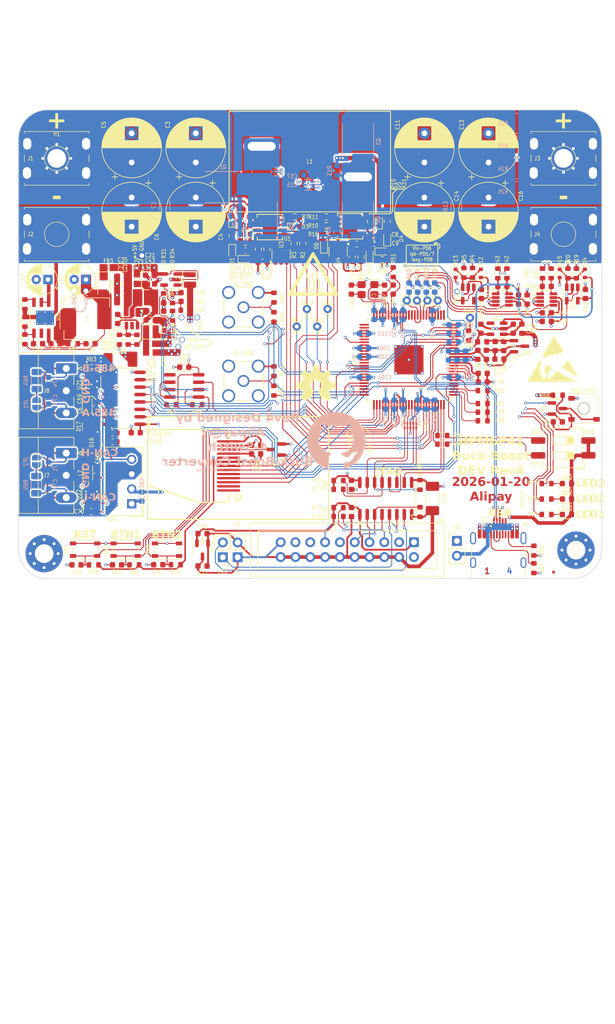
<source format=kicad_pcb>
(kicad_pcb (version 20241229) (generator "pcbnew") (generator_version "9.0")
  (title_block (title "HPM6P41_BB") (date "2025-06-18") (rev "Rev3") (company "Alipay"))
  (layers (0 "F.Cu" signal) (4 "In1.Cu" signal) (6 "In2.Cu" signal) (2 "B.Cu" signal) (13 "F.Paste" user) (15 "B.Paste" user) (5 "F.SilkS" user "F.Silkscreen") (7 "B.SilkS" user "B.Silkscreen") (1 "F.Mask" user) (3 "B.Mask" user) (25 "Edge.Cuts" user))
  (net 0 "")
  (net 1 "GND")
  (net 2 "+3.3V")
  (net 3 "VANA")
  (net 4 "VDD_SOC")
  (net 5 "VREFH")
  (net 6 "+5V")
  (net 7 "VIN")
  (net 8 "VOUT")
  (net 9 "Net-(U3-OUT)")
  (net 10 "VBUS")
  (net 11 "Net-(JP1-B)")
  (net 12 "Net-(JP2-B)")
  (net 13 "Net-(SW1-PIN4)")
  (net 14 "Net-(SW1-PIN3)")
  (net 15 "/BB/S3")
  (net 16 "Net-(D5-K)")
  (net 17 "Net-(D3-K)")
  (net 18 "Net-(D6-K)")
  (net 19 "/MCU_MISC/XTALI")
  (net 20 "/MCU_MISC/XTALO")
  (net 21 "/MCU_MISC/RESETN")
  (net 22 "/BB/G1")
  (net 23 "Net-(D2-K)")
  (net 24 "/BB/G2")
  (net 25 "/BB/G3")
  (net 26 "/BB/G4")
  (net 27 "CP_S1")
  (net 28 "CP_S3")
  (net 29 "/J_TCK")
  (net 30 "/J_TDO")
  (net 31 "/J_TMS")
  (net 32 "/J_TDI")
  (net 33 "ISO_GND")
  (net 34 "Net-(U1-LI)")
  (net 35 "/PA1")
  (net 36 "/PA0")
  (net 37 "Net-(U1-HI)")
  (net 38 "/BB/InputVsense+")
  (net 39 "Net-(U2-LI)")
  (net 40 "/PA3")
  (net 41 "/PA2")
  (net 42 "Net-(U2-HI)")
  (net 43 "/BB/OutputVsense+")
  (net 44 "/PD22")
  (net 45 "/PD23")
  (net 46 "/PD24")
  (net 47 "/PD25")
  (net 48 "/PA10")
  (net 49 "/PB1")
  (net 50 "/PB0")
  (net 51 "/PD5")
  (net 52 "/PA17")
  (net 53 "/PA16")
  (net 54 "/PC18")
  (net 55 "/PB12")
  (net 56 "/PA18")
  (net 57 "/PB14")
  (net 58 "/PA13")
  (net 59 "/PD2")
  (net 60 "/PB3")
  (net 61 "/PD17")
  (net 62 "/PB4")
  (net 63 "/PB20")
  (net 64 "/PA8")
  (net 65 "/PD10")
  (net 66 "/PB16")
  (net 67 "/PB15")
  (net 68 "/PC19")
  (net 69 "/PA9")
  (net 70 "/PB13")
  (net 71 "/PD19")
  (net 72 "/PD18")
  (net 73 "/PD8")
  (net 74 "/PC21")
  (net 75 "/PA19")
  (net 76 "/PC20")
  (net 77 "/PB5")
  (net 78 "/PC13")
  (net 79 "/MCU_MISC/WAKEUP")
  (net 80 "/PB18")
  (net 81 "/PD26")
  (net 82 "/PC17")
  (net 83 "/PC14")
  (net 84 "/PD4")
  (net 85 "/PC15")
  (net 86 "/PB2")
  (net 87 "/PA12")
  (net 88 "/PD3")
  (net 89 "/PD27")
  (net 90 "/PB19")
  (net 91 "/PA15")
  (net 92 "/PA14")
  (net 93 "/PD20")
  (net 94 "/PA11")
  (net 95 "/PC12")
  (net 96 "/PD16")
  (net 97 "/PD6")
  (net 98 "/PC16")
  (net 99 "/PB17")
  (net 100 "/PD21")
  (net 101 "Vdrv")
  (net 102 "Net-(D7-K)")
  (net 103 "Net-(D8-K)")
  (net 104 "USB_DP")
  (net 105 "USB_DN")
  (net 106 "Net-(Q6-D)")
  (net 110 "Net-(D11-K)")
  (net 111 "/PY2")
  (net 112 "/PY1")
  (net 113 "/PY3")
  (net 114 "/PY0")
  (net 115 "Net-(BZ1--)")
  (net 116 "Net-(BZ1-+)")
  (net 117 "/MCU_MISC2/5V_SUPPLY")
  (net 118 "VTREF")
  (net 119 "/MCU_MISC2/CON_TDI")
  (net 120 "/MCU_MISC2/CON_TDO")
  (net 121 "/MCU_MISC2/CON_TMS")
  (net 122 "/MCU_MISC2/CON_TCK")
  (net 123 "/MCU_MISC2/CON_RX")
  (net 124 "/MCU_MISC2/CON_TX")
  (net 125 "ISO_GNDC")
  (net 126 "+5VC")
  (net 127 "/MCU_MISC/485_DE_ISO")
  (net 128 "/MCU_MISC/485_RX_ISO")
  (net 129 "/MCU_MISC/485_TX_ISO")
  (net 130 "/MCU_MISC/CAN_STBY_ISO")
  (net 131 "/MCU_MISC/CAN_TXD_ISO")
  (net 132 "/MCU_MISC/CAN_RXD_ISO")
  (net 133 "Net-(D20-K)")
  (net 134 "GNDA")
  (net 135 "/ISENSE+")
  (net 136 "/ISENSE-")
  (net 137 "Net-(C17-Pad2)")
  (net 138 "Net-(D10-A)")
  (net 139 "Net-(C18-Pad2)")
  (net 140 "Net-(U8-IN)")
  (net 141 "Net-(U7-EN)")
  (net 142 "Net-(U6-FB)")
  (net 143 "Net-(C26-Pad1)")
  (net 144 "Net-(U10-VIN)")
  (net 145 "Net-(U9-SW)")
  (net 146 "Net-(U9-BST)")
  (net 147 "Net-(U10-BOOT)")
  (net 148 "Net-(U10-SW)")
  (net 149 "Net-(U9-FB)")
  (net 150 "Net-(C38-Pad1)")
  (net 151 "Net-(U10-FB)")
  (net 152 "Net-(U11--)")
  (net 153 "Net-(U11-+)")
  (net 154 "Net-(U16F-VBUS)")
  (net 155 "Net-(J7-Pin_1)")
  (net 156 "Net-(J7-Pin_3)")
  (net 157 "Net-(J8-Pin_3)")
  (net 158 "Net-(J8-Pin_1)")
  (net 159 "Net-(U16B-OTPCAP)")
  (net 160 "Net-(U16B-VPMCCAP)")
  (net 161 "Net-(D7-A)")
  (net 162 "Net-(D9-A)")
  (net 163 "Net-(D10-K)")
  (net 164 "Net-(D18-K)")
  (net 165 "Net-(D19-K)")
  (net 166 "Net-(J5-In)")
  (net 167 "Net-(J6-In)")
  (net 169 "Net-(J9-CC2)")
  (net 171 "Net-(J9-CC1)")
  (net 177 "Net-(U6-LX)")
  (net 178 "Net-(L3-Pad2)")
  (net 179 "Net-(U21-A)")
  (net 180 "Net-(U21-B)")
  (net 181 "Net-(U22-CANH)")
  (net 182 "Net-(U22-CANL)")
  (net 183 "Net-(U4-OUT)")
  (net 184 "Net-(U5-EN)")
  (net 185 "Net-(U5-VSEL)")
  (net 186 "Net-(U9-RON)")
  (net 187 "Net-(R44-Pad1)")
  (net 188 "Net-(U12--)")
  (net 189 "Net-(U13--)")
  (net 190 "Net-(U16A-DCDC_IN)")
  (net 191 "Net-(U16A-DCDC_LP)")
  (net 192 "Net-(U16A-DCDC_SNS)")
  (net 193 "Net-(U16A-DCDC_GND)")
  (net 198 "/BB/ISENSE2+")
  (net 199 "Net-(U27-+)")
  (net 200 "Net-(U27--)")
  (net 201 "Net-(R84-Pad1)")
  (net 202 "Net-(C20-Pad1)")
  (net 203 "5V_OUT")
  (footprint "Resistor_SMD:R_0603_1608Metric" (layer "F.Cu") (at 166.075 86.8625)
    (property "Reference" "R66")
    (property "Value" "0Ω" (hide yes))
  )
  (footprint "Resistor_SMD:R_0603_1608Metric" (layer "F.Cu") (at 161.975 116.49 -90)
    (property "Reference" "R67")
    (property "Value" "5.1kΩ" (hide yes))
  )
  (footprint "Capacitor_SMD:C_0603_1608Metric" (layer "F.Cu") (at 79.95 78.05 180)
    (property "Reference" "C36")
    (property "Value" "2.2nF 50V" (hide yes))
  )
  (footprint "Package_SO:SOIC-8_3.9x4.9mm_P1.27mm" (layer "F.Cu") (at 102.025 85.275)
    (property "Reference" "U14")
    (property "Value" "AT24C08C-SSHM-T" (hide yes))
  )
  (footprint "Capacitor_SMD:C_0603_1608Metric" (layer "F.Cu") (at 93.699999 93.2875)
    (property "Reference" "C62")
    (property "Value" "100nF,50V" (hide yes))
  )
  (footprint "kicad_community_lib:SYR838PKC" (layer "F.Cu") (at 99.25 76.3 180)
    (property "Reference" "U5")
    (property "Value" "SYR838" (hide yes))
  )
  (footprint "Capacitor_SMD:C_0603_1608Metric" (layer "F.Cu") (at 114.35 95.425)
    (property "Reference" "C82")
    (property "Value" "100nF,50V" (hide yes))
  )
  (footprint "Resistor_SMD:R_0603_1608Metric" (layer "F.Cu") (at 136.825 57.075 -90)
    (property "Reference" "R21")
    (property "Value" "100Ω" (hide yes))
  )
  (footprint "Resistor_SMD:R_0603_1608Metric" (layer "F.Cu") (at 100 73.25 -90)
    (property "Reference" "R30")
    (property "Value" "1kΩ" (hide yes))
  )
  (footprint "Capacitor_SMD:C_0603_1608Metric" (layer "F.Cu") (at 112.475 57.799999 180)
    (property "Reference" "C1")
    (property "Value" "100nF,50V" (hide yes))
  )
  (footprint "Capacitor_SMD:C_0603_1608Metric" (layer "F.Cu") (at 170.8125 69.525 90)
    (property "Reference" "C49")
    (property "Value" "100nF,50V" (hide yes))
  )
  (footprint "Capacitor_SMD:C_0603_1608Metric" (layer "F.Cu") (at 156.8125 78.45 -90)
    (property "Reference" "C22")
    (property "Value" "100nF,50V" (hide yes))
  )
  (footprint "Capacitor_SMD:C_0603_1608Metric" (layer "F.Cu") (at 102.025 82.06)
    (property "Reference" "C52")
    (property "Value" "100nF,50V" (hide yes))
  )
  (footprint "Package_SO:HSOP-8-1EP_3.9x4.9mm_P1.27mm_EP2.41x3.1mm_ThermalVias" (layer "F.Cu") (at 78.15 73.6 -90)
    (property "Reference" "U9")
    (property "Value" "LM5164DDA" (hide yes))
  )
  (footprint "Resistor_SMD:R_0603_1608Metric" (layer "F.Cu") (at 117.4 70.15 -90)
    (property "Reference" "R52")
    (property "Value" "50Ω" (hide yes))
  )
  (footprint "Capacitor_SMD:C_0603_1608Metric" (layer "F.Cu") (at 90.6125 73.8 90)
    (property "Reference" "C37")
    (property "Value" "100nF,50V" (hide yes))
  )
  (footprint "MountingHole:MountingHole_3.2mm_M3_Pad_Via" (layer "F.Cu") (at 167.05 46.3)
    (property "Reference" "H2" (hide yes))
    (property "Value" "MountingHole_Pad" (hide yes))
  )
  (footprint "Capacitor_SMD:C_0603_1608Metric" (layer "F.Cu") (at 97.565 115.9)
    (property "Reference" "C67")
    (property "Value" "100nF,50V" (hide yes))
  )
  (footprint "Symbol:LayerMarker_4_6.35x2.54mm_TextH1mm_P1.27mm" (layer "F.Cu") (at 153.97 118.245)
    (property "Reference" "REF**" (hide yes))
    (property "Value" "LayerMarker_4_6.35x2.54mm_TextH1mm_P1.27mm" (hide yes))
  )
  (footprint "Resistor_SMD:R_0603_1608Metric" (layer "F.Cu") (at 164.15 102)
    (property "Reference" "R77")
    (property "Value" "10k" (hide yes))
  )
  (footprint "Resistor_SMD:R_0603_1608Metric" (layer "F.Cu") (at 146.275 93.775 180)
    (property "Reference" "R59")
    (property "Value" "1kΩ" (hide yes))
  )
  (footprint "Resistor_SMD:R_0603_1608Metric" (layer "F.Cu") (at 117.4 73.472924 -90)
    (property "Reference" "R54")
    (property "Value" "50Ω" (hide yes))
  )
  (footprint "Capacitor_SMD:C_0603_1608Metric" (layer "F.Cu") (at 156.0625 80.675 180)
    (property "Reference" "C27")
    (property "Value" "4.7uF,10V" (hide yes))
  )
  (footprint "Resistor_SMD:R_0603_1608Metric" (layer "F.Cu") (at 153.2 86.075)
    (property "Reference" "R80")
    (property "Value" "10K" (hide yes))
  )
  (footprint "1MySwitchBtn:LCSC_SW_SPST_PTS810" (layer "F.Cu") (at 85.015 113.325)
    (property "Reference" "SW2")
    (property "Value" "Push_Button" (hide yes))
  )
  (footprint "Resistor_SMD:R_0603_1608Metric" (layer "F.Cu") (at 112.5 60.65 180)
    (property "Reference" "R6")
    (property "Value" "10Ω" (hide yes))
  )
  (footprint "HPM6P41_BB:测试点" (layer "F.Cu") (at 121.3 75.1)
    (property "Reference" "PA12")
    (property "Value" "TestPoint_Probe" (hide yes))
  )
  (footprint "Capacitor_THT:CP_Radial_D10.0mm_P5.00mm" (layer "F.Cu") (at 154.2 53 -90)
    (property "Reference" "C16")
    (property "Value" "100V 100uF" (hide yes))
  )
  (footprint "Resistor_SMD:R_0603_1608Metric" (layer "F.Cu") (at 140.574999 68.425 -90)
    (property "Reference" "R47")
    (property "Value" "33Ω" (hide yes))
  )
  (footprint "Resistor_SMD:R_0603_1608Metric" (layer "F.Cu") (at 155.8 66 -90)
    (property "Reference" "R43")
    (property "Value" "100Ω" (hide yes))
  )
  (footprint "Resistor_SMD:R_0603_1608Metric" (layer "F.Cu") (at 96.25 79.55)
    (property "Reference" "R35")
    (property "Value" "0Ω" (hide yes))
  )
  (footprint "Capacitor_THT:CP_Radial_D10.0mm_P5.00mm" (layer "F.Cu") (at 104 47 90)
    (property "Reference" "C3")
    (property "Value" "100V 100uF" (hide yes))
  )
  (footprint "Diode_SMD:D_SOD-523" (layer "F.Cu") (at 112.5 63.55)
    (property "Reference" "D7")
    (property "Value" "1N4148WS" (hide yes))
  )
  (footprint "HPM6P41_BB:SMA_Amphenol_901-144_Vertical" (layer "F.Cu") (at 112.175 84.425)
    (property "Reference" "J6-PB0")
    (property "Value" "SMA" (hide yes))
  )
  (footprint "Resistor_SMD:R_0603_1608Metric" (layer "F.Cu") (at 86.5 115.925 180)
    (property "Reference" "R58")
    (property "Value" "5.1k" (hide yes))
  )
  (footprint "Resistor_SMD:R_0603_1608Metric" (layer "F.Cu") (at 126.35 59.3 180)
    (property "Reference" "R16")
    (property "Value" "10Ω" (hide yes))
  )
  (footprint "Diode_SMD:D_SOD-523" (layer "F.Cu") (at 136.825 60.05 90)
    (property "Reference" "D4")
    (property "Value" "LM5Z12VT1G" (hide yes))
  )
  (footprint "Resistor_SMD:R_0603_1608Metric" (layer "F.Cu") (at 128.475 106.125)
    (property "Reference" "R71")
    (property "Value" "10K" (hide yes))
  )
  (footprint "Connector_PinHeader_2.54mm:PinHeader_1x02_P2.54mm_Vertical" (layer "F.Cu") (at 108.635 114.625 180)
    (property "Reference" "J13")
    (property "Value" "排针" (hide yes))
  )
  (footprint "Resistor_SMD:R_0603_1608Metric" (layer "F.Cu") (at 86.099999 82.137499)
    (property "Reference" "R63")
    (property "Value" "10kΩ" (hide yes))
  )
  (footprint "Resistor_SMD:R_0603_1608Metric" (layer "F.Cu") (at 82.95 78.05)
    (property "Reference" "R37")
    (property "Value" "357k" (hide yes))
  )
  (footprint "Capacitor_SMD:C_0603_1608Metric" (layer "F.Cu") (at 98.5 73.25 90)
    (property "Reference" "C20")
    (property "Value" "22uF,10V" (hide yes))
  )
  (footprint "Capacitor_SMD:C_0603_1608Metric" (layer "F.Cu") (at 90.5 115.925)
    (property "Reference" "C64")
    (property "Value" "100nF,50V" (hide yes))
  )
  (footprint "HPM6P41_BB:SDCW2012-2-900TF" (layer "F.Cu") (at 85.399998 88.7375 -90)
    (property "Reference" "L6")
    (property "Value" "ACT45B-510-2P-TL003" (hide yes))
  )
  (footprint "LOGO" (layer "F.Cu") (at 131.875 94.425)
    (property "Reference" "G***" (hide yes))
    (property "Value" "LOGO" (hide yes))
  )
  (footprint "Capacitor_SMD:C_0603_1608Metric" (layer "F.Cu") (at 159.35 70.475 90)
    (property "Reference" "C45")
    (property "Value" "100nF,50V" (hide yes))
  )
  (footprint "Inductor_SMD:L_Changjiang_FNR252012S" (layer "F.Cu") (at 103 67.05 90)
    (property "Reference" "L2")
    (property "Value" "2.2uH" (hide yes))
  )
  (footprint "Capacitor_SMD:C_0603_1608Metric" (layer "F.Cu") (at 89.7 94.8375)
    (property "Reference" "C66")
    (property "Value" "4.7uF,10V" (hide yes))
  )
  (footprint "Capacitor_SMD:C_0603_1608Metric" (layer "F.Cu") (at 105.15 116.125)
    (property "Reference" "C77")
    (property "Value" "1uF,10V" (hide yes))
  )
  (footprint "Symbol:OSHW-Symbol_6.7x6mm_SilkScreen" (layer "F.Cu") (at 124.6 84.875)
    (property "Reference" "REF**" (hide yes))
    (property "Value" "OSHW-Symbol_6.7x6mm_SilkScreen" (hide yes))
  )
  (footprint "Capacitor_SMD:C_0603_1608Metric" (layer "F.Cu") (at 164.1875 72.75 180)
    (property "Reference" "C107")
    (property "Value" "100nF,50V" (hide yes))
  )
  (footprint "Resistor_SMD:R_0603_1608Metric" (layer "F.Cu") (at 122.35 60.85 -90)
    (property "Reference" "R2")
    (property "Value" "33Ω" (hide yes))
  )
  (footprint "HPM6P41_BB:BXXXXS-1W隔离电源" (layer "F.Cu") (at 93.01 105.4625 180)
    (property "Reference" "U20")
    (property "Value" "TME-0505S" (hide yes))
  )
  (footprint "Capacitor_SMD:C_0603_1608Metric" (layer "F.Cu") (at 76.95 78.05 180)
    (property "Reference" "C38")
    (property "Value" "47pF,50V" (hide yes))
  )
  (footprint "Resistor_SMD:R_0603_1608Metric" (layer "F.Cu") (at 96.25 74)
    (property "Reference" "R29")
    (property "Value" "0Ω" (hide yes))
  )
  (footprint "1MySwitchBtn:LCSC_SW_SPST_PTS810" (layer "F.Cu") (at 91.975 113.325)
    (property "Reference" "SW3")
    (property "Value" "Push_Button" (hide yes))
  )
  (footprint "Capacitor_SMD:C_0603_1608Metric" (layer "F.Cu") (at 130.675 68.775 90)
    (property "Reference" "C53")
    (property "Value" "6pF" (hide yes))
  )
  (footprint "Capacitor_SMD:C_0603_1608Metric" (layer "F.Cu") (at 105.15 110.575)
    (property "Reference" "C79")
    (property "Value" "1uF,10V" (hide yes))
  )
  (footprint "Connector_Phoenix_MC:PhoenixContact_MC_1,5_3-G-3.81_1x03_P3.81mm_Horizontal" (layer "F.Cu") (at 81.782499 96.7825 -90)
    (property "Reference" "J7")
    (property "Value" "Conn_01x03" (hide yes))
  )
  (footprint "Resistor_SMD:R_0603_1608Metric" (layer "F.Cu") (at 93.45 115.925 180)
    (property "Reference" "R61")
    (property "Value" "5.1k" (hide yes))
  )
  (footprint "Resistor_SMD:R_0603_1608Metric" (layer "F.Cu") (at 137.85 65.8 90)
    (property "Reference" "R51")
    (property "Value" "10Ω" (hide yes))
  )
  (footprint "Capacitor_THT:CP_Radial_D10.0mm_P5.00mm" (layer "F.Cu") (at 93 53 -90)
    (property "Reference" "C6")
    (property "Value" "100V 100uF" (hide yes))
  )
  (footprint "Resistor_SMD:R_0603_1608Metric" (layer "F.Cu") (at 104.25 88.485)
    (property "Reference" "R56")
    (property "Value" "2kΩ" (hide yes))
  )
  (footprint "Capacitor_SMD:C_0603_1608Metric" (layer "F.Cu") (at 102.25 69.3 180)
    (property "Reference" "C28")
    (property "Value" "22uF,10V" (hide yes))
  )
  (footprint "Resistor_SMD:R_0603_1608Metric" (layer "F.Cu") (at 144.975 68.425 -90)
    (property "Reference" "R48")
    (property "Value" "33Ω" (hide yes))
  )
  (footprint "Capacitor_SMD:C_0603_1608Metric" (layer "F.Cu") (at 98.5 78.8 90)
    (property "Reference" "C30")
    (property "Value" "22uF,10V" (hide yes))
  )
  (footprint "Capacitor_SMD:C_0603_1608Metric" (layer "F.Cu") (at 153.2 84.6)
    (property "Reference" "C99")
    (property "Value" "100nF,50V" (hide yes))
  )
  (footprint "Connector_Phoenix_MC:PhoenixContact_MC_1,5_3-G-3.81_1x03_P3.81mm_Horizontal" (layer "F.Cu") (at 81.782499 82.282499 -90)
    (property "Reference" "J8")
    (property "Value" "Conn_01x03" (hide yes))
  )
  (footprint "HPM6P41_BB:测试点" (layer "F.Cu") (at 143.725 70.65)
    (property "Reference" "TP7" (hide yes))
    (property "Value" "TestPoint_Probe" (hide yes))
  )
  (footprint "Capacitor_SMD:C_0603_1608Metric" (layer "F.Cu") (at 87.149998 100.2375 -90)
    (property "Reference" "C68")
    (property "Value" "100nF,50V" (hide yes))
  )
  (footprint "HPM6P41_BB:SW_DIP_SPSTx02_Slide_6.7x6.64mm_W8.61mm_P2.54mm_LowProfile" (layer "F.Cu") (at 167.018482 95.9 180)
    (property "Reference" "SW1")
    (property "Value" "焊盘" (hide yes))
  )
  (footprint "Capacitor_SMD:C_0603_1608Metric" (layer "F.Cu") (at 87.049999 88.687499 90)
    (property "Reference" "C69")
    (property "Value" "100nF,50V" (hide yes))
  )
  (footprint "Resistor_SMD:R_0603_1608Metric" (layer "F.Cu") (at 120.975 56.325)
    (property "Reference" "R7")
    (property "Value" "10Ω" (hide yes))
  )
  (footprint "Capacitor_SMD:C_0603_1608Metric" (layer "F.Cu") (at 136.375 68.775 -90)
    (property "Reference" "C55")
    (property "Value" "6pF" (hide yes))
  )
  (footprint "LOGO" (layer "F.Cu") (at 124.1 66.275)
    (property "Reference" "G***" (hide yes))
    (property "Value" "LOGO" (hide yes))
  )
  (footprint "Resistor_SMD:R_0603_1608Metric" (layer "F.Cu") (at 116.2 61.85 -90)
    (property "Reference" "R18")
    (property "Value" "100Ω" (hide yes))
  )
  (footprint "Capacitor_SMD:C_0603_1608Metric" (layer "F.Cu") (at 155.3375 78.45 -90)
    (property "Reference" "C19")
    (property "Value" "22uF,10V" (hide yes))
  )
  (footprint "Capacitor_THT:CP_Radial_D10.0mm_P5.00mm" (layer "F.Cu") (at 143.2 53 -90)
    (property "Reference" "C14")
    (property "Value" "100V 100uF" (hide yes))
  )
  (footprint "Resistor_SMD:R_0603_1608Metric" (layer "F.Cu") (at 117.4 86.0875 -90)
    (property "Reference" "R55")
    (property "Value" "50Ω" (hide yes))
  )
  (footprint "Package_TO_SOT_SMD:SOT-23-5" (layer "F.Cu") (at 118.625 62.7 90)
    (property "Reference" "U3")
    (property "Value" "UCC27517" (hide yes))
  )
  (footprint "LED_SMD:LED_0603_1608Metric" (layer "F.Cu") (at 167.65 107.3)
    (property "Reference" "D18")
    (property "Value" "LED" (hide yes))
  )
  (footprint "1MySwitchBtn:LCSC_SW_SPST_PTS810" (layer "F.Cu") (at 99.065 113.325)
    (property "Reference" "SW4")
    (property "Value" "Push_Button" (hide yes))
  )
  (footprint "Resistor_SMD:R_0603_1608Metric" (layer "F.Cu") (at 150.775 76.65 -90)
    (property "Reference" "R1")
    (property "Value" "0Ω" (hide yes))
  )
  (footprint "Resistor_SMD:R_0603_1608Metric" (layer "F.Cu") (at 142.05 68.425 -90)
    (property "Reference" "R44")
    (property "Value" "33Ω" (hide yes))
  )
  (footprint "Resistor_SMD:R_0603_1608Metric" (layer "F.Cu") (at 126.35 57.825 180)
    (property "Reference" "R10")
    (property "Value" "33Ω" (hide yes))
  )
  (footprint "Capacitor_SMD:C_0603_1608Metric" (layer "F.Cu") (at 115.45 64.075 180)
    (property "Reference" "C12")
    (property "Value" "4.7uF,50V" (hide yes))
  )
  (footprint "Fiducial:Fiducial_0.5mm_Mask1mm" (layer "F.Cu") (at 85.475 39.45)
    (property "Reference" "FID1" (hide yes))
    (property "Value" "Fiducial" (hide yes))
  )
  (footprint "Resistor_SMD:R_0603_1608Metric" (layer "F.Cu") (at 153.2 91.25)
    (property "Reference" "R78")
    (property "Value" "10K" (hide yes))
  )
  (footprint "Resistor_SMD:R_0603_1608Metric" (layer "F.Cu") (at 153.2 88.3)
    (property "Reference" "R81")
    (property "Value" "10K" (hide yes))
  )
  (footprint "Package_TO_SOT_SMD:TSOT-23-5" (layer "F.Cu") (at 150.725 69.525 -90)
    (property "Reference" "U12")
    (property "Value" "SGM8551XN" (hide yes))
  )
  (footprint "Resistor_SMD:R_0603_1608Metric" (layer "F.Cu") (at 74.7 74.3 -90)
    (property "Reference" "R39")
    (property "Value" "50k" (hide yes))
  )
  (footprint "Inductor_SMD:L_0603_1608Metric" (layer "F.Cu") (at 153.1125 77.725)
    (property "Reference" "FB1")
    (property "Value" "100Ω@100MHz 2A" (hide yes))
  )
  (footprint "1MyFootPrint:Buzzer_5020_MetalHole" (layer "F.Cu") (at 170.525 89.15 -90)
    (property "Reference" "BZ1-PY3")
    (property "Value" "Buzzer_DummyPIn3" (hide yes))
  )
  (footprint "1MyConnector:48A_Connector_PCB_3" (layer "F.Cu") (at 80.15 59.3 -90)
    (property "Reference" "J2")
    (property "Value" "Conn_01x01" (hide yes))
  )
  (footprint "Capacitor_THT:CP_Radial_D10.0mm_P5.00mm" (layer "F.Cu") (at 93 47 90)
    (property "Reference" "C5")
    (property "Value" "100V 100uF" (hide yes))
  )
  (footprint "TexasInstruments:DRM8_3P38X2P45_TEX" (layer "F.Cu") (at 130.475 57.925 180)
    (property "Reference" "U2")
    (property "Value" "UCC27211ADRMR" (hide yes))
  )
  (footprint "HPM_footprints:LQFP-100_14x14mm_P0.5mm_EP5.0x5.0mm" (layer "F.Cu") (at 140.55 80.8 90)
    (property "Reference" "U16")
    (property "Value" "HPM6P41IPB1" (hide yes))
  )
  (footprint "Resistor_SMD:R_0603_1608Metric" (layer "F.Cu") (at 74.7 71.3 90)
    (property "Reference" "R36")
    (property "Value" "76.8k" (hide yes))
  )
  (footprint "Capacitor_SMD:C_0603_1608Metric" (layer "F.Cu") (at 112.475 56.325 180)
    (property "Reference" "C2")
    (property "Value" "100nF,50V" (hide yes))
  )
  (footprint "Capacitor_THT:CP_Radial_D10.0mm_P5.00mm" (layer "F.Cu") (at 154.2 47 90)
    (property "Reference" "C13")
    (property "Value" "100V 100uF" (hide yes))
  )
  (footprint "Capacitor_SMD:C_0603_1608Metric" (layer "F.Cu") (at 102.25 70.8 180)
    (property "Reference" "C25")
    (property "Value" "22pF" (hide yes))
  )
  (footprint "HPM6P41_BB:测试点" (layer "F.Cu") (at 145.5 70.65)
    (property "Reference" "TP8" (hide yes))
    (property "Value" "TestPoint_Probe" (hide yes))
  )
  (footprint "Resistor_SMD:R_0603_1608Metric" (layer "F.Cu") (at 164.15 104.65)
    (property "Reference" "R76")
    (property "Value" "10k" (hide yes))
  )
  (footprint "HPM6P41_BB:测试点" (layer "F.Cu") (at 123.05 72.1)
    (property "Reference" "PA13")
    (property "Value" "TestPoint_Probe" (hide yes))
  )
  (footprint "Resistor_SMD:R_0603_1608Metric" (layer "F.Cu") (at 135.975 63.65 180)
    (property "Reference" "R28")
    (property "Value" "1kΩ" (hide yes))
  )
  (footprint "Inductor_SMD:L_1210_3225Metric" (layer "F.Cu") (at 95.45 70.15)
    (property "Reference" "L5")
    (property "Value" "4.7uH,1.6A" (hide yes))
  )
  (footprint "kicad_community_lib:CA-IS3762HN" (layer "F.Cu") (at 91.7 87.3875 90)
    (property "Reference" "U19")
    (property "Value" "CA-IS3762HN" (hide yes))
  )
  (footprint "Capacitor_SMD:C_0603_1608Metric" (layer "F.Cu") (at 86.099999 106.787501)
    (property "Reference" "C70")
    (property "Value" "100nF,50V" (hide yes))
  )
  (footprint "Resistor_SMD:R_0603_1608Metric" (layer "F.Cu") (at 100 70.25 90)
    (property "Reference" "R34")
    (property "Value" "15k" (hide yes))
  )
  (footprint "Package_TO_SOT_SMD:SOT-23-5" (layer "F.Cu") (at 128.4125 62.275 -90)
    (property "Reference" "U4")
    (property "Value" "UCC27517" (hide yes))
  )
  (footprint "Capacitor_SMD:C_0805_2012Metric" (layer "F.Cu") (at 91.45 68.75 180)
    (property "Reference" "C34")
    (property "Value" "10uF,25V" (hide yes))
  )
  (footprint "Package_SON:USON-10_2.5x1.0mm_P0.5mm" (layer "F.Cu") (at 140.8 92.062501 -90)
    (property "Reference" "U26")
    (property "Value" "TPD4E05U06DQA" (hide yes))
  )
  (footprint "HPM6P41_BB:IND_VER2923_COC" (layer "F.Cu") (at 123.55 46.85)
    (property "Reference" "L1")
    (property "Value" "VER2923" (hide yes))
  )
  (footprint "HPM6P41_BB:测试点" (layer "F.Cu") (at 124.825 75.1)
    (property "Reference" "PA14")
    (property "Value" "TestPoint_Probe" (hide yes))
  )
  (footprint "Capacitor_SMD:C_0603_1608Metric" (layer "F.Cu") (at 152.3625 79.95 -90)
    (property "Reference" "C88")
    (property "Value" "10nF,10V" (hide yes))
  )
  (footprint "Capacitor_SMD:C_0603_1608Metric" (layer "F.Cu") (at 130.85 63.175 -90)
    (property "Reference" "C15")
    (property "Value" "4.7uF,50V" (hide yes))
  )
  (footprint "Inductor_SMD:L_Changjiang_FNR252012S" (layer "F.Cu") (at 96.3 76)
    (property "Reference" "L3")
    (property "Value" "0.47uH" (hide yes))
  )
  (footprint "Capacitor_SMD:C_0603_1608Metric" (layer "F.Cu") (at 112.5 62.125)
    (property "Reference" "C17")
    (property "Value" "100nF,50V" (hide yes))
  )
  (footprint "Package_TO_SOT_SMD:SOT-23-5" (layer "F.Cu") (at 99.7 67.05 180)
    (property "Reference" "U6")
    (property "Value" "SY8089" (hide yes))
  )
  (footprint "Capacitor_THT:CP_Radial_D5.0mm_P2.00mm" (layer "F.Cu") (at 78.644888 67.05 180)
    (property "Reference" "C32")
    (property "Value" "100V 2.2uF" (hide yes))
  )
  (footprint "Resistor_SMD:R_0603_1608Metric" (layer "F.Cu") (at 99.8 88.485)
    (property "Reference" "R57")
    (property "Value" "2kΩ" (hide yes))
  )
  (footprint "kicad_community_lib:CA-IS3762HN" (layer "F.Cu") (at 136.575 104.55)
    (property "Reference" "U25" (hide yes))
    (property "Value" "CA-IS3762HN" (hide yes))
  )
  (footprint "Resistor_SMD:R_0603_1608Metric" (layer "F.Cu") (at 163.4375 66 -90)
    (property "Reference" "R83")
    (property "Value" "100Ω" (hide yes))
  )
  (footprint "Capacitor_SMD:C_0603_1608Metric" (layer "F.Cu") (at 153.2 83.125)
    (property "Reference" "C97")
    (property "Value" "4.7uF,10V" (hide yes))
  )
  (footprint "Diode_SMD:D_SOD-523" (layer "F.Cu") (at 112.5 59.225 180)
    (property "Reference" "D2")
    (property "Value" "1N4148WS" (hide yes))
  )
  (footprint "Capacitor_SMD:C_0603_1608Metric" (layer "F.Cu") (at 131.625 60.95 180)
    (property "Reference" "C18")
    (property "Value" "100nF,50V" (hide yes))
  )
  (footprint "Capacitor_SMD:C_0603_1608Metric" (layer "F.Cu") (at 134.6 60.85)
    (property "Reference" "C9")
    (property "Value" "100nF,50V" (hide yes))
  )
  (footprint "Diode_SMD:D_SOD-523" (layer "F.Cu") (at 135.975 62.25)
    (property "Reference" "D9")
    (property "Value" "1N4148WS" (hide yes))
  )
  (footprint "Capacitor_SMD:C_0603_1608Metric" (layer "F.Cu") (at 96.15 66.3 180)
    (property "Reference" "C21")
    (property "Value" "22uF,10V" (hide yes))
  )
  (footprint "Capacitor_SMD:C_1808_4520Metric" (layer "F.Cu") (at 91.025 80.8)
    (property "Reference" "C63")
    (property "Value" "SCC1808X102K502TS" (hide yes))
  )
  (footprint "Capacitor_SMD:C_0603_1608Metric" (layer "F.Cu") (at 96.15 67.8)
    (property "Reference" "C43")
    (property "Value" "22uF,10V" (hide yes))
  )
  (footprint "Package_SON:HVSON-8-1EP_3x3mm_P0.65mm_EP1.6x2.4mm" (layer "F.Cu") (at 86.1 103.8875 90)
    (property "Reference" "U22")
    (property "Value" "TJA1044GTK/3Z" (hide yes))
  )
  (footprint "Diode_SMD:D_SOD-523" (layer "F.Cu") (at 166.3875 66 -90)
    (property "Reference" "D15")
    (property "Value" "1N4148WS" (hide yes))
  )
  (footprint "Resistor_SMD:R_0603_1608Metric" (layer "F.Cu") (at 161.975 113.49 -90)
    (property "Reference" "R68")
    (property "Value" "5.1kΩ" (hide yes))
  )
  (footprint "Resistor_SMD:R_0603_1608Metric" (layer "F.Cu") (at 92.4 77.35 90)
    (property "Reference" "R40")
    (property "Value" "100k" (hide yes))
  )
  (footprint "Connector_IDC:IDC-Header_2x10_P2.54mm_Vertical" (layer "F.Cu") (at 141.4125 112.0475 -90)
    (property "Reference" "J11")
    (property "Value" "Conn_ARM_JTAG_SWD_20" (hide yes))
  )
  (footprint "Resistor_SMD:R_0603_1608Metric" (layer "F.Cu") (at 128.475 101.475)
    (property "Reference" "R72")
    (property "Value" "10K" (hide yes))
  )
  (footprint "Fiducial:Fiducial_0.5mm_Mask1mm" (layer "F.Cu") (at 165.35 117.175)
    (property "Reference" "FID2" (hide yes))
    (property "Value" "Fiducial" (hide yes))
  )
  (footprint "Capacitor_SMD:C_0603_1608Metric" (layer "F.Cu") (at 164.1875 74.225 180)
    (property "Reference" "C108")
    (property "Value" "100nF,50V" (hide yes))
  )
  (footprint "Resistor_SMD:R_0603_1608Metric" (layer "F.Cu") (at 143.525 68.425 -90)
    (property "Reference" "R84")
    (property "Value" "33Ω" (hide yes))
  )
  (footprint "Resistor_SMD:R_0603_1608Metric" (layer "F.Cu") (at 146.275 95.25 180)
    (property "Reference" "R60")
    (property "Value" "1kΩ" (hide yes))
  )
  (footprint "Diode_SMD:D_SOD-523" (layer "F.Cu") (at 152.875 66 90)
    (property "Reference" "D12")
    (property "Value" "1N4148WS" (hide yes))
  )
  (footprint "MountingHole:MountingHole_3.2mm_M3_Pad_Via" (layer "F.Cu") (at 80.15 46.3)
    (property "Reference" "H1")
    (property "Value" "MountingHole_Pad" (hide yes))
  )
  (footprint "1MyConnector:48A_Connector_PCB_3" (layer "F.Cu") (at 80.15 46.3 -90)
    (property "Reference" "J1")
    (property "Value" "Conn_01x01" (hide yes))
  )
  (footprint "Resistor_SMD:R_0603_1608Metric" (layer "F.Cu") (at 153.2 89.775)
    (property "Reference" "R79")
    (property "Value" "10K" (hide yes))
  )
  (footprint "Package_TO_SOT_SMD:SOT-23-8" (layer "F.Cu") (at 164.1875 70.475)
    (property "Reference" "U27")
    (property "Value" "INA241A3xDDF" (hide yes))
  )
  (footprint "Diode_SMD:D_SOD-523" (layer "F.Cu") (at 170.7125 66 90)
    (property "Reference" "D14")
    (property "Value" "1N4148WS" (hide yes))
  )
  (footprint "Capacitor_SMD:C_0603_1608Metric" (layer "F.Cu") (at 153.8375 79.95 90)
    (property "Reference" "C29")
    (property "Value" "100nF,50V" (hide yes))
  )
  (footprint "Diode_SMD:D_SOD-523" (layer "F.Cu") (at 133.8 62.925 90)
    (property "Reference" "D10")
    (property "Value" "1N4148WS" (hide yes))
  )
  (footprint "Resistor_SMD:R_0603_1608Metric" (layer "F.Cu") (at 149.975 65.9 -90)
    (property "Reference" "R4")
    (property "Value" "120kΩ" (hide yes))
  )
  (footprint "Package_TO_SOT_SMD:SOT-23" (layer "F.Cu") (at 86.1125 92.214167 -90)
    (property "Reference" "D17")
    (property "Value" "NUP2105L" (hide yes))
  )
  (footprint "Diode_SMD:D_SOD-523" (layer "F.Cu") (at 110.25 62.3 -90)
    (property "Reference" "D8")
    (property "Value" "1N4148WS" (hide yes))
  )
  (footprint "Package_TO_SOT_SMD:SOT-23" (layer "F.Cu") (at 86.099999 96.510833 -90)
    (property "Reference" "D16")
    (property "Value" "NUP2105L" (hide yes))
  )
  (footprint "Inductor_SMD:L_0603_1608Metric" (layer "F.Cu") (at 159.9125 75.475 90)
    (property "Reference" "FB2")
    (property "Value" "100Ω@100MHz 2A" (hide yes))
  )
  (footprint "Package_TO_SOT_SMD:SOT-23-8" (layer "F.Cu") (at 156.575 70.475)
    (property "Reference" "U11")
    (property "Value" "INA241A3xDDF" (hide yes))
  )
  (footprint "Diode_SMD:D_SOD-523" (layer "F.Cu") (at 110.25 56.85 90)
    (property "Reference" "D1")
    (property "Value" "LM5Z12VT1G" (hide yes))
  )
  (footprint "Resistor_SMD:R_0603_1608Metric" (layer "F.Cu") (at 128.475 102.975)
    (property "Reference" "R73")
    (property "Value" "10K" (hide yes))
  )
  (footprint "Symbol:ESD-Logo_8.9x8mm_SilkScreen" (layer "F.Cu") (at 165.249498 80.579146)
    (property "Reference" "REF**" (hide yes))
    (property "Value" "ESD-Logo_8.9x8mm_SilkScreen" (hide yes))
  )
  (footprint "kicad_lceda:焊接式_TFT_1.14_135X240_13PIN" (layer "F.Cu") (at 111.275 99.325)
    (property "Reference" "S1")
    (property "Value" "~" (hide yes))
  )
  (footprint "Resistor_SMD:R_0603_1608Metric" (layer "F.Cu") (at 90.9 77.35 -90)
    (property "Reference" "R41")
    (property "Value" "13.3k" (hide yes))
  )
  (footprint "Resistor_SMD:R_0603_1608Metric" (layer "F.Cu") (at 164.15 107.3)
    (property "Reference" "R75")
    (property "Value" "10k" (hide yes))
  )
  (footprint "Resistor_SMD:R_0603_1608Metric" (layer "F.Cu") (at 98.5 70.25 90)
    (property "Reference" "R31")
    (property "Value" "1kΩ" (hide yes))
  )
  (footprint "Package_TO_SOT_SMD:SOT-23-6" (layer "F.Cu") (at 93.0625 73.8 -90)
    (property "Reference" "U10")
    (property "Value" "TPS54302" (hide yes))
  )
  (footprint "HPM6P41_BB:测试点" (layer "F.Cu") (at 140.175 70.65)
    (property "Reference" "TP9" (hide yes))
    (property "Value" "TestPoint_Probe" (hide yes))
  )
  (footprint "HPM6P41_BB:测试点" (layer "F.Cu") (at 141.925 70.65)
    (property "Reference" "TP5" (hide yes))
    (property "Value" "TestPoint_Probe" (hide yes))
  )
  (footprint "Connector_PinHeader_2.54mm:PinHeader_1x02_P2.54mm_Vertical" (layer "F.Cu") (at 111.175 114.625 180)
    (property "Reference" "J12")
    (property "Value" "排针" (hide yes))
  )
  (footprint "Package_SON:HVSON-8-1EP_3x3mm_P0.65mm_EP1.6x2.4mm" (layer "F.Cu") (at 86.1 85.0375 -90)
    (property "Reference" "U21")
    (property "Value" "SIT3088ETK" (hide yes))
  )
  (footprint "Inductor_SMD:L_0603_1608Metric" (layer "F.Cu") (at 89 65)
    (property "Reference" "FB3")
    (property "Value" "100Ω@100MHz 2A" (hide yes))
  )
  (footprint "Resistor_SMD:R_0603_1608Metric" (layer "F.Cu") (at 100.565 115.9 180)
    (property "Reference" "R62")
    (property "Value" "5.1k" (hide yes))
  )
  (footprint "HPM6P41_BB:SDCW2012-2-900TF" (layer "F.Cu") (at 85.499999 100.187499 90)
    (property "Reference" "L7")
    (property "Value" "ACT45B-510-2P-TL003" (hide yes))
  )
  (footprint "Resistor_SMD:R_0603_1608Metric" (layer "F.Cu") (at 142.45 106.875 90)
    (property "Reference" "R69")
    (property "Value" "10K" (hide yes))
  )
  (footprint "Resistor_SMD:R_0603_1608Metric" (layer "F.Cu") (at 110.25 59.575 -90)
    (property "Reference" "R27")
    (property "Value" "1kΩ" (hide yes))
  )
  (footprint "Resistor_SMD:R_0603_1608Metric" (layer "F.Cu") (at 157.35 66 -90)
    (property "Reference" "R42")
    (property "Value" "100Ω" (hide yes))
  )
  (footprint "Resistor_SMD:R_0603_1608Metric" (layer "F.Cu") (at 164.9375 66 -90)
    (property "Reference" "R82")
    (property "Value" "100Ω" (hide yes))
  )
  (footprint "Capacitor_THT:CP_Radial_D10.0mm_P5.00mm" (layer "F.Cu") (at 143.2 47 90)
    (property "Reference" "C11")
    (property "Value" "100V 100uF" (hide yes))
  )
  (footprint "LED_SMD:LED_0603_1608Metric" (layer "F.Cu") (at 167.65 102)
    (property "Reference" "D20")
    (property "Value" "LED" (hide yes))
  )
  (footprint "Capacitor_SMD:C_1808_4520Metric" (layer "F.Cu") (at 144.575 104.55 -90)
    (property "Reference" "C78")
    (property "Value" "SCC1808X102K502TS" (hide yes))
  )
  (footprint "Capacitor_SMD:C_0603_1608Metric" (layer "F.Cu") (at 166.075 91.4375)
    (property "Reference" "C75")
    (property "Value" "1uF" (hide yes))
  )
  (footprint "HPM6P41_BB:测试点" (layer "F.Cu") (at 151.025 73.6)
    (property "Reference" "GNDA")
    (property "Value" "TestPoint_Probe" (hide yes))
  )
  (footprint "Capacitor_THT:CP_Radial_D10.0mm_P5.00mm" (layer "F.Cu") (at 104 53 -90)
    (property "Reference" "C4")
    (property "Value" "100V 100uF" (hide yes))
  )
  (footprint "Package_TO_SOT_SMD:SOT-23-3" (layer "F.Cu") (at 105.15 113.35 -90)
    (property "Reference" "U24")
    (property "Value" "XC6206PxxxMR" (hide yes))
  )
  (footprint "Resistor_SMD:R_0603_1608Metric" (layer "F.Cu") (at 133.975002 57.1 90)
    (property "Reference" "R15")
    (property "Value" "10Ω" (hide yes))
  )
  (footprint "Crystal:Crystal_SMD_3225-4Pin_3.2x2.5mm" (layer "F.Cu") (at 133.525 68.775 180)
    (property "Reference" "Y1")
    (property "Value" "24MHz ±10ppm 6pF" (hide yes))
  )
  (footprint "Capacitor_SMD:C_0603_1608Metric" (layer "F.Cu") (at 164.1875 68.225 180)
    (property "Reference" "C106")
    (property "Value" "47pF,50V" (hide yes))
  )
  (footprint "Capacitor_SMD:C_0603_1608Metric" (layer "F.Cu") (at 137.85 68.775 90)
    (property "Reference" "C54")
    (property "Value" "100nF,50V" (hide yes))
  )
  (footprint "Inductor_SMD:L_Chilisin_BMRB00060650" (layer "F.Cu") (at 85.3 73.75)
    (property "Reference" "L4")
    (property "Value" "68uH,1.7A,3A" (hide yes))
  )
  (footprint "HPM6P41_BB:SMA_Amphenol_901-144_Vertical" (layer "F.Cu") (at 112.175 71.8)
    (property "Reference" "J5-PB1")
    (property "Value" "SMA" (hide yes))
  )
  (footprint "Package_SON:USON-10_2.5x1.0mm_P0.5mm" (layer "F.Cu") (at 156.125 108.575 90)
    (property "Reference" "U23")
    (property "Value" "TPD4E05U06DQA" (hide yes))
  )
  (footprint "Capacitor_SMD:C_0603_1608Metric" (layer "F.Cu") (at 114.35 96.925)
    (property "Reference" "C81")
    (property "Value" "100nF,50V" (hide yes))
  )
  (footprint "Capacitor_SMD:C_0603_1608Metric" (layer "F.Cu") (at 89.699999 93.337499 180)
    (property "Reference" "C65")
    (property "Value" "100nF,50V" (hide yes))
  )
  (footprint "Diode_SMD:D_SOD-523" (layer "F.Cu") (at 135.4 57.125 90)
    (property "Reference" "D5")
    (property "Value" "1N4148WS" (hide yes))
  )
  (footprint "Capacitor_SMD:C_0603_1608Metric" (layer "F.Cu") (at 130.7 106.875 90)
    (property "Reference" "C76")
    (property "Value" "100nF,50V" (hide yes))
  )
  (footprint "Resistor_SMD:R_0603_1608Metric" (layer "F.Cu") (at 132.325 63.175 -90)
    (property "Reference" "R26")
    (property "Value" "100Ω" (hide yes))
  )
  (footprint "Capacitor_SMD:C_0603_1608Metric" (layer "F.Cu") (at 158.4375 75.475 90)
    (property "Reference" "C23")
    (property "Value" "1uF,10V" (hide yes))
  )
  (footprint "Resistor_SMD:R_0603_1608Metric" (layer "F.Cu") (at 120.85 60.85 -90)
    (property "Reference" "R3")
    (property "Value" "33Ω" (hide yes))
  )
  (footprint "Diode_SMD:D_SOD-123F" (layer "F.Cu") (at 88.2 67.95 -90)
    (property "Reference" "D11")
    (property "Value" "DSS34" (hide yes))
  )
  (footprint "Capacitor_SMD:C_0603_1608Metric" (layer "F.Cu") (at 83.54 115.925)
    (property "Reference" "C60")
    (property "Value" "100nF,50V" (hide yes))
  )
  (footprint "Capacitor_SMD:C_0603_1608Metric" (layer "F.Cu") (at 152.975 69.525 90)
    (property "Reference" "C48")
    (property "Value" "100nF,50V" (hide yes))
  )
  (footprint "Diode_SMD:D_SOD-523" (layer "F.Cu") (at 148.55 66 -90)
    (property "Reference" "D13")
    (property "Value" "1N4148WS" (hide yes))
  )
  (footprint "Capacitor_SMD:C_0603_1608Metric" (layer "F.Cu") (at 85.95 78.05 180)
    (property "Reference" "C39")
    (property "Value" "1.2nF,50V" (hide yes))
  )
  (footprint "Capacitor_SMD:C_0603_1608Metric" (layer "F.Cu") (at 96.25 78.05)
    (property "Reference" "C26")
    (property "Value" "22uF,10V" (hide yes))
  )
  (footprint "Package_TO_SOT_SMD:TSOT-23-5" (layer "F.Cu") (at 168.5625 69.525 -90)
    (property "Reference" "U13")
    (property "Value" "SGM8551XN" (hide yes))
  )
  (footprint "Capacitor_SMD:C_0603_1608Metric" (layer "F.Cu") (at 130.7 102.225 90)
    (property "Reference" "C80")
    (property "Value" "100nF,50V" (hide yes))
  )
  (footprint "Capacitor_SMD:C_0603_1608Metric" (layer "F.Cu") (at 96.25 72.5 180)
    (property "Reference" "C41")
    (property "Value" "22uF,10V" (hide yes))
  )
  (footprint "Capacitor_SMD:C_0805_2012Metric" (layer "F.Cu") (at 91.45 66.75 180)
    (property "Reference" "C35")
    (property "Value" "10uF,25V" (hide yes))
  )
  (footprint "MountingHole:MountingHole_3.2mm_M3_Pad_Via" (layer "F.Cu") (at 78 114)
    (property "Reference" "H3" (hide yes))
    (property "Value" "MountingHole_Pad" (hide yes))
  )
  (footprint "Capacitor_SMD:C_0805_2012Metric" (layer "F.Cu") (at 91.45 70.750005 180)
    (property "Reference" "C33")
    (property "Value" "10uF,25V" (hide yes))
  )
  (footprint "Capacitor_SMD:C_0603_1608Metric" (layer "F.Cu") (at 152.8875 75.475 90)
    (property "Reference" "C24")
    (property "Value" "1uF,10V" (hide yes))
  )
  (footprint "MountingHole:MountingHole_3.2mm_M3_Pad_Via" (layer "F.Cu") (at 169.2 113.4)
    (property "Reference" "H4" (hide yes))
    (property "Value" "MountingHole_Pad" (hide yes))
  )
  (footprint "Resistor_SMD:R_0603_1608Metric" (layer "F.Cu") (at 117.4 82.7625 -90)
    (property "Reference" "R53")
    (property "Value" "50Ω" (hide yes))
  )
  (footprint "Resistor_SMD:R_0603_1608Metric" (layer "F.Cu") (at 74.7 77.3 -90)
    (property "Reference" "R38")
    (property "Value" "453k" (hide yes))
  )
  (footprint "Resistor_SMD:R_0603_1608Metric" (layer "F.Cu") (at 167.82 66.0075 -90)
    (property "Reference" "R19")
    (property "Value" "120kΩ" (hide yes))
  )
  (footprint "Package_TO_SOT_SMD:SOT-23-5" (layer "F.Cu") (at 155.6625 75.475 180)
    (property "Reference" "U7")
    (property "Value" "LP5907MFX-3.3" (hide yes))
  )
  (footprint "Resistor_SMD:R_0603_1608Metric" (layer "F.Cu") (at 151.45 65.9 90)
    (property "Reference" "R5")
    (property "Value" "5.1kΩ" (hide yes))
  )
  (footprint "Resistor_SMD:R_0603_1608Metric" (layer "F.Cu") (at 128.475 107.625)
    (property "Reference" "R70")
    (property "Value" "10K" (hide yes))
  )
  (footprint "LED_SMD:LED_0603_1608Metric" (layer "F.Cu") (at 167.65 104.65)
    (property "Reference" "D19")
    (property "Value" "LED" (hide yes))
  )
  (footprint "Package_TO_SOT_SMD:SOT-23" (layer "F.Cu") (at 159.4875 78.475)
    (property "Reference" "U8")
    (property "Value" "REF3030" (hide yes))
  )
  (footprint "Resistor_SMD:R_0603_1608Metric" (layer "F.Cu") (at 142.45 102.225 -90)
    (property "Reference" "R74")
    (property "Value" "10K" (hide yes))
  )
  (footprint "Diode_SMD:D_SOD-523" (layer "F.Cu") (at 120.975 58)
    (property "Reference" "D3")
    (property "Value" "1N4148WS" (hide yes))
  )
  (footprint "Connector_PinHeader_2.54mm:PinHeader_1x02_P2.54mm_Vertical" (layer "F.Cu") (at 148.775 111.825)
    (property "Reference" "J10")
    (property "Value" "排针" (hide yes))
  )
  (footprint "HPM6P41_BB:测试点" (layer "F.Cu") (at 126.6 72.1)
    (property "Reference" "PA15")
    (property "Value" "TestPoint_Probe" (hide yes))
  )
  (footprint "Capacitor_SMD:C_0603_1608Metric" (layer "F.Cu") (at 156.575 68.225 180)
    (property "Reference" "C44")
    (property "Value" "47pF,50V" (hide yes))
  )
  (footprint "TexasInstruments:DRM8_3P38X2P45_TEX" (layer "F.Cu") (at 116.7 58.075)
    (property "Reference" "U1")
    (property "Value" "UCC27211ADRMR" (hide yes))
  )
  (footprint "Resistor_SMD:R_0603_1608Metric" (layer "F.Cu") (at 114.725 61.85 90)
    (property "Reference" "R17")
    (property "Value" "100Ω" (hide yes))
  )
  (footprint "Capacitor_SMD:C_0603_1608Metric" (layer "F.Cu") (at 160.825 70.475 90)
    (property "Reference" "C46")
    (property "Value" "100nF,50V" (hide yes))
  )
  (footprint "Resistor_SMD:R_0603_1608Metric" (layer "F.Cu") (at 93.9 67.05 90)
    (property "Reference" "R32")
    (property "Value" "0Ω" (hide yes))
  )
  (footprint "1MyFootPrint:USB_C_16P_On_Board" (layer "F.Cu") (at 155.875 114.475)
    (property "Reference" "J9")
    (property "Value" "USB_C_Receptacle_USB2.0_16P" (hide yes))
  )
  (footprint "Resistor_SMD:R_0603_1608Metric" (layer "F.Cu") (at 126.35 56.35 180)
    (property "Reference" "R11")
    (property "Value" "33Ω" (hide yes))
  )
  (footprint "Capacitor_THT:CP_Radial_D5.0mm_P2.00mm" (layer "F.Cu") (at 85.155112 67.05 180)
    (property "Reference" "C42")
    (property "Value" "16V 47uF ±20%" (hide yes))
  )
  (footprint "Diode_SMD:D_SOD-523" (layer "F.Cu") (at 126 61.275 90)
    (property "Reference" "D6")
    (property "Value" "1N4148WS" (hide yes))
  )
  (footprint "1MyConnector:48A_Connector_PCB_3" (layer "F.Cu") (at 167.05 46.3 -90)
    (property "Reference" "J3")
    (property "Value" "Conn_01x01" (hide yes))
  )
  (footprint "Resistor_SMD:R_0603_1608Metric" (layer "F.Cu") (at 102.25 72.3 180)
    (property "Reference" "R33")
    (property "Value" "68k" (hide yes))
  )
  (footprint "Package_TO_SOT_SMD:SOT-23" (layer "F.Cu") (at 166 89.15)
    (property "Reference" "Q5")
    (property "Value" "AO3400A" (hide yes))
  )
  (footprint "1MyConnector:48A_Connector_PCB_3" (layer "F.Cu") (at 167.05 59.3 -90)
    (property "Reference" "J4")
    (property "Value" "Conn_01x01" (hide yes))
  )
  (footprint "Capacitor_SMD:C_0603_1608Metric" (layer "F.Cu") (at 134.6 59.325)
    (property "Reference" "C8")
    (property "Value" "100nF,50V" (hide yes))
  )
  (footprint "Resistor_SMD:R_0603_1608Metric" (layer "F.Cu") (at 93.9 77.35 90)
    (property "Reference" "C40")
    (property "Value" "75pF" (hide yes))
  )
  (footprint "Package_TO_SOT_SMD:SOT-23" (layer "F.Cu") (at 117.8 96.175 180)
    (property "Reference" "Q6")
    (property "Value" "AO3400A" (hide yes))
  )
  (footprint "Resistor_SMD:R_0603_1608Metric" (layer "F.Cu") (at 169.27 66.0075 90)
    (property "Reference" "R20")
    (property "Value" "5.1kΩ" (hide yes))
  )
  (footprint "Resistor_SMD:R_0603_1608Metric" (layer "B.Cu") (at 110.725 56.3)
    (property "Reference" "R8")
    (property "Value" "10kΩ" (hide yes))
  )
  (footprint "Resistor_SMD:R_0603_1608Metric" (layer "B.Cu") (at 148.225 76.275)
    (property "Reference" "R49")
    (property "Value" "5.1kΩ" (hide yes))
  )
  (footprint "1MyFootPrint:7x1mm_导流条" (layer "B.Cu") (at 88.3 39.75 180)
    (property "Reference" "REF**" (hide yes))
    (property "Value" "7x1mm_导流条" (hide yes))
  )
  (footprint "1MyFootPrint:7x1mm_导流条" (layer "B.Cu") (at 99.05 63.325 180)
    (property "Reference" "REF**" (hide yes))
    (property "Value" "7x1mm_导流条" (hide yes))
  )
  (footprint "Capacitor_SMD:C_0603_1608Metric" (layer "B.Cu") (at 140.574999 68.425 90)
    (property "Reference" "C50")
    (property "Value" "47pF,50V" (hide yes))
  )
  (footprint "Package_TO_SOT_SMD:SOT-563" (layer "B.Cu") (at 123.275 50.825 180)
    (property "Reference" "U15")
    (property "Value" "TMP112xxDRL" (hide yes))
  )
  (footprint "Capacitor_SMD:C_0603_1608Metric" (layer "B.Cu") (at 138.05 73.125 -90)
    (property "Reference" "C92")
    (property "Value" "100nF,10V" (hide yes))
  )
  (footprint "LOGO" (layer "B.Cu") (at 128.075 94.625 180)
    (property "Reference" "G***" (hide yes))
    (property "Value" "LOGO" (hide yes))
  )
  (footprint "1MyFootPrint:7x1mm_导流条" (layer "B.Cu") (at 79.1 52.95 180)
    (property "Reference" "REF**" (hide yes))
    (property "Value" "7x1mm_导流条" (hide yes))
  )
  (footprint "Package_TO_SOT_SMD:TDSON-8-1" (layer "B.Cu") (at 115.3 56.8 90)
    (property "Reference" "Q2")
    (property "Value" "HYG080N10LS1C2" (hide yes))
  )
  (footprint "Capacitor_SMD:C_0603_1608Metric" (layer "B.Cu") (at 132.875 80.275)
    (property "Reference" "C100")
    (property "Value" "22uF,10V" (hide yes))
  )
  (footprint "Capacitor_SMD:C_0603_1608Metric" (layer "B.Cu") (at 94.75 104.225 -90)
    (property "Reference" "C61")
    (property "Value" "4.7uF,10V" (hide yes))
  )
  (footprint "Resistor_SMD:R_0612_1632Metric" (layer "B.Cu") (at 159.05 44.2)
    (property "Reference" "R23")
    (property "Value" "1mΩ 1W" (hide yes))
  )
  (footprint "1MyFootPrint:7x1mm_导流条" (layer "B.Cu") (at 101.2 50.05 180)
    (property "Reference" "REF**" (hide yes))
    (property "Value" "7x1mm_导流条" (hide yes))
  )
  (footprint "1MyFootPrint:7x1mm_导流条" (layer "B.Cu") (at 98.5 42.05 180)
    (property "Reference" "REF**" (hide yes))
    (property "Value" "7x1mm_导流条" (hide yes))
  )
  (footprint "Capacitor_SMD:C_0603_1608Metric" (layer "B.Cu") (at 144.55 73.125 90)
    (property "Reference" "C105")
    (property "Value" "100nF,50V" (hide yes))
  )
  (footprint "Capacitor_SMD:C_0603_1608Metric" (layer "B.Cu") (at 144.975001 68.425 90)
    (property "Reference" "C51")
    (property "Value" "47pF,50V" (hide yes))
  )
  (footprint "1MyFootPrint:7x1mm_导流条" (layer "B.Cu") (at 151.4 50.05 180)
    (property "Reference" "REF**" (hide yes))
    (property "Value" "7x1mm_导流条" (hide yes))
  )
  (footprint "1MyFootPrint:7x1mm_导流条" (layer "B.Cu") (at 87.2 52.95 180)
    (property "Reference" "REF**" (hide yes))
    (property "Value" "7x1mm_导流条" (hide yes))
  )
  (footprint "1MyFootPrint:7x1mm_导流条" (layer "B.Cu") (at 101.2 44.4 180)
    (property "Reference" "REF**" (hide yes))
    (property "Value" "7x1mm_导流条" (hide yes))
  )
  (footprint "1MyFootPrint:7x1mm_导流条" (layer "B.Cu") (at 155.05 63.325 180)
    (property "Reference" "REF**" (hide yes))
    (property "Value" "7x1mm_导流条" (hide yes))
  )
  (footprint "Jumper:SolderJumper-2_P1.3mm_Open_RoundedPad1.0x1.5mm" (layer "B.Cu") (at 76.7 88.35 90)
    (property "Reference" "JP1")
    (property "Value" "SolderJumper_2_Open" (hide yes))
  )
  (footprint "1MyFootPrint:7x1mm_导流条" (layer "B.Cu") (at 148.6 42.05 180)
    (property "Reference" "REF**" (hide yes))
    (property "Value" "7x1mm_导流条" (hide yes))
  )
  (footprint "1MyFootPrint:7x1mm_导流条" (layer "B.Cu") (at 131.05 63.325 180)
    (property "Reference" "REF**" (hide yes))
    (property "Value" "7x1mm_导流条" (hide yes))
  )
  (footprint "Capacitor_SMD:C_1206_3216Metric" (layer "B.Cu") (at 98.65 54.375 -90)
    (property "Reference" "C7")
    (property "Value" "10uF,50V" (hide yes))
  )
  (footprint "Capacitor_SMD:C_0603_1608Metric" (layer "B.Cu") (at 147.325 80.075 -90)
    (property "Reference" "C84")
    (property "Value" "22uF,10V" (hide yes))
  )
  (footprint "1MyFootPrint:7x1mm_导流条" (layer "B.Cu") (at 143.2 39.580732 180)
    (property "Reference" "REF**" (hide yes))
    (property "Value" "7x1mm_导流条" (hide yes))
  )
  (footprint "Resistor_SMD:R_0612_1632Metric" (layer "B.Cu") (at 159.05 40.3)
    (property "Reference" "R22")
    (property "Value" "1mΩ 1W" (hide yes))
  )
  (footprint "1MyFootPrint:7x1mm_导流条" (layer "B.Cu") (at 119.05 61.825 180)
    (property "Reference" "REF**" (hide yes))
    (property "Value" "7x1mm_导流条" (hide yes))
  )
  (footprint "1MyFootPrint:7x1mm_导流条" (layer "B.Cu") (at 127.05 61.825 180)
    (property "Reference" "REF**" (hide yes))
    (property "Value" "7x1mm_导流条" (hide yes))
  )
  (footprint "1MyFootPrint:7x1mm_导流条" (layer "B.Cu") (at 123.05 63.325 180)
    (property "Reference" "REF**" (hide yes))
    (property "Value" "7x1mm_导流条" (hide yes))
  )
  (footprint "1MyFootPrint:7x1mm_导流条" (layer "B.Cu") (at 95.05 61.825 180)
    (property "Reference" "REF**" (hide yes))
    (property "Value" "7x1mm_导流条" (hide yes))
  )
  (footprint "Resistor_SMD:R_0603_1608Metric" (layer "B.Cu") (at 128.2 58.875 -90)
    (property "Reference" "R14")
    (property "Value" "10kΩ" (hide yes))
  )
  (footprint "1MyFootPrint:7x1mm_导流条" (layer "B.Cu") (at 135.05 61.825 180)
    (property "Reference" "REF**" (hide yes))
    (property "Value" "7x1mm_导流条" (hide yes))
  )
  (footprint "Capacitor_SMD:C_0603_1608Metric" (layer "B.Cu") (at 150.275 80.075 -90)
    (property "Reference" "C86")
    (property "Value" "100nF,50V" (hide yes))
  )
  (footprint "Capacitor_SMD:C_0603_1608Metric" (layer "B.Cu") (at 142.05 68.425 90)
    (property "Reference" "C47")
    (property "Value" "47pF,50V" (hide yes))
  )
  (footprint "Resistor_SMD:R_0603_1608Metric" (layer "B.Cu") (at 148.225 77.75 180)
    (property "Reference" "R50")
    (property "Value" "5.1kΩ" (hide yes))
  )
  (footprint "Capacitor_SMD:C_0603_1608Metric" (layer "B.Cu") (at 78.749998 84.5875 -90)
    (property "Reference" "C74")
    (property "Value" "47pF,50V" (hide yes))
  )
  (footprint "Resistor_SMD:R_1206_3216Metric" (layer "B.Cu") (at 76.699998 84.350001 -90)
    (property "Reference" "R64")
    (property "Value" "120Ω" (hide yes))
  )
  (footprint "Resistor_SMD:R_0612_1632Metric" (layer "B.Cu") (at 159.05 48.1)
    (property "Reference" "R24")
    (property "Value" "1mΩ 1W" (hide yes))
  )
  (footprint "Capacitor_SMD:C_0603_1608Metric" (layer "B.Cu") (at 138.025 88.475 -90)
    (property "Reference" "C101")
    (property "Value" "100nF,50V" (hide yes))
  )
  (footprint "Package_TO_SOT_SMD:TDSON-8-1" (layer "B.Cu") (at 131.815 56.8 90)
    (property "Reference" "Q4")
    (property "Value" "HYG080N10LS1C2" (hide yes))
  )
  (footprint "Package_TO_SOT_SMD:TDSON-8-1" (layer "B.Cu") (at 108.65 51.235 180)
    (property "Reference" "Q1")
    (property "Value" "HYG080N10LS1C2" (hide yes))
  )
  (footprint "Capacitor_SMD:C_0603_1608Metric" (layer "B.Cu") (at 142.05 88.475 -90)
    (property "Reference" "C102")
    (property "Value" "100nF,50V" (hide yes))
  )
  (footprint "Capacitor_SMD:C_0603_1608Metric" (layer "B.Cu") (at 78.75 99.087499 90)
    (property "Reference" "C71")
    (property "Value" "47pF,50V" (hide yes))
  )
  (footprint "1MyFootPrint:7x1mm_导流条" (layer "B.Cu") (at 148.6 47.05 180)
    (property "Reference" "REF**" (hide yes))
    (property "Value" "7x1mm_导流条" (hide yes))
  )
  (footprint "Jumper:SolderJumper-2_P1.3mm_Open_RoundedPad1.0x1.5mm" (layer "B.Cu") (at 76.649999 98.1875 -90)
    (property "Reference" "JP2")
    (property "Value" "SolderJumper_2_Open" (hide yes))
  )
  (footprint "Capacitor_SMD:C_0603_1608Metric" (layer "B.Cu") (at 134.575 73.125 -90)
    (property "Reference" "C98")
    (property "Value" "22uF,10V" (hide yes))
  )
  (footprint "1MyFootPrint:7x1mm_导流条" (layer "B.Cu") (at 96.4 39.75 180)
    (property "Reference" "REF**" (hide yes))
    (property "Value" "7x1mm_导流条" (hide yes))
  )
  (footprint "1MyFootPrint:7x1mm_导流条" (layer "B.Cu") (at 151.4 44.4 180)
    (property "Reference" "REF**" (hide yes))
    (property "Value" "7x1mm_导流条" (hide yes))
  )
  (footprint "Capacitor_SMD:C_0603_1608Metric" (layer "B.Cu") (at 123.275 49.15 180)
    (property "Reference" "C57")
    (property "Value" "100nF,50V" (hide yes))
  )
  (footprint "1MyFootPrint:7x1mm_导流条" (layer "B.Cu") (at 138.6 46.85 -30)
    (property "Reference" "REF**" (hide yes))
    (property "Value" "7x1mm_导流条" (hide yes))
  )
  (footprint "Capacitor_SMD:C_0603_1608Metric" (layer "B.Cu") (at 148.225 74.8 180)
    (property "Reference" "C91")
    (property "Value" "100nF,10V" (hide yes))
  )
  (footprint "1MyFootPrint:7x1mm_导流条" (layer "B.Cu") (at 107.05 63.325 180)
    (property "Reference" "REF**" (hide yes))
    (property "Value" "7x1mm_导流条" (hide yes))
  )
  (footprint "Capacitor_SMD:C_0603_1608Metric" (layer "B.Cu") (at 132.875 83.8 180)
    (property "Reference" "C104")
    (property "Value" "100nF,50V" (hide yes))
  )
  (footprint "Capacitor_SMD:C_0603_1608Metric" (layer "B.Cu") (at 78.75 87.587499 -90)
    (property "Reference" "C73")
    (property "Value" "47pF,50V" (hide yes))
  )
  (footprint "LOGO" (layer "B.Cu") (at 105.9 93.45 180)
    (property "Reference" "G***" (hide yes))
    (property "Value" "LOGO" (hide yes))
  )
  (footprint "Resistor_SMD:R_0612_1632Metric" (layer "B.Cu") (at 159.05 52)
    (property "Reference" "R25")
    (property "Value" "1mΩ 1W" (hide yes))
  )
  (footprint "Package_TO_SOT_SMD:TDSON-8-1" (layer "B.Cu") (at 131.815 43.425 90)
    (property "Reference" "Q3")
    (property "Value" "HYG080N10LS1C2" (hide yes))
  )
  (footprint "1MyFootPrint:7x1mm_导流条" (layer "B.Cu") (at 106.4 44.45 -90)
    (property "Reference" "REF**" (hide yes))
    (property "Value" "7x1mm_导流条" (hide yes))
  )
  (footprint "Capacitor_SMD:C_0603_1608Metric" (layer "B.Cu") (at 148.8 80.075 -90)
    (property "Reference" "C85")
    (property "Value" "4.7uF,10V" (hide yes))
  )
  (footprint "1MyFootPrint:7x1mm_导流条" (layer "B.Cu") (at 147.05 63.325 180)
    (property "Reference" "REF**" (hide yes))
    (property "Value" "7x1mm_导流条" (hide yes))
  )
  (footprint "1MyFootPrint:7x1mm_导流条" (layer "B.Cu") (at 139.05 63.325 180)
    (property "Reference" "REF**" (hide yes))
    (property "Value" "7x1mm_导流条" (hide yes))
  )
  (footprint "Capacitor_SMD:C_0603_1608Metric" (layer "B.Cu") (at 136.55 88.475 90)
    (property "Reference" "C87")
    (property "Value" "100nF,10V" (hide yes))
  )
  (footprint "1MyFootPrint:7x1mm_导流条" (layer "B.Cu") (at 115.05 63.325 180)
    (property "Reference" "REF**" (hide yes))
    (property "Value" "7x1mm_导流条" (hide yes))
  )
  (footprint "1MyFootPrint:7x1mm_导流条" (layer "B.Cu") (at 143.2 50.05 180)
    (property "Reference" "REF**" (hide yes))
    (property "Value" "7x1mm_导流条" (hide yes))
  )
  (footprint "1MyFootPrint:7x1mm_导流条" (layer "B.Cu") (at 111.05 61.825 180)
    (property "Reference" "REF**" (hide yes))
    (property "Value" "7x1mm_导流条" (hide yes))
  )
  (footprint "Capacitor_SMD:C_0603_1608Metric" (layer "B.Cu") (at 144.975 88.475 -90)
    (property "Reference" "C95")
    (property "Value" "100nF,50V" (hide yes))
  )
  (footprint "Capacitor_SMD:C_0603_1608Metric" (layer "B.Cu") (at 136.05 73.125 -90)
    (property "Reference" "C94")
    (property "Value" "100nF,10V" (hide yes))
  )
  (footprint "Resistor_SMD:R_0612_1632Metric" (layer "B.Cu") (at 115.3 48.575 90)
    (property "Reference" "R12")
    (property "Value" "1mΩ 1W" (hide yes))
  )
  (footprint "1MyFootPrint:7x1mm_导流条" (layer "B.Cu") (at 91.05 63.325 180)
    (property "Reference" "REF**" (hide yes))
    (property "Value" "7x1mm_导流条" (hide yes))
  )
  (footprint "1MyFootPrint:7x1mm_导流条" (layer "B.Cu") (at 93 50.05 180)
    (property "Reference" "REF**" (hide yes))
    (property "Value" "7x1mm_导流条" (hide yes))
  )
  (footprint "Capacitor_SMD:C_0603_1608Metric" (layer "B.Cu") (at 143.515 88.475 -90)
    (property "Reference" "C93")
    (property "Value" "4.7uF,10V" (hide yes))
  )
  (footprint "1MyFootPrint:7x1mm_导流条" (layer "B.Cu") (at 151.05 61.825 180)
    (property "Reference" "REF**" (hide yes))
    (property "Value" "7x1mm_导流条" (hide yes))
  )
  (footprint "Capacitor_SMD:C_0603_1608Metric" (layer "B.Cu") (at 139.55 88.475 90)
    (property "Reference" "C90")
    (property "Value" "100nF,10V" (hide yes))
  )
  (footprint "Capacitor_SMD:C_0603_1608Metric" (layer "B.Cu") (at 78.749998 102.1 90)
    (property "Reference" "C72")
    (property "Value" "47pF,50V" (hide yes))
  )
  (footprint "Resistor_SMD:R_0603_1608Metric" (layer "B.Cu") (at 119.225 57.875 -90)
    (property "Reference" "R9")
    (property "Value" "10kΩ" (hide yes))
  )
  (footprint "Capacitor_SMD:C_0603_1608Metric" (layer "B.Cu") (at 143.525001 68.425 90)
    (property "Reference" "C109")
    (property "Value" "47pF,50V" (hide yes))
  )
  (footprint "1MyFootPrint:7x1mm_导流条" (layer "B.Cu") (at 137.9 40.75 -30)
    (property "Reference" "REF**" (hide yes))
    (property "Value" "7x1mm_导流条" (hide yes))
  )
  (footprint "Capacitor_SMD:C_0603_1608Metric" (layer "B.Cu") (at 148.225 83.8)
    (property "Reference" "C83")
    (property "Value" "100nF,50V" (hide yes))
  )
  (footprint "Capacitor_SMD:C_1206_3216Metric" (layer "B.Cu") (at 148.675 54.475 -90)
    (property "Reference" "C10")
    (property "Value" "10uF,50V" (hide yes))
  )
  (footprint "1MyFootPrint:7x1mm_导流条" (layer "B.Cu") (at 98.5 47.05 180)
    (property "Reference" "REF**" (hide yes))
    (property "Value" "7x1mm_导流条" (hide yes))
  )
  (footprint "1MyFootPrint:7x1mm_导流条" (layer "B.Cu") (at 108.7 44.45 -90)
    (property "Reference" "REF**" (hide yes))
    (property "Value" "7x1mm_导流条" (hide yes))
  )
  (footprint "1MyFootPrint:7x1mm_导流条" (layer "B.Cu") (at 143.2 44.4 180)
    (property "Reference" "REF**" (hide yes))
    (property "Value" "7x1mm_导流条" (hide yes))
  )
  (footprint "Capacitor_SMD:C_0603_1608Metric" (layer "B.Cu") (at 132.875 76.3 180)
    (property "Reference" "C103")
    (property "Value" "100nF,50V" (hide yes))
  )
  (footprint "1MyFootPrint:7x1mm_导流条" (layer "B.Cu") (at 103.05 61.825 180)
    (property "Reference" "REF**" (hide yes))
    (property "Value" "7x1mm_导流条" (hide yes))
  )
  (footprint "Capacitor_SMD:C_0603_1608Metric" (layer "B.Cu") (at 132.875 78.8)
    (property "Reference" "C96")
    (property "Value" "100nF,10V" (hide yes))
  )
  (footprint "1MyFootPrint:7x1mm_导流条" (layer "B.Cu") (at 93 44.4 180)
    (property "Reference" "REF**" (hide yes))
    (property "Value" "7x1mm_导流条" (hide yes))
  )
  (footprint "Capacitor_SMD:C_0603_1608Metric" (layer "B.Cu") (at 139.525 73.125 90)
    (property "Reference" "C56")
    (property "Value" "100nF,50V" (hide yes))
  )
  (footprint "1MyFootPrint:7x1mm_导流条" (layer "B.Cu") (at 138.7 51.75 -30)
    (property "Reference" "REF**" (hide yes))
    (property "Value" "7x1mm_导流条" (hide yes))
  )
  (footprint "1MyFootPrint:7x1mm_导流条" (layer "B.Cu") (at 151.4 39.580732 180)
    (property "Reference" "REF**" (hide yes))
    (property "Value" "7x1mm_导流条" (hide yes))
  )
  (footprint "1MyFootPrint:7x1mm_导流条" (layer "B.Cu") (at 80.2 39.75 180)
    (property "Reference" "REF**" (hide yes))
    (property "Value" "7x1mm_导流条" (hide yes))
  )
  (footprint "1MyFootPrint:7x1mm_导流条" (layer "B.Cu") (at 143.05 61.825 180)
    (property "Reference" "REF**" (hide yes))
    (property "Value" "7x1mm_导流条" (hide yes))
  )
  (footprint "Resistor_SMD:R_0603_1608Metric" (layer "B.Cu") (at 128.2 48.4 90)
    (property "Reference" "R13")
    (property "Value" "10kΩ" (hide yes))
  )
  (footprint "1MyFootPrint:7x1mm_导流条" (layer "B.Cu") (at 104.5 39.75 180)
    (property "Reference" "REF**" (hide yes))
    (property "Value" "7x1mm_导流条" (hide yes))
  )
  (footprint "Resistor_SMD:R_1206_3216Metric" (layer "B.Cu") (at 76.649999 102.187499 90)
    (property "Reference" "R65")
    (property "Value" "120Ω" (hide yes))
  )
  (gr_rect (start 125.2 58.9) (end 126.25 60.8) (stroke (width 0.2)) (fill yes) (layer "F.Cu") (net 26))
  (gr_rect (start 133.6 55.9) (end 135.65 56.65) (stroke (width 0.2)) (fill yes) (layer "F.Cu") (net 25))
  (gr_rect (start 125.25 59.4) (end 130.05 60) (stroke (width 0.2)) (fill yes) (layer "B.Cu") (net 26))
  (gr_circle (center 88.05 97.84) (end 88.27 97.84) (stroke (width 0.2)) (fill yes) (layer "B.Cu") (net 126))
  (gr_rect (start 128.025 46) (end 130.075 46.65) (stroke (width 0.2)) (fill yes) (layer "B.Cu") (net 25))
  (gr_rect (start 140.1 61.15) (end 145.5 65.2) (stroke (width 0.15)) (fill no) (layer "F.SilkS"))
  (gr_line (start 112.336805 64.408328) (end 112.550694 64.790272) (stroke (width 0.15)) (layer "F.SilkS"))
  (gr_line (start 93.7 63.15) (end 93.55 63) (stroke (width 0.15)) (layer "F.SilkS"))
  (gr_line (start 94.95 65.725) (end 94.95 65.45) (stroke (width 0.15)) (layer "F.SilkS"))
  (gr_line (start 94.675 68.275) (end 95.175 68.775) (stroke (width 0.15)) (layer "F.SilkS"))
  (gr_line (start 94.85 63.75) (end 93.55 63.395974) (stroke (width 0.15)) (layer "F.SilkS"))
  (gr_line (start 137.6 51.575) (end 139.675 51.575) (stroke (width 0.15)) (layer "F.SilkS"))
  (gr_line (start 137.75 55.4) (end 137.75 52.325) (stroke (width 0.15)) (layer "F.SilkS"))
  (gr_line (start 144.9 60.95) (end 145.100996 60.644373) (stroke (width 0.15)) (layer "F.SilkS"))
  (gr_line (start 111.7 66.85) (end 111.947222 67.143046) (stroke (width 0.15)) (layer "F.SilkS"))
  (gr_line (start 93.4 63.15) (end 93.7 63.15) (stroke (width 0.15)) (layer "F.SilkS"))
  (gr_line (start 144.9 60.950001) (end 145.25 60.950001) (stroke (width 0.15)) (layer "F.SilkS"))
  (gr_line (start 94.85 64.7) (end 94.85 63.75) (stroke (width 0.15)) (layer "F.SilkS"))
  (gr_line (start 93.55 63) (end 93.4 63.15) (stroke (width 0.15)) (layer "F.SilkS"))
  (gr_line (start 141.5 98.975) (end 143.35 98.975) (stroke (width 0.15)) (layer "F.SilkS"))
  (gr_arc (start 104.8 76) (mid 104.460476 76.508134) (end 103.861091 76.388909) (stroke (width 0.15)) (layer "F.SilkS"))
  (gr_line (start 138.5 51.575) (end 137.6 51.575) (stroke (width 0.15)) (layer "F.SilkS"))
  (gr_line (start 84.45 87.05) (end 86.325 87.05) (stroke (width 0.15)) (layer "F.SilkS"))
  (gr_line (start 137.75 52.325) (end 138.5 51.575) (stroke (width 0.15)) (layer "F.SilkS"))
  (gr_line (start 97.875 92.925) (end 97.875 95.3) (stroke (width 0.15)) (layer "F.SilkS"))
  (gr_line (start 137.35 55.8) (end 137.75 55.4) (stroke (width 0.15)) (layer "F.SilkS"))
  (gr_line (start 94.95 65.45) (end 94.675 65.725) (stroke (width 0.15)) (layer "F.SilkS"))
  (gr_arc (start 144.9 60.95) (mid 145.7 60.95) (end 145.7 61.75) (stroke (width 0.15)) (layer "F.SilkS"))
  (gr_line (start 106 77.34792) (end 104.5 77.34792) (stroke (width 0.15)) (layer "F.SilkS"))
  (gr_line (start 86.325 87.05) (end 86.875 87.6) (stroke (width 0.15)) (layer "F.SilkS"))
  (gr_line (start 96.175 64.325) (end 96.175 65.75) (stroke (width 0.15)) (layer "F.SilkS"))
  (gr_line (start 94.95 65.45) (end 94.7 65.45) (stroke (width 0.15)) (layer "F.SilkS"))
  (gr_line (start 93.55 63.395974) (end 93.55 63) (stroke (width 0.15)) (layer "F.SilkS"))
  (gr_line (start 111.947222 67.143046) (end 112.336805 64.408328) (stroke (width 0.15)) (layer "F.SilkS"))
  (gr_line (start 94.675 65.725) (end 94.675 68.275) (stroke (width 0.15)) (layer "F.SilkS"))
  (gr_line (start 94.8125 65.5875) (end 94.95 65.725) (stroke (width 0.15)) (layer "F.SilkS"))
  (gr_line (start 133.7 55.8) (end 137.35 55.8) (stroke (width 0.15)) (layer "F.SilkS"))
  (gr_arc (start 106 77.34792) (mid 106.60208 77.95) (end 106 78.55208) (stroke (width 0.15)) (layer "F.SilkS"))
  (gr_line (start 94.7 65.45) (end 94.95 65.725) (stroke (width 0.15)) (layer "F.SilkS"))
  (gr_arc (start 85.15 71.6) (mid 84.15 72.6) (end 83.15 71.6) (stroke (width 0.15)) (layer "B.SilkS"))
  (gr_line (start 168.6 118.28) (end 78.153246 118.28) (stroke (width 0.1)) (layer "Edge.Cuts"))
  (gr_line (start 173.6 43) (end 173.6 113.28) (stroke (width 0.1)) (layer "Edge.Cuts"))
  (gr_arc (start 73.6 43) (mid 75.064466 39.464466) (end 78.6 38) (stroke (width 0.1)) (layer "Edge.Cuts"))
  (gr_arc (start 78.153246 118.28) (mid 75.064466 116.835534) (end 73.6 113.3) (stroke (width 0.1)) (layer "Edge.Cuts"))
  (gr_arc (start 168.6 38) (mid 172.135534 39.464466) (end 173.6 43) (stroke (width 0.1)) (layer "Edge.Cuts"))
  (gr_arc (start 173.6 113.28) (mid 172.135534 116.815534) (end 168.6 118.28) (stroke (width 0.1)) (layer "Edge.Cuts"))
  (gr_line (start 73.6 113.3) (end 73.6 43) (stroke (width 0.1)) (layer "Edge.Cuts"))
  (gr_line (start 78.6 38) (end 168.6 38) (stroke (width 0.1)) (layer "Edge.Cuts"))
  (gr_text "2026-01-20\nAlipay" (at 154.625 103.035943 0) (layer "F.Cu") (effects (font (size 1.5 1.5) (thickness 0.3) (bold yes))))
  (gr_text "VDD_SOC" (at 101.85 78.55 0) (layer "F.SilkS") (effects (font (size 0.7 0.6) (thickness 0.1)) (justify left)))
  (gr_text "H2" (at 124.825 76.3 0) (layer "F.SilkS") (effects (font (size 0.5 0.4) (thickness 0.1))))
  (gr_text "USB" (at 156.15 107.825 0) (layer "F.SilkS") (effects (font (size 1.25 1.25) (thickness 0.3) (bold yes)) (justify bottom)))
  (gr_text "GND" (at 102.5 77.35 0) (layer "F.SilkS") (effects (font (size 0.7 0.6) (thickness 0.1)) (justify left)))
  (gr_text "+" (at 167.05 41.7 0) (layer "F.SilkS") (effects (font (size 3 3) (thickness 0.3) (bold yes)) (justify bottom)))
  (gr_text "" (at 140.55 64 0) (layer "F.SilkS" knockout) (effects (font (size 0.7 0.6) (thickness 0.1)) (justify left)))
  (gr_text "+5V" (at 93.55 63 90) (layer "F.SilkS") (effects (font (size 0.7 0.6) (thickness 0.1)) (justify left)))
  (gr_text "+" (at 80.15 41.7 0) (layer "F.SilkS") (effects (font (size 3 3) (thickness 0.3) (bold yes)) (justify bottom)))
  (gr_text "L2" (at 126.6 73.3 0) (layer "F.SilkS") (effects (font (size 0.5 0.4) (thickness 0.1))))
  (gr_text "-" (at 167.05 54.7 0) (layer "F.SilkS") (effects (font (size 3 3) (thickness 0.3) (bold yes)) (justify bottom)))
  (gr_text "GND" (at 94.75 62.25 90) (layer "F.SilkS") (effects (font (size 0.7 0.6) (thickness 0.1)) (justify left)))
  (gr_text "Vin-PD6\nIpk-PD5/7\nIavg-PD8\nVout-PD9/10" (at 142.8 63.15 0) (layer "F.SilkS") (effects (font (size 0.6 0.5) (thickness 0.1))))
  (gr_text "JTAG" (at 137.1 100.725 0) (layer "F.SilkS") (effects (font (size 1.25 1.25) (thickness 0.3) (bold yes)) (justify bottom)))
  (gr_text "BT0" (at 162.35 93.25 0) (layer "F.SilkS") (effects (font (size 0.7 0.6) (thickness 0.1))))
  (gr_text "L1" (at 123.05 73.3 0) (layer "F.SilkS") (effects (font (size 0.5 0.4) (thickness 0.1))))
  (gr_text "LED3" (at 169.15 102 0) (layer "F.SilkS") (effects (font (size 1.25 1.25) (thickness 0.3) (bold yes)) (justify left)))
  (gr_text "GND" (at 104.75 74.05 270) (layer "F.SilkS") (effects (font (size 0.7 0.6) (thickness 0.1)) (justify left)))
  (gr_text "H1" (at 121.3 76.3 0) (layer "F.SilkS") (effects (font (size 0.5 0.4) (thickness 0.1))))
  (gr_text "LED1" (at 169.15 107.3 0) (layer "F.SilkS") (effects (font (size 1.25 1.25) (thickness 0.3) (bold yes)) (justify left)))
  (gr_text "PY0~2" (at 160.05 104.65 90) (layer "F.SilkS") (effects (font (size 0.7 0.6) (thickness 0.1))))
  (gr_text "-" (at 80.15 54.7 0) (layer "F.SilkS") (effects (font (size 3 3) (thickness 0.3) (bold yes)) (justify bottom)))
  (gr_text "+3.3V" (at 102.3 73.95 300) (layer "F.SilkS") (effects (font (size 0.7 0.6) (thickness 0.1)) (justify left)))
  (gr_text "BT1" (at 162.35 98.65 0) (layer "F.SilkS") (effects (font (size 0.7 0.6) (thickness 0.1))))
  (gr_text "BTN1" (at 91.965 111.525 0) (layer "F.SilkS") (effects (font (size 1.25 1.25) (thickness 0.3) (bold yes)) (justify bottom)))
  (gr_text "LED2" (at 169.15 104.65 0) (layer "F.SilkS") (effects (font (size 1.25 1.25) (thickness 0.3) (bold yes)) (justify left)))
  (gr_text "HPM6P41\nBuck-Boost\nDEV Rev4" (at 154.625 97.325 0) (layer "F.SilkS") (effects (font (size 1.5 1.5) (thickness 0.3) (bold yes))))
  (gr_text "RST" (at 85.015 111.525 0) (layer "F.SilkS") (effects (font (size 1.25 1.25) (thickness 0.3) (bold yes)) (justify bottom)))
  (gr_text "BTN2" (at 99.065 111.525 0) (layer "F.SilkS") (effects (font (size 1.25 1.25) (thickness 0.3) (bold yes)) (justify bottom)))
  (gr_text "" (at 140.45 62.8 0) (layer "F.SilkS" knockout) (effects (font (size 0.7 0.6) (thickness 0.1)) (justify left)))
  (gr_text "https://github.com/Alipay1/HPM6P41_BB" (at 111.175 99.725 -0) (layer "B.SilkS") (effects (font (size 0.5 0.5)) (justify mirror)))
  (gr_text "Vdrv" (at 85.15 69.5 -270) (layer "B.SilkS") (effects (font (size 0.7 0.6) (thickness 0.1)) (justify left mirror)))
  (gr_text "GND" (at 84.325 86.125 -90) (layer "B.SilkS") (effects (font (size 1.25 1.25) (thickness 0.3) (bold yes)) (justify bottom mirror)))
  (gr_text "GND" (at 84.225 100.6 -90) (layer "B.SilkS") (effects (font (size 1.25 1.25) (thickness 0.3) (bold yes)) (justify bottom mirror)))
  (gr_text "CAN-H" (at 84.375 96.795 -0) (layer "B.SilkS") (effects (font (size 1.25 1.25) (thickness 0.3) (bold yes)) (justify right mirror)))
  (gr_text "CAN-L" (at 84.375 104.4 -0) (layer "B.SilkS") (effects (font (size 1.25 1.25) (thickness 0.3) (bold yes)) (justify right mirror)))
  (gr_text "485-A" (at 84.475 89.93 -0) (layer "B.SilkS") (effects (font (size 1.25 1.25) (thickness 0.3) (bold yes)) (justify right mirror)))
  (gr_text "GND" (at 83.15 69.5 -270) (layer "B.SilkS") (effects (font (size 0.7 0.6) (thickness 0.1)) (justify left mirror)))
  (gr_text "Rev4 Designed by\nAlipay@\n4-Switch\nBuck-Boost Converter" (at 111.175 94.55 0) (layer "B.SilkS") (effects (font (size 1.5 1.5) (thickness 0.3) (bold yes)) (justify mirror)))
  (gr_text "485-B" (at 84.475 82.325 -0) (layer "B.SilkS") (effects (font (size 1.25 1.25) (thickness 0.3) (bold yes)) (justify right mirror)))
  (segment (start 130.075001 58.324999) (end 130.475 57.925) (width 0.3048) (layer "F.Cu") (net 1))
  (segment (start 159.075 110.75) (end 159.075 109.7) (width 0.6096) (layer "F.Cu") (net 1))
  (segment (start 118.675 57.675001) (end 117.099999 57.675001) (width 0.3048) (layer "F.Cu") (net 1))
  (segment (start 117.099999 57.675001) (end 116.7 58.075) (width 0.3048) (layer "F.Cu") (net 1))
  (segment (start 151.400503 76.816387) (end 151.400503 76.849497) (width 0.3048) (layer "F.Cu") (net 1))
  (segment (start 169.27 65.1825) (end 169.27 64.305) (width 0.254) (layer "F.Cu") (net 1))
  (segment (start 109.7196 55.3554) (end 108.75 56.325) (width 0.3048) (layer "F.Cu") (net 1))
  (segment (start 118.625 63.8375) (end 118.625 60.525) (width 0.3048) (layer "F.Cu") (net 1))
  (segment (start 168.425 87.4) (end 169.475 87.4) (width 0.254) (layer "F.Cu") (net 1))
  (segment (start 100 70.2) (end 100 69.425) (width 0.6096) (layer "F.Cu") (net 1))
  (segment (start 99.25 75.7) (end 99.25 76.100001) (width 0.1524) (layer "F.Cu") (net 1))
  (segment (start 98.5 71.75) (end 98.5 71.075) (width 0.6096) (layer "F.Cu") (net 1))
  (segment (start 146.45 102.474999) (end 144.575 102.474999) (width 0.3048) (layer "F.Cu") (net 1))
  (segment (start 93.0675 82.9425) (end 93.05 82.925) (width 0.254) (layer "F.Cu") (net 1))
  (segment (start 94.436 82.9425) (end 93.0675 82.9425) (width 0.254) (layer "F.Cu") (net 1))
  (segment (start 99.65 76.5) (end 99.65 76.1) (width 0.1524) (layer "F.Cu") (net 1))
  (segment (start 109.625251 98.276) (end 112.274 98.276) (width 0.3048) (layer "F.Cu") (net 1))
  (segment (start 100.75 69.425) (end 101.35 69.425) (width 0.6096) (layer "F.Cu") (net 1))
  (segment (start 80.054999 57.565001) (end 80.06 57.56) (width 0.6096) (layer "F.Cu") (net 1))
  (segment (start 98.26 84.64) (end 97.9 85) (width 0.1524) (layer "F.Cu") (net 1))
  (segment (start 130.675 68) (end 132.35 68) (width 0.1524) (layer "F.Cu") (net 1))
  (segment (start 98.5 72.475) (end 98.5 71.75) (width 0.6096) (layer "F.Cu") (net 1))
  (segment (start 114.78 69.325) (end 114.715 69.26) (width 0.3048) (layer "F.Cu") (net 1))
  (segment (start 99.55 84.64) (end 98.26 84.64) (width 0.1524) (layer "F.Cu") (net 1))
  (segment (start 114.675 98.275) (end 115.125 97.825) (width 0.3048) (layer "F.Cu") (net 1))
  (segment (start 97.9 85) (end 97.9 86.825) (width 0.1524) (layer "F.Cu") (net 1))
  (segment (start 161.975 117.315) (end 163.035 117.315) (width 0.1524) (layer "F.Cu") (net 1))
  (segment (start 78.025 73.475) (end 78.15 73.6) (width 0.762) (layer "F.Cu") (net 1))
  (segment (start 165.5125 90.1) (end 165.0625 90.1) (width 0.254) (layer "F.Cu") (net 1))
  (segment (start 113.275 93.85) (end 113.2 93.85) (width 0.3048) (layer "F.Cu") (net 1))
  (segment (start 156.125 108.19) (end 156.125 106.6) (width 0.3048) (layer "F.Cu") (net 1))
  (segment (start 99.55 85.91) (end 97.9 85.91) (width 0.1524) (layer "F.Cu") (net 1))
  (segment (start 98.5 71.075) (end 98.5 70.3) (width 0.6096) (layer "F.Cu") (net 1))
  (segment (start 132.425 67.925) (end 133.35 67) (width 0.1524) (layer "F.Cu") (net 1))
  (segment (start 117.4 69.325) (end 114.78 69.325) (width 0.3048) (layer "F.Cu") (net 1))
  (segment (start 101.35 69.425) (end 101.475 69.3) (width 0.6096) (layer "F.Cu") (net 1))
  (segment (start 89.725 115.925) (end 88.525 115.925) (width 0.1524) (layer "F.Cu") (net 1))
  (segment (start 88.45 112.25) (end 88.525 112.25) (width 0.1524) (layer "F.Cu") (net 1))
  (segment (start 134.95 60.65) (end 134.652 60.65) (width 0.254) (layer "F.Cu") (net 1))
  (segment (start 111.7 56.325) (end 111.7 54.95) (width 0.3048) (layer "F.Cu") (net 1))
  (segment (start 151.71689 76.5) (end 151.400503 76.816387) (width 0.3048) (layer "F.Cu") (net 1))
  (segment (start 112.274 98.276) (end 112.275 98.275) (width 0.3048) (layer "F.Cu") (net 1))
  (segment (start 151.45 65.175) (end 151.45 64.125) (width 0.1524) (layer "F.Cu") (net 1))
  (segment (start 110.175 54.325) (end 109.7196 54.7804) (width 0.3048) (layer "F.Cu") (net 1))
  (segment (start 74.7 72.125) (end 74.7 73.475) (width 0.762) (layer "F.Cu") (net 1))
  (segment (start 101.25 82.06) (end 100.21 82.06) (width 0.1524) (layer "F.Cu") (net 1))
  (segment (start 98.255 87.18) (end 99.55 87.18) (width 0.1524) (layer "F.Cu") (net 1))
  (segment (start 128.4125 60.2875) (end 128.75 59.95) (width 0.3048) (layer "F.Cu") (net 1))
  (segment (start 82.94 112.25) (end 88.45 112.25) (width 0.1524) (layer "F.Cu") (net 1))
  (segment (start 134.7 69.55) (end 134.625 69.625) (width 0.1524) (layer "F.Cu") (net 1))
  (segment (start 90.9 78.175) (end 90.9 79) (width 0.1524) (layer "F.Cu") (net 1))
  (segment (start 99.65 76.9) (end 99.65 76.5) (width 0.1524) (layer "F.Cu") (net 1))
  (segment (start 143.2 101.4) (end 144.274999 102.474999) (width 0.3048) (layer "F.Cu") (net 1))
  (segment (start 140.8 91.677501) (end 140.8 91.075) (width 0.1524) (layer "F.Cu") (net 1))
  (segment (start 140.8 92.447501) (end 140.8 93.375) (width 0.1524) (layer "F.Cu") (net 1))
  (segment (start 95.375 66.3) (end 95.425 66.3) (width 0.6096) (layer "F.Cu") (net 1))
  (segment (start 151.400503 76.849497) (end 150.775 77.475) (width 0.3048) (layer "F.Cu") (net 1))
  (segment (start 99.25 76.499999) (end 99.65 76.5) (width 0.1524) (layer "F.Cu") (net 1))
  (segment (start 118.625 60.525) (end 118.45 60.35) (width 0.3048) (layer "F.Cu") (net 1))
  (segment (start 80.054999 70.95) (end 80.054999 72.445001) (width 0.6096) (layer "F.Cu") (net 1))
  (segment (start 128.75 59.95) (end 129.125 59.95) (width 0.3048) (layer "F.Cu") (net 1))
  (segment (start 100 69.425) (end 100.75 69.425) (width 0.6096) (layer "F.Cu") (net 1))
  (segment (start 111.075 54.325) (end 110.175 54.325) (width 0.3048) (layer "F.Cu") (net 1))
  (segment (start 137.85 68) (end 136.85 67) (width 0.1524) (layer "F.Cu") (net 1))
  (segment (start 97.9 86.825) (end 98.255 87.18) (width 0.1524) (layer "F.Cu") (net 1))
  (segment (start 159.075 109.7) (end 159.075 109.125) (width 0.6096) (layer "F.Cu") (net 1))
  (segment (start 99.65 76.9) (end 99.25 76.9) (width 0.1524) (layer "F.Cu") (net 1))
  (segment (start 156.125 106.6) (end 156.625 106.1) (width 0.3048) (layer "F.Cu") (net 1))
  (segment (start 80.054999 70.95) (end 80.054999 57.565001) (width 0.6096) (layer "F.Cu") (net 1))
  (segment (start 153.975 84.6) (end 155.025 84.6) (width 0.3048) (layer "F.Cu") (net 1))
  (segment (start 156.125 108.96) (end 156.125 108.19) (width 0.3048) (layer "F.Cu") (net 1))
  (segment (start 96.99 112.25) (end 99.05 112.25) (width 0.1524) (layer "F.Cu") (net 1))
  (segment (start 132.35 68) (end 132.425 67.925) (width 0.1524) (layer "F.Cu") (net 1))
  (segment (start 154.025 86.075) (end 154.025 87.125) (width 0.3048) (layer "F.Cu") (net 1))
  (segment (start 117.4 81.9375) (end 114.7675 81.9375) (width 0.3048) (layer "F.Cu") (net 1))
  (segment (start 130.7 103) (end 131.525 103) (width 0.3048) (layer "F.Cu") (net 1))
  (segment (start 137.85 68.075) (end 136.375 69.55) (width 0.1524) (layer "F.Cu") (net 1))
  (segment (start 99.25 76.499999) (end 99.25 76.9) (width 0.1524) (layer "F.Cu") (net 1))
  (segment (start 74.7 73.475) (end 78.025 73.475) (width 0.762) (layer "F.Cu") (net 1))
  (segment (start 113.2 93.85) (end 112.274 94.776) (width 0.3048) (layer "F.Cu") (net 1))
  (segment (start 112.274 94.776) (end 109.62525 94.776) (width 0.3048) (layer "F.Cu") (net 1))
  (segment (start 142.45 101.4) (end 143.2 101.4) (width 0.3048) (layer "F.Cu") (net 1))
  (segment (start 99.25 76.100001) (end 99.25 76.499999) (width 0.1524) (layer "F.Cu") (net 1))
  (segment (start 129.125 59.95) (end 131.575 59.95) (width 0.3048) (layer "F.Cu") (net 1))
  (segment (start 92.924999 93.2875) (end 92.925 92.175) (width 0.254) (layer "F.Cu") (net 1))
  (segment (start 154.025 87.125) (end 154.025 87.2) (width 0.3048) (layer "F.Cu") (net 1))
  (segment (start 115.125 97.825) (end 115.125 96.925) (width 0.3048) (layer "F.Cu") (net 1))
  (segment (start 153.975 83.125) (end 153.975 84.6) (width 0.3048) (layer "F.Cu") (net 1))
  (segment (start 114.5 93.85) (end 115.125 94.475) (width 0.3048) (layer "F.Cu") (net 1))
  (segment (start 137.85 68) (end 137.85 68.075) (width 0.1524) (layer "F.Cu") (net 1))
  (segment (start 97.675 67.05) (end 96.925 67.8) (width 0.6096) (layer "F.Cu") (net 1))
  (segment (start 118.7375 95.225) (end 120.3 95.225) (width 0.3048) (layer "F.Cu") (net 1))
  (segment (start 165.0625 90.1) (end 163.9 90.1) (width 0.254) (layer "F.Cu") (net 1))
  (segment (start 109.7196 54.7804) (end 109.7196 55.3554) (width 0.3048) (layer "F.Cu") (net 1))
  (segment (start 115.125 94.475) (end 115.125 95.425) (width 0.3048) (layer "F.Cu") (net 1))
  (segment (start 100.21 82.06) (end 100.2 82.05) (width 0.1524) (layer "F.Cu") (net 1))
  (segment (start 114.675 64.075) (end 114.675 65.925) (width 0.3048) (layer "F.Cu") (net 1))
  (segment (start 80.054999 72.445001) (end 78.9 73.6) (width 0.6096) (layer "F.Cu") (net 1))
  (segment (start 140.8 91.677501) (end 140.8 92.447501) (width 0.1524) (layer "F.Cu") (net 1))
  (segment (start 96.79 115.9) (end 95.525 115.9) (width 0.1524) (layer "F.Cu") (net 1))
  (segment (start 152.675 110.75) (end 152.675 109.7) (width 0.6096) (layer "F.Cu") (net 1))
  (segment (start 78.9 73.6) (end 78.15 73.6) (width 0.6096) (layer "F.Cu") (net 1))
  (segment (start 128.4125 61.1375) (end 128.4125 60.2875) (width 0.3048) (layer "F.Cu") (net 1))
  (segment (start 142.45 101.4) (end 141.025 101.4) (width 0.3048) (layer "F.Cu") (net 1))
  (segment (start 82.765 115.925) (end 81.85 115.925) (width 0.1524) (layer "F.Cu") (net 1))
  (segment (start 88.45 112.25) (end 94.05 112.25) (width 0.1524) (layer "F.Cu") (net 1))
  (segment (start 131.45 64.9) (end 131.45 64.55) (width 0.3048) (layer "F.Cu") (net 1))
  (segment (start 112.275 98.275) (end 114.675 98.275) (width 0.3048) (layer "F.Cu") (net 1))
  (segment (start 131.45 64.55) (end 130.85 63.95) (width 0.3048) (layer "F.Cu") (net 1))
  (segment (start 130.475 58.6) (end 130.475 57.925) (width 0.3048) (layer "F.Cu") (net 1))
  (segment (start 128.5 58.324999) (end 130.075001 58.324999) (width 0.3048) (layer "F.Cu") (net 1))
  (segment (start 129.125 59.95) (end 130.475 58.6) (width 0.3048) (layer "F.Cu") (net 1))
  (segment (start 99.05 112.25) (end 101.14 112.25) (width 0.1524) (layer "F.Cu") (net 1))
  (segment (start 169.275 64.3) (end 169.27 64.305) (width 0.254) (layer "F.Cu") (net 1))
  (segment (start 166.85 91.4375) (end 165.5125 90.1) (width 0.254) (layer "F.Cu") (net 1))
  (segment (start 99.05 112.25) (end 99.175 112.25) (width 0.1524) (layer "F.Cu") (net 1))
  (segment (start 136.375 69.55) (end 134.7 69.55) (width 0.1524) (layer "F.Cu") (net 1))
  (segment (start 99.75 67.05) (end 99.7 67.05) (width 0.6096) (layer "F.Cu") (net 1))
  (segment (start 161.975 114.315) (end 163.04 114.315) (width 0.1524) (layer "F.Cu") (net 1))
  (segment (start 113.275 93.85) (end 114.5 93.85) (width 0.3048) (layer "F.Cu") (net 1))
  (segment (start 95.425 66.3) (end 96.1875 67.0625) (width 0.6096) (layer "F.Cu") (net 1))
  (segment (start 111.7 54.95) (end 111.075 54.325) (width 0.3048) (layer "F.Cu") (net 1))
  (segment (start 99.65 76.1) (end 99.25 76.100001) (width 0.1524) (layer "F.Cu") (net 1))
  (segment (start 154.025 87.125) (end 154.025 91.25) (width 0.3048) (layer "F.Cu") (net 1))
  (segment (start 97.85 67.05) (end 97.675 67.05) (width 0.6096) (layer "F.Cu") (net 1))
  (segment (start 114.7675 81.9375) (end 114.715 81.885) (width 0.3048) (layer "F.Cu") (net 1))
  (segment (start 100.8375 67.05) (end 99.75 67.05) (width 0.6096) (layer "F.Cu") (net 1))
  (segment (start 152.675 109.7) (end 152.675 109.125) (width 0.6096) (layer "F.Cu") (net 1))
  (segment (start 144.274999 102.474999) (end 144.575 102.474999) (width 0.3048) (layer "F.Cu") (net 1))
  (via (at 156.625 106.1) (size 0.5) (drill 0.3) (layers "F.Cu" "B.Cu") (net 1))
  (via (at 142.8 83.05) (size 0.5) (drill 0.3) (layers "F.Cu" "B.Cu") (net 1))
  (via (at 96.1875 67.0625) (size 0.5) (drill 0.3) (layers "F.Cu" "B.Cu") (net 1))
  (via (at 100.2 82.05) (size 0.5) (drill 0.3) (layers "F.Cu" "B.Cu") (net 1))
  (via (at 136.55 85.8) (size 0.5) (drill 0.3) (layers "F.Cu" "B.Cu") (net 1))
  (via (at 154.025 87.2) (size 0.5) (drill 0.3) (layers "F.Cu" "B.Cu") (net 1))
  (via (at 93.05 82.925) (size 0.5) (drill 0.3) (layers "F.Cu" "B.Cu") (net 1))
  (via (at 94.65 73) (size 0.5) (drill 0.3) (layers "F.Cu" "B.Cu") (net 1))
  (via (at 136.85 67) (size 0.5) (drill 0.3) (layers "F.Cu" "B.Cu") (net 1))
  (via (at 131.525 103) (size 0.5) (drill 0.3) (layers "F.Cu" "B.Cu") (net 1))
  (via (at 138.025 91.075) (size 0.5) (drill 0.3) (layers "F.Cu" "B.Cu") (net 1))
  (via (at 152.675 109.125) (size 0.5) (drill 0.3) (layers "F.Cu" "B.Cu") (net 1))
  (via (at 88.55 112.25) (size 0.5) (drill 0.3) (layers "F.Cu" "B.Cu") (net 1))
  (via (at 139.525 71.525) (size 0.5) (drill 0.3) (layers "F.Cu" "B.Cu") (net 1))
  (via (at 100 70.2) (size 0.5) (drill 0.3) (layers "F.Cu" "B.Cu") (net 1))
  (via (at 91.325 79.65) (size 0.5) (drill 0.3) (layers "F.Cu" "B.Cu") (net 1))
  (via (at 151.400503 76.816387) (size 0.5) (drill 0.3) (layers "F.Cu" "B.Cu") (net 1))
  (via (at 104.25 73.55) (size 1) (drill 0.8) (layers "F.Cu" "B.Cu") (net 1))
  (via (at 159.075 109.7) (size 0.5) (drill 0.3) (layers "F.Cu" "B.Cu") (net 1))
  (via (at 139.575 85.8) (size 0.5) (drill 0.3) (layers "F.Cu" "B.Cu") (net 1))
  (via (at 113.275 93.85) (size 0.5) (drill 0.3) (layers "F.Cu" "B.Cu") (net 1))
  (via (at 95.525 115.9) (size 0.5) (drill 0.3) (layers "F.Cu" "B.Cu") (net 1))
  (via (at 92.925 92.175) (size 0.5) (drill 0.3) (layers "F.Cu" "B.Cu") (net 1))
  (via (at 151.45 64.125) (size 0.5) (drill 0.3) (layers "F.Cu" "B.Cu") (net 1))
  (via (at 134.652 60.65) (size 0.5) (drill 0.3) (layers "F.Cu" "B.Cu") (net 1))
  (via (at 130.6 83.8) (size 0.5) (drill 0.3) (layers "F.Cu" "B.Cu") (net 1))
  (via (at 120.3 95.225) (size 0.5) (drill 0.3) (layers "F.Cu" "B.Cu") (net 1))
  (via (at 81.85 115.925) (size 0.5) (drill 0.3) (layers "F.Cu" "B.Cu") (net 1))
  (via (at 131.45 64.9) (size 0.5) (drill 0.3) (layers "F.Cu" "B.Cu") (net 1))
  (via (at 136.05 74.925) (size 0.5) (drill 0.3) (layers "F.Cu" "B.Cu") (net 1))
  (via (at 138.3 78.55) (size 0.5) (drill 0.3) (layers "F.Cu" "B.Cu") (net 1))
  (via (at 125.825 50.825) (size 0.5) (drill 0.3) (layers "F.Cu" "B.Cu") (net 1))
  (via (at 94.65 72.35) (size 0.5) (drill 0.3) (layers "F.Cu" "B.Cu") (net 1))
  (via (at 98.5 71.75) (size 0.5) (drill 0.3) (layers "F.Cu" "B.Cu") (net 1))
  (via (at 140.55 80.8) (size 0.5) (drill 0.3) (layers "F.Cu" "B.Cu") (net 1))
  (via (at 169.27 64.305) (size 0.5) (drill 0.3) (layers "F.Cu" "B.Cu") (net 1))
  (via (at 140.8 93.375) (size 0.5) (drill 0.3) (layers "F.Cu" "B.Cu") (net 1))
  (via (at 99.05 112.25) (size 0.5) (drill 0.3) (layers "F.Cu" "B.Cu") (net 1))
  (via (at 101.65 77.35) (size 1) (drill 0.8) (layers "F.Cu" "B.Cu") (net 1))
  (via (at 155.025 84.6) (size 0.5) (drill 0.3) (layers "F.Cu" "B.Cu") (net 1))
  (via (at 152.675 109.7) (size 0.5) (drill 0.3) (layers "F.Cu" "B.Cu") (net 1))
  (via (at 169.475 87.4) (size 0.5) (drill 0.3) (layers "F.Cu" "B.Cu") (net 1))
  (via (at 99.575 78.325) (size 0.5) (drill 0.3) (layers "F.Cu" "B.Cu") (net 1))
  (via (at 97.85 67.05) (size 0.5) (drill 0.3) (layers "F.Cu" "B.Cu") (net 1))
  (via (at 163.05 117.3) (size 0.5) (drill 0.3) (layers "F.Cu" "B.Cu") (net 1))
  (via (at 91.925 79.649997) (size 0.5) (drill 0.3) (layers "F.Cu" "B.Cu") (net 1))
  (via (at 99.7 67.05) (size 0.5) (drill 0.3) (layers "F.Cu" "B.Cu") (net 1))
  (via (at 94.75 62.95) (size 1) (drill 0.8) (layers "F.Cu" "B.Cu") (net 1))
  (via (at 90.9 79) (size 0.5) (drill 0.3) (layers "F.Cu" "B.Cu") (net 1))
  (via (at 140.8 91.075) (size 0.5) (drill 0.3) (layers "F.Cu" "B.Cu") (net 1))
  (via (at 83.15 69) (size 1) (drill 0.8) (layers "F.Cu" "B.Cu") (net 1))
  (via (at 151.825 76.425) (size 0.5) (drill 0.3) (layers "F.Cu" "B.Cu") (net 1))
  (via (at 114.675 65.925) (size 0.5) (drill 0.3) (layers "F.Cu" "B.Cu") (net 1))
  (via (at 146.525 74.8) (size 0.5) (drill 0.3) (layers "F.Cu" "B.Cu") (net 1))
  (via (at 135.175 80.275) (size 0.5) (drill 0.3) (layers "F.Cu" "B.Cu") (net 1))
  (via (at 97.9 85.91) (size 0.5) (drill 0.3) (layers "F.Cu" "B.Cu") (net 1))
  (via (at 112.275 98.275) (size 0.5) (drill 0.3) (layers "F.Cu" "B.Cu") (net 1))
  (via (at 142.8 78.55) (size 0.5) (drill 0.3) (layers "F.Cu" "B.Cu") (net 1))
  (via (at 133.35 67) (size 0.5) (drill 0.3) (layers "F.Cu" "B.Cu") (net 1))
  (via (at 163.9 90.1) (size 0.5) (drill 0.3) (layers "F.Cu" "B.Cu") (net 1))
  (via (at 100.75 69.425) (size 0.5) (drill 0.3) (layers "F.Cu" "B.Cu") (net 1))
  (via (at 91.925 80.25) (size 0.5) (drill 0.3) (layers "F.Cu" "B.Cu") (net 1))
  (via (at 90.5 67.75) (size 0.5) (drill 0.3) (layers "F.Cu" "B.Cu") (net 1))
  (via (at 149.75 83.8) (size 0.5) (drill 0.3) (layers "F.Cu" "B.Cu") (net 1))
  (via (at 99.575 77.375) (size 0.5) (drill 0.3) (layers "F.Cu" "B.Cu") (net 1))
  (via (at 138.3 83.05) (size 0.5) (drill 0.3) (layers "F.Cu" "B.Cu") (net 1))
  (via (at 135.175 78.8) (size 0.5) (drill 0.3) (layers "F.Cu" "B.Cu") (net 1))
  (via (at 90.5 69.75) (size 0.5) (drill 0.3) (layers "F.Cu" "B.Cu") (net 1))
  (via (at 138.025 75.35) (size 0.5) (drill 0.3) (layers "F.Cu" "B.Cu") (net 1))
  (via (at 131.2 76.3) (size 0.5) (drill 0.3) (layers "F.Cu" "B.Cu") (net 1))
  (via (at 98.5 70.3) (size 0.5) (drill 0.3) (layers "F.Cu" "B.Cu") (net 1))
  (via (at 145.725 71.875) (size 0.5) (drill 0.3) (layers "F.Cu" "B.Cu") (net 1))
  (via (at 159.075 109.125) (size 0.5) (drill 0.3) (layers "F.Cu" "B.Cu") (net 1))
  (via (at 163.05 114.325) (size 0.5) (drill 0.3) (layers "F.Cu" "B.Cu") (net 1))
  (via (at 88.525 115.925) (size 0.5) (drill 0.3) (layers "F.Cu" "B.Cu") (net 1))
  (via (at 146.45 102.474999) (size 0.5) (drill 0.3) (layers "F.Cu" "B.Cu") (net 1))
  (via (at 99.275 77.85) (size 0.5) (drill 0.3) (layers "F.Cu" "B.Cu") (net 1))
  (arc (start 163.04 114.315) (mid 163.047071 114.317929) (end 163.05 114.325) (width 0.1524) (layer "F.Cu") (net 1))
  (arc (start 163.035 117.315) (mid 163.045607 117.310607) (end 163.05 117.3) (width 0.1524) (layer "F.Cu") (net 1))
  (segment (start 140.8 91.075) (end 140.875 91.075) (width 0.3048) (layer "B.Cu") (net 1))
  (segment (start 139.525 72.35) (end 139.525 71.525) (width 0.3048) (layer "B.Cu") (net 1))
  (segment (start 133.65 78.8) (end 135.175 78.8) (width 0.3048) (layer "B.Cu") (net 1))
  (segment (start 138.05 73.9) (end 138.0196 73.9304) (width 0.3048) (layer "B.Cu") (net 1))
  (segment (start 142.05 89.9) (end 142.05 89.25) (width 0.3048) (layer "B.Cu") (net 1))
  (segment (start 113.395 61.12) (end 113.425 61.15) (width 0.508) (layer "B.Cu") (net 1))
  (segment (start 132.1 83.8) (end 130.6 83.8) (width 0.3048) (layer "B.Cu") (net 1))
  (segment (start 133.65 80.275) (end 135.175 80.275) (width 0.3048) (layer "B.Cu") (net 1))
  (segment (start 132.1 76.3) (end 131.2 76.3) (width 0.3048) (layer "B.Cu") (net 1))
  (segment (start 138.0196 73.9304) (end 138.0196 75.3446) (width 0.3048) (layer "B.Cu") (net 1))
  (segment (start 142.05 89.25) (end 144.975 89.25) (width 0.3048) (layer "B.Cu") (net 1))
  (segment (start 94.75 105) (end 93.4725 105) (width 0.508) (layer "B.Cu") (net 1))
  (segment (start 139.55 85.825) (end 139.575 85.8) (width 0.3048) (layer "B.Cu") (net 1))
  (segment (start 145.25 72.35) (end 145.725 71.875) (width 0.3048) (layer "B.Cu") (net 1))
  (segment (start 138.0196 75.3446) (end 138.025 75.35) (width 0.3048) (layer "B.Cu") (net 1))
  (segment (start 123.9875 50.825) (end 125.825 50.825) (width 0.1524) (layer "B.Cu") (net 1))
  (segment (start 140.875 91.075) (end 142.05 89.9) (width 0.3048) (layer "B.Cu") (net 1))
  (segment (start 93.4725 105) (end 93.01 105.4625) (width 0.508) (layer "B.Cu") (net 1))
  (segment (start 134.575 73.9) (end 136.05 73.9) (width 0.3048) (layer "B.Cu") (net 1))
  (segment (start 136.55 87.7) (end 136.55 85.8) (width 0.3048) (layer "B.Cu") (net 1))
  (segment (start 136.05 73.9) (end 136.05 74.925) (width 0.3048) (layer "B.Cu") (net 1))
  (segment (start 144.55 72.35) (end 145.25 72.35) (width 0.3048) (layer "B.Cu") (net 1))
  (segment (start 139.55 87.7) (end 139.55 85.825) (width 0.3048) (layer "B.Cu") (net 1))
  (segment (start 149 83.8) (end 149.75 83.8) (width 0.3048) (layer "B.Cu") (net 1))
  (segment (start 138.025 89.25) (end 138.025 91.075) (width 0.3048) (layer "B.Cu") (net 1))
  (segment (start 147.45 74.8) (end 146.525 74.8) (width 0.3048) (layer "B.Cu") (net 1))
  (segment (start 157.825 107.775) (end 161.725 107.775) (width 0.6096) (layer "F.Cu") (net 2))
  (segment (start 100.625 88.485) (end 101.3042 89.1642) (width 0.1524) (layer "F.Cu") (net 2))
  (segment (start 104.16 82.06) (end 104.5 82.4) (width 0.1524) (layer "F.Cu") (net 2))
  (segment (start 161.725 107.775) (end 162.7 108.75) (width 0.6096) (layer "F.Cu") (net 2))
  (segment (start 127.65 101.475) (end 128.4054 100.7196) (width 0.3048) (layer "F.Cu") (net 2))
  (segment (start 132.875 83.8) (end 134.525 83.8) (width 0.3048) (layer "F.Cu") (net 2))
  (segment (start 100.66 116.63) (end 101.39 115.9) (width 0.254) (layer "F.Cu") (net 2))
  (segment (start 101.3042 89.1642) (end 104.3958 89.1642) (width 0.1524) (layer "F.Cu") (net 2))
  (segment (start 97.5675 91.8325) (end 94.436 91.8325) (width 0.254) (layer "F.Cu") (net 2))
  (segment (start 144.550001 73.125) (end 144.55 74.725) (width 0.3048) (layer "F.Cu") (net 2))
  (segment (start 138.55 73.125) (end 138.55 74.825) (width 0.3048) (layer "F.Cu") (net 2))
  (segment (start 102.175 110.125) (end 102.75 109.55) (width 0.254) (layer "F.Cu") (net 2))
  (segment (start 104.5 83.37) (end 101.38 83.37) (width 0.1524) (layer "F.Cu") (net 2))
  (segment (start 129.9696 100.7054) (end 129.9696 100.7196) (width 0.3048) (layer "F.Cu") (net 2))
  (segment (start 104.5 82.4) (end 104.5 83.37) (width 0.1524) (layer "F.Cu") (net 2))
  (segment (start 101.38 83.37) (end 100.95 83.8) (width 0.1524) (layer "F.Cu") (net 2))
  (segment (start 166.987501 108.75) (end 168.437501 107.3) (width 0.6096) (layer "F.Cu") (net 2))
  (segment (start 102.175 115.115) (end 102.175 112.325) (width 0.254) (layer "F.Cu") (net 2))
  (segment (start 169.255 97.17) (end 171.323482 97.17) (width 0.6096) (layer "F.Cu") (net 2))
  (segment (start 94.474999 93.2875) (end 94.474999 91.871499) (width 0.254) (layer "F.Cu") (net 2))
  (segment (start 109.62525 95.4745) (end 113.5255 95.4745) (width 0.3048) (layer "F.Cu") (net 2))
  (segment (start 127.65 102.975) (end 127.65 101.475) (width 0.3048) (layer "F.Cu") (net 2))
  (segment (start 107.05 105.25) (end 107.05 97.55) (width 0.254) (layer "F.Cu") (net 2))
  (segment (start 88.055 116.655) (end 93.545 116.655) (width 0.254) (layer "F.Cu") (net 2))
  (segment (start 93.545 116.655) (end 94.275 115.925) (width 0.254) (layer "F.Cu") (net 2))
  (segment (start 168.437501 107.3) (end 168.437501 102) (width 0.6096) (layer "F.Cu") (net 2))
  (segment (start 139.05 87.35) (end 138.275 86.575) (width 0.3048) (layer "F.Cu") (net 2))
  (segment (start 146.4 83.8) (end 148.225 83.8) (width 0.3048) (layer "F.Cu") (net 2))
  (segment (start 101.39 115.9) (end 102.175 115.115) (width 0.254) (layer "F.Cu") (net 2))
  (segment (start 102.8 82.06) (end 104.16 82.06) (width 0.1524) (layer "F.Cu") (net 2))
  (segment (start 115.85 78.075) (end 117.3032 78.075) (width 0.1524) (layer "F.Cu") (net 2))
  (segment (start 109.62525 96.874) (end 113.524 96.874) (width 0.3048) (layer "F.Cu") (net 2))
  (segment (start 102.75 109.55) (end 107.05 105.25) (width 0.254) (layer "F.Cu") (net 2))
  (segment (start 102.175 112.325) (end 102.175 110.125) (width 0.254) (layer "F.Cu") (net 2))
  (segment (start 142.05 86.575) (end 142.05 88.475) (width 0.3048) (layer "F.Cu") (net 2))
  (segment (start 94.474999 91.871499) (end 94.436 91.8325) (width 0.254) (layer "F.Cu") (net 2))
  (segment (start 94.98 116.63) (end 100.66 116.63) (width 0.254) (layer "F.Cu") (net 2))
  (segment (start 94.275 115.925) (end 94.98 116.63) (width 0.254) (layer "F.Cu") (net 2))
  (segment (start 139.05 88.475) (end 139.05 87.35) (width 0.3048) (layer "F.Cu") (net 2))
  (segment (start 171.323482 97.17) (end 171.323482 94.63) (width 0.6096) (layer "F.Cu") (net 2))
  (segment (start 100.95 88.16) (end 100.625 88.485) (width 0.1524) (layer "F.Cu") (net 2))
  (segment (start 128.4054 100.7196) (end 129.9696 100.7196) (width 0.3048) (layer "F.Cu") (net 2))
  (segment (start 117.3032 78.075) (end 119.0782 76.3) (width 0.1524) (layer "F.Cu") (net 2))
  (segment (start 132.875 76.3) (end 134.525 76.3) (width 0.3048) (layer "F.Cu") (net 2))
  (segment (start 102.8 82.06) (end 102.8 80.825) (width 0.1524) (layer "F.Cu") (net 2))
  (segment (start 168.437501 97.987499) (end 169.255 97.17) (width 0.6096) (layer "F.Cu") (net 2))
  (segment (start 97.575 91.825) (end 97.5675 91.8325) (width 0.254) (layer "F.Cu") (net 2))
  (segment (start 87.325 115.925) (end 88.055 116.655) (width 0.254) (layer "F.Cu") (net 2))
  (segment (start 168.437501 102) (end 168.437501 97.987499) (width 0.6096) (layer "F.Cu") (net 2))
  (segment (start 129.975 100.7) (end 129.9696 100.7054) (width 0.3048) (layer "F.Cu") (net 2))
  (segment (start 130.7 101.45) (end 132.125 101.45) (width 0.3048) (layer "F.Cu") (net 2))
  (segment (start 104.3958 89.1642) (end 105.075 88.485) (width 0.1524) (layer "F.Cu") (net 2))
  (segment (start 100.95 83.8) (end 100.95 88.16) (width 0.1524) (layer "F.Cu") (net 2))
  (segment (start 113.575 96.925) (end 114.35 97.7) (width 0.3048) (layer "F.Cu") (net 2))
  (segment (start 162.7 108.75) (end 166.987501 108.75) (width 0.6096) (layer "F.Cu") (net 2))
  (segment (start 129.975 100.25) (end 129.975 100.7) (width 0.3048) (layer "F.Cu") (net 2))
  (segment (start 129.9696 100.7196) (end 130.7 101.45) (width 0.3048) (layer "F.Cu") (net 2))
  (segment (start 113.575 95.425) (end 114.35 94.65) (width 0.3048) (layer "F.Cu") (net 2))
  (via (at 97.575 91.825) (size 0.5) (drill 0.3) (layers "F.Cu" "B.Cu") (net 2))
  (via (at 123.273 50.825) (size 0.5) (drill 0.3) (layers "F.Cu" "B.Cu") (net 2))
  (via (at 119.0782 76.3) (size 0.5) (drill 0.3) (layers "F.Cu" "B.Cu") (net 2))
  (via (at 102.8 80.825) (size 0.5) (drill 0.3) (layers "F.Cu" "B.Cu") (net 2))
  (via (at 115.85 78.075) (size 0.5) (drill 0.3) (layers "F.Cu" "B.Cu") (net 2))
  (via (at 102.775 73.55) (size 0.5) (drill 0.3) (layers "F.Cu" "B.Cu") (net 2))
  (via (at 146.4 83.8) (size 0.5) (drill 0.3) (layers "F.Cu" "B.Cu") (net 2))
  (via (at 107.05 97.55) (size 0.5) (drill 0.3) (layers "F.Cu" "B.Cu") (net 2))
  (via (at 101.55 73.55) (size 1) (drill 0.8) (layers "F.Cu" "B.Cu") (net 2))
  (via (at 114.35 97.7) (size 0.5) (drill 0.3) (layers "F.Cu" "B.Cu") (net 2))
  (via (at 142.05 86.575) (size 0.5) (drill 0.3) (layers "F.Cu" "B.Cu") (net 2))
  (via (at 103.3 73.55) (size 0.5) (drill 0.3) (layers "F.Cu" "B.Cu") (net 2))
  (via (at 102.775 74.15) (size 0.5) (drill 0.3) (layers "F.Cu" "B.Cu") (net 2))
  (via (at 144.55 74.725) (size 0.5) (drill 0.3) (layers "F.Cu" "B.Cu") (net 2))
  (via (at 129.975 100.25) (size 0.5) (drill 0.3) (layers "F.Cu" "B.Cu") (net 2))
  (via (at 138.55 74.825) (size 0.5) (drill 0.3) (layers "F.Cu" "B.Cu") (net 2))
  (via (at 134.525 76.3) (size 0.5) (drill 0.3) (layers "F.Cu" "B.Cu") (net 2))
  (via (at 146.15 79.425) (size 0.5) (drill 0.3) (layers "F.Cu" "B.Cu") (net 2))
  (via (at 103.3 74.15) (size 0.5) (drill 0.3) (layers "F.Cu" "B.Cu") (net 2))
  (via (at 138.275 86.575) (size 0.5) (drill 0.3) (layers "F.Cu" "B.Cu") (net 2))
  (via (at 114.35 94.65) (size 0.5) (drill 0.3) (layers "F.Cu" "B.Cu") (net 2))
  (via (at 134.525 83.8) (size 0.5) (drill 0.3) (layers "F.Cu" "B.Cu") (net 2))
  (via (at 157.825 107.775) (size 0.5) (drill 0.3) (layers "F.Cu" "B.Cu") (net 2))
  (arc (start 113.5255 95.4745) (mid 113.560502 95.460002) (end 113.575 95.425) (width 0.3048) (layer "F.Cu") (net 2))
  (arc (start 113.524 96.874) (mid 113.560062 96.888938) (end 113.575 96.925) (width 0.3048) (layer "F.Cu") (net 2))
  (segment (start 149.05 76.275) (end 148.875 76.275) (width 0.1524) (layer "B.Cu") (net 2))
  (segment (start 142.05 87.7) (end 142.05 86.575) (width 0.3048) (layer "B.Cu") (net 2))
  (segment (start 138.6 74.825) (end 139.525 73.9) (width 0.3048) (layer "B.Cu") (net 2))
  (segment (start 138.025 87.7) (end 138.025 86.825) (width 0.3048) (layer "B.Cu") (net 2))
  (segment (start 134.525 83.8) (end 133.65 83.8) (width 0.3048) (layer "B.Cu") (net 2))
  (segment (start 138.55 74.825) (end 138.6 74.825) (width 0.3048) (layer "B.Cu") (net 2))
  (segment (start 122.5625 50.825) (end 123.273 50.825) (width 0.1524) (layer "B.Cu") (net 2))
  (segment (start 123.273 50.825) (end 123.273 49.923) (width 0.1524) (layer "B.Cu") (net 2))
  (segment (start 144.55 74.725) (end 144.55 73.9) (width 0.3048) (layer "B.Cu") (net 2))
  (segment (start 123.273 49.923) (end 122.5 49.15) (width 0.1524) (layer "B.Cu") (net 2))
  (segment (start 138.025 86.825) (end 138.275 86.575) (width 0.3048) (layer "B.Cu") (net 2))
  (segment (start 148.875 76.275) (end 147.4 77.75) (width 0.1524) (layer "B.Cu") (net 2))
  (segment (start 134.525 76.3) (end 133.65 76.3) (width 0.3048) (layer "B.Cu") (net 2))
  (segment (start 146.15 79) (end 146.15 79.425) (width 0.1524) (layer "B.Cu") (net 2))
  (segment (start 147.45 83.8) (end 146.4 83.8) (width 0.3048) (layer "B.Cu") (net 2))
  (segment (start 147.4 77.75) (end 146.15 79) (width 0.1524) (layer "B.Cu") (net 2))
  (segment (start 165.0125 72.7) (end 164.9625 72.75) (width 0.254) (layer "F.Cu") (net 3))
  (segment (start 154.525 76.425) (end 152.8875 76.425) (width 0.3048) (layer "F.Cu") (net 3))
  (segment (start 152.875 76.25) (end 152.1 75.475) (width 0.3048) (layer "F.Cu") (net 3))
  (segment (start 171.9375 67.15) (end 171.9375 68.65) (width 0.254) (layer "F.Cu") (net 3))
  (segment (start 159.35 71.25) (end 159.35 72.04) (width 0.254) (layer "F.Cu") (net 3))
  (segment (start 154.1 69.775) (end 154.1 67.15) (width 0.254) (layer "F.Cu") (net 3))
  (segment (start 166.2875 72.525) (end 166.1125 72.7) (width 0.254) (layer "F.Cu") (net 3))
  (segment (start 151.575 78.625) (end 152.218934 77.981066) (width 0.254) (layer "F.Cu") (net 3))
  (segment (start 170.8125 70.3) (end 169.5125 70.3) (width 0.254) (layer "F.Cu") (net 3))
  (segment (start 165.325 70.8) (end 166.1125 70.8) (width 0.254) (layer "F.Cu") (net 3))
  (segment (start 152.325 77.725) (end 152.325 77.607995) (width 0.3048) (layer "F.Cu") (net 3))
  (segment (start 153.65 66.7) (end 152.875 66.7) (width 0.254) (layer "F.Cu") (net 3))
  (segment (start 151.232254 78.907254) (end 151.239508 78.9) (width 0.254) (layer "F.Cu") (net 3))
  (segment (start 158.9 70.8) (end 159.35 71.25) (width 0.254) (layer "F.Cu") (net 3))
  (segment (start 151.675 70.3) (end 151.675 70.6625) (width 0.254) (layer "F.Cu") (net 3))
  (segment (start 151.239508 78.9) (end 151.25 78.9) (width 0.254) (layer "F.Cu") (net 3))
  (segment (start 170.8125 70.3) (end 171.4125 70.3) (width 0.254) (layer "F.Cu") (net 3))
  (segment (start 152.975 70.3) (end 151.675 70.3) (width 0.254) (layer "F.Cu") (net 3))
  (segment (start 171.9375 68.65) (end 171.9375 69.775) (width 0.254) (layer "F.Cu") (net 3))
  (segment (start 157.7125 70.8) (end 158.9 70.8) (width 0.254) (layer "F.Cu") (net 3))
  (segment (start 166.2875 70.975) (end 166.2875 72.525) (width 0.254) (layer "F.Cu") (net 3))
  (segment (start 148.225 79.3) (end 149.945406 79.3) (width 0.254) (layer "F.Cu") (net 3))
  (segment (start 152.8875 76.425) (end 152.8875 76.25) (width 0.3048) (layer "F.Cu") (net 3))
  (segment (start 152.8875 76.25) (end 152.875 76.25) (width 0.3048) (layer "F.Cu") (net 3))
  (segment (start 152.975 70.3) (end 153.575 70.3) (width 0.254) (layer "F.Cu") (net 3))
  (segment (start 166.1125 72.7) (end 165.0125 72.7) (width 0.254) (layer "F.Cu") (net 3))
  (segment (start 171.4875 66.7) (end 170.7125 66.7) (width 0.254) (layer "F.Cu") (net 3))
  (segment (start 164.9625 72.75) (end 164.9 72.75) (width 0.254) (layer "F.Cu") (net 3))
  (segment (start 164.9 72.75) (end 164.15 73.5) (width 0.254) (layer "F.Cu") (net 3))
  (segment (start 166.1125 70.8) (end 166.2875 70.975) (width 0.254) (layer "F.Cu") (net 3))
  (segment (start 169.5125 70.3) (end 169.5125 70.6625) (width 0.254) (layer "F.Cu") (net 3))
  (via (at 164.15 73.5) (size 0.5) (drill 0.3) (layers "F.Cu" "B.Cu") (net 3))
  (via (at 154.1 67.9) (size 0.5) (drill 0.3) (layers "F.Cu" "B.Cu") (net 3))
  (via (at 152.1 75.475) (size 0.5) (drill 0.3) (layers "F.Cu" "B.Cu") (net 3))
  (via (at 159.35 72.04) (size 0.5) (drill 0.3) (layers "F.Cu" "B.Cu") (net 3))
  (via (at 151.25 78.9) (size 0.5) (drill 0.3) (layers "F.Cu" "B.Cu") (net 3))
  (via (at 171.9375 68.65) (size 0.5) (drill 0.3) (layers "F.Cu" "B.Cu") (net 3))
  (arc (start 149.945406 79.3) (mid 150.827336 79.124573) (end 151.575 78.625) (width 0.254) (layer "F.Cu") (net 3))
  (arc (start 152.325 77.607995) (mid 152.471189 76.873054) (end 152.8875 76.25) (width 0.3048) (layer "F.Cu") (net 3))
  (arc (start 171.9375 67.15) (mid 171.805698 66.831802) (end 171.4875 66.7) (width 0.254) (layer "F.Cu") (net 3))
  (arc (start 152.218934 77.981066) (mid 152.297434 77.863582) (end 152.325 77.725) (width 0.254) (layer "F.Cu") (net 3))
  (arc (start 154.1 67.15) (mid 153.968198 66.831802) (end 153.65 66.7) (width 0.254) (layer "F.Cu") (net 3))
  (arc (start 171.4125 70.3) (mid 171.783731 70.146231) (end 171.9375 69.775) (width 0.254) (layer "F.Cu") (net 3))
  (arc (start 153.575 70.3) (mid 153.946231 70.146231) (end 154.1 69.775) (width 0.254) (layer "F.Cu") (net 3))
  (segment (start 160.81 73.5) (end 164.15 73.5) (width 0.254) (layer "B.Cu") (net 3))
  (segment (start 171.93 71.95) (end 171.93 68.6575) (width 0.254) (layer "B.Cu") (net 3))
  (segment (start 154.1 67.9) (end 157.54 67.9) (width 0.3048) (layer "B.Cu") (net 3))
  (segment (start 152.1 75.475) (end 152.1 69.9) (width 0.3048) (layer "B.Cu") (net 3))
  (segment (start 164.15 73.5) (end 170.38 73.5) (width 0.254) (layer "B.Cu") (net 3))
  (segment (start 159.35 69.71) (end 159.35 72.04) (width 0.3048) (layer "B.Cu") (net 3))
  (segment (start 147.325 79.3) (end 150.284315 79.3) (width 0.3048) (layer "B.Cu") (net 3))
  (arc (start 159.35 72.04) (mid 159.777624 73.072376) (end 160.81 73.5) (width 0.254) (layer "B.Cu") (net 3))
  (arc (start 152.1 69.9) (mid 152.685786 68.485786) (end 154.1 67.9) (width 0.3048) (layer "B.Cu") (net 3))
  (arc (start 150.284315 79.3) (mid 150.80694 79.196043) (end 151.25 78.9) (width 0.3048) (layer "B.Cu") (net 3))
  (arc (start 171.93 68.6575) (mid 171.932197 68.652197) (end 171.9375 68.65) (width 0.254) (layer "B.Cu") (net 3))
  (arc (start 157.54 67.9) (mid 158.819863 68.430137) (end 159.35 69.71) (width 0.3048) (layer "B.Cu") (net 3))
  (arc (start 170.38 73.5) (mid 171.476016 73.046016) (end 171.93 71.95) (width 0.254) (layer "B.Cu") (net 3))
  (segment (start 136.549999 88.475) (end 136.55 90.175) (width 0.3048) (layer "F.Cu") (net 4))
  (segment (start 100.049999 76.9) (end 100.3 76.9) (width 0.1524) (layer "F.Cu") (net 4))
  (segment (start 148.225 74.8) (end 149.875 74.8) (width 0.3048) (layer "F.Cu") (net 4))
  (segment (start 139.55 90.2) (end 139.55 88.475) (width 0.3048) (layer "F.Cu") (net 4))
  (segment (start 100.3 76.9) (end 100.55 77.15) (width 0.1524) (layer "F.Cu") (net 4))
  (segment (start 132.875 78.8) (end 131.1 78.8) (width 0.3048) (layer "F.Cu") (net 4))
  (segment (start 138.050001 73.125) (end 138.05 71.3) (width 0.3048) (layer "F.Cu") (net 4))
  (segment (start 136.05 73.125) (end 136.05 71.3) (width 0.3048) (layer "F.Cu") (net 4))
  (via (at 99.35 79.275) (size 0.5) (drill 0.3) (layers "F.Cu" "B.Cu") (net 4))
  (via (at 149.875 74.8) (size 0.5) (drill 0.3) (layers "F.Cu" "B.Cu") (net 4))
  (via (at 99.875 79.8) (size 0.5) (drill 0.3) (layers "F.Cu" "B.Cu") (net 4))
  (via (at 131.1 78.8) (size 0.5) (drill 0.3) (layers "F.Cu" "B.Cu") (net 4))
  (via (at 100.4 79.275) (size 0.5) (drill 0.3) (layers "F.Cu" "B.Cu") (net 4))
  (via (at 134.575139 71.302503) (size 0.5) (drill 0.3) (layers "F.Cu" "B.Cu") (net 4))
  (via (at 136.05 71.3) (size 0.5) (drill 0.3) (layers "F.Cu" "B.Cu") (net 4))
  (via (at 100.925 79.8) (size 0.5) (drill 0.3) (layers "F.Cu" "B.Cu") (net 4))
  (via (at 101 78.55) (size 1) (drill 0.8) (layers "F.Cu" "B.Cu") (net 4))
  (via (at 100.55 77.15) (size 0.5) (drill 0.3) (layers "F.Cu" "B.Cu") (net 4))
  (via (at 138.05 71.3) (size 0.5) (drill 0.3) (layers "F.Cu" "B.Cu") (net 4))
  (via (at 139.55 90.2) (size 0.5) (drill 0.3) (layers "F.Cu" "B.Cu") (net 4))
  (via (at 136.55 90.175) (size 0.5) (drill 0.3) (layers "F.Cu" "B.Cu") (net 4))
  (via (at 131.1 80.275) (size 0.5) (drill 0.3) (layers "F.Cu" "B.Cu") (net 4))
  (segment (start 149.875 74.8) (end 149 74.8) (width 0.3048) (layer "B.Cu") (net 4))
  (segment (start 136.55 90.175) (end 136.55 89.25) (width 0.3048) (layer "B.Cu") (net 4))
  (segment (start 139.55 90.2) (end 139.55 89.25) (width 0.3048) (layer "B.Cu") (net 4))
  (segment (start 138.05 71.3) (end 138.05 72.35) (width 0.3048) (layer "B.Cu") (net 4))
  (segment (start 134.575 71.302642) (end 134.575139 71.302503) (width 0.3048) (layer "B.Cu") (net 4))
  (segment (start 132.1 80.275) (end 131.1 80.275) (width 0.3048) (layer "B.Cu") (net 4))
  (segment (start 131.1 78.8) (end 132.1 78.8) (width 0.3048) (layer "B.Cu") (net 4))
  (segment (start 136.05 71.3) (end 136.05 72.35) (width 0.3048) (layer "B.Cu") (net 4))
  (segment (start 134.575 72.35) (end 134.575 71.302642) (width 0.3048) (layer "B.Cu") (net 4))
  (segment (start 156 81.75) (end 156.325 81.75) (width 0.3048) (layer "F.Cu") (net 5))
  (segment (start 159.985 70.41) (end 160.825 71.25) (width 0.254) (layer "F.Cu") (net 5))
  (segment (start 164.9625 74.225) (end 164.9625 75.0375) (width 0.254) (layer "F.Cu") (net 5))
  (segment (start 154.45 81.75) (end 156 81.75) (width 0.3048) (layer "F.Cu") (net 5))
  (segment (start 165.0125 74.175) (end 164.9625 74.225) (width 0.254) (layer "F.Cu") (net 5))
  (segment (start 157.739125 79.760876) (end 157.35 80.15) (width 0.3556) (layer "F.Cu") (net 5))
  (segment (start 160.825 71.25) (end 160.825 72.025) (width 0.254) (layer "F.Cu") (net 5))
  (segment (start 157.35 80.15) (end 156.846339 80.653661) (width 0.3556) (layer "F.Cu") (net 5))
  (segment (start 148.225 79.8) (end 150.675 79.8) (width 0.3048) (layer "F.Cu") (net 5))
  (segment (start 165.325 70.15) (end 166.3125 70.15) (width 0.254) (layer "F.Cu") (net 5))
  (segment (start 166.3125 70.15) (end 166.75 70.5875) (width 0.254) (layer "F.Cu") (net 5))
  (segment (start 152.3625 79.175) (end 152.3625 79.25) (width 0.3048) (layer "F.Cu") (net 5))
  (segment (start 166.2875 74.175) (end 165.0125 74.175) (width 0.254) (layer "F.Cu") (net 5))
  (segment (start 156 81.75) (end 155.85 81.75) (width 0.3048) (layer "F.Cu") (net 5))
  (segment (start 153.8375 80.725) (end 153.8375 81.1375) (width 0.3048) (layer "F.Cu") (net 5))
  (segment (start 152.3625 79.25) (end 153.8375 80.725) (width 0.3048) (layer "F.Cu") (net 5))
  (segment (start 158.81 70.41) (end 159.985 70.41) (width 0.254) (layer "F.Cu") (net 5))
  (segment (start 150.675 79.8) (end 150.853617 79.8) (width 0.3048) (layer "F.Cu") (net 5))
  (segment (start 166.75 70.5875) (end 166.75 73.7125) (width 0.254) (layer "F.Cu") (net 5))
  (segment (start 166.75 73.7125) (end 166.2875 74.175) (width 0.254) (layer "F.Cu") (net 5))
  (segment (start 156.8375 81.2375) (end 156.8375 80.675) (width 0.3048) (layer "F.Cu") (net 5))
  (segment (start 164.9625 75.0375) (end 164.95 75.05) (width 0.254) (layer "F.Cu") (net 5))
  (segment (start 158.55 70.15) (end 158.81 70.41) (width 0.254) (layer "F.Cu") (net 5))
  (segment (start 160.825 72.025) (end 160.83 72.03) (width 0.254) (layer "F.Cu") (net 5))
  (segment (start 157.7125 70.15) (end 158.55 70.15) (width 0.254) (layer "F.Cu") (net 5))
  (via (at 164.95 75.05) (size 0.5) (drill 0.3) (layers "F.Cu" "B.Cu") (net 5))
  (via (at 154.45 81.75) (size 0.5) (drill 0.3) (layers "F.Cu" "B.Cu") (net 5))
  (via (at 160.83 72.03) (size 0.5) (drill 0.3) (layers "F.Cu" "B.Cu") (net 5))
  (arc (start 153.8375 81.1375) (mid 154.016897 81.570603) (end 154.45 81.75) (width 0.3048) (layer "F.Cu") (net 5))
  (arc (start 150.853617 79.8) (mid 151.670219 79.637567) (end 152.3625 79.175) (width 0.3048) (layer "F.Cu") (net 5))
  (arc (start 156.325 81.75) (mid 156.687392 81.599892) (end 156.8375 81.2375) (width 0.3048) (layer "F.Cu") (net 5))
  (arc (start 158.55 79.425) (mid 158.111157 79.512291) (end 157.739125 79.760876) (width 0.3556) (layer "F.Cu") (net 5))
  (arc (start 156.846339 80.653661) (mid 156.839797 80.663451) (end 156.8375 80.675) (width 0.3556) (layer "F.Cu") (net 5))
  (segment (start 101.75 67.9) (end 101.75 67.2) (width 0.1524) (layer "F.Cu") (net 6))
  (segment (start 101.75 67.2) (end 101.9 67.05) (width 0.1524) (layer "F.Cu") (net 6))
  (segment (start 104.35 66.9) (end 104.35 65.7) (width 0.1524) (layer "F.Cu") (net 6))
  (segment (start 99.75 65.95) (end 99.6 66.1) (width 0.1524) (layer "F.Cu") (net 6))
  (segment (start 99.9 65.55) (end 99.75 65.7) (width 0.1524) (layer "F.Cu") (net 6))
  (segment (start 100.8375 67.999999) (end 101.650001 67.999999) (width 0.1524) (layer "F.Cu") (net 6))
  (segment (start 101.9 67.05) (end 104.2 67.05) (width 0.1524) (layer "F.Cu") (net 6))
  (segment (start 162.5125 86.8625) (end 162.5 86.875) (width 0.6096) (layer "F.Cu") (net 6))
  (segment (start 101.650001 67.999999) (end 101.75 67.9) (width 0.1524) (layer "F.Cu") (net 6))
  (segment (start 159.9125 76.2625) (end 161.1375 76.2625) (width 0.762) (layer "F.Cu") (net 6))
  (segment (start 104.2 65.55) (end 99.9 65.55) (width 0.1524) (layer "F.Cu") (net 6))
  (segment (start 165.25 86.8625) (end 163.075 86.8625) (width 0.6096) (layer "F.Cu") (net 6))
  (segment (start 104.2 67.05) (end 104.35 66.9) (width 0.1524) (layer "F.Cu") (net 6))
  (segment (start 99.75 65.7) (end 99.75 65.95) (width 0.1524) (layer "F.Cu") (net 6))
  (segment (start 98.5625 66.100001) (end 96.8 66.1) (width 0.6096) (layer "F.Cu") (net 6))
  (segment (start 162.25 77.375) (end 162.25 77.8) (width 0.762) (layer "F.Cu") (net 6))
  (segment (start 137.85 64.975) (end 137.85 65.275) (width 0.1524) (layer "F.Cu") (net 6))
  (segment (start 162.25 77.8) (end 162.25 78.3) (width 0.762) (layer "F.Cu") (net 6))
  (segment (start 104.35 65.7) (end 104.2 65.55) (width 0.1524) (layer "F.Cu") (net 6))
  (segment (start 163.075 86.8625) (end 162.5125 86.8625) (width 0.6096) (layer "F.Cu") (net 6))
  (segment (start 99.6 66.1) (end 98.5625 66.100001) (width 0.1524) (layer "F.Cu") (net 6))
  (segment (start 137.85 65.275) (end 136.85 66.275) (width 0.1524) (layer "F.Cu") (net 6))
  (via (at 95.875 65.025) (size 0.5) (drill 0.3) (layers "F.Cu" "B.Cu") (net 6))
  (via (at 93.875 65.025) (size 0.5) (drill 0.3) (layers "F.Cu" "B.Cu") (net 6))
  (via (at 162.25 77.8) (size 0.5) (drill 0.3) (layers "F.Cu" "B.Cu") (net 6))
  (via (at 94.875 65.025) (size 0.5) (drill 0.3) (layers "F.Cu" "B.Cu") (net 6))
  (via (at 163.075 86.8625) (size 0.5) (drill 0.3) (layers "F.Cu" "B.Cu") (net 6))
  (via (at 136.85 66.275) (size 0.5) (drill 0.3) (layers "F.Cu" "B.Cu") (net 6))
  (via (at 98.275 103.45) (size 0.5) (drill 0.3) (layers "F.Cu" "B.Cu") (net 6))
  (via (at 162.5 86.875) (size 0.5) (drill 0.3) (layers "F.Cu" "B.Cu") (net 6))
  (via (at 97.625 103.45) (size 0.5) (drill 0.3) (layers "F.Cu" "B.Cu") (net 6))
  (via (at 162.25 78.3) (size 0.5) (drill 0.3) (layers "F.Cu" "B.Cu") (net 6))
  (via (at 96.875 65.025) (size 0.5) (drill 0.3) (layers "F.Cu" "B.Cu") (net 6))
  (via (at 162.25 77.3) (size 0.5) (drill 0.3) (layers "F.Cu" "B.Cu") (net 6))
  (arc (start 161.1375 76.2625) (mid 161.924156 76.588344) (end 162.25 77.375) (width 0.762) (layer "F.Cu") (net 6))
  (segment (start 94.75 103.45) (end 97.625 103.45) (width 0.508) (layer "B.Cu") (net 6))
  (segment (start 94.75 103.45) (end 93.5375 103.45) (width 0.508) (layer "B.Cu") (net 6))
  (segment (start 97.625 103.45) (end 98.275 103.45) (width 0.508) (layer "B.Cu") (net 6))
  (segment (start 93.5375 103.45) (end 93.01 102.9225) (width 0.508) (layer "B.Cu") (net 6))
  (segment (start 78.785 70.95) (end 78.785 67.190112) (width 0.6096) (layer "F.Cu") (net 7))
  (segment (start 149.975 64.35) (end 149.975 65.175) (width 0.1524) (layer "F.Cu") (net 7))
  (segment (start 78.785 67.190112) (end 78.644888 67.05) (width 0.6096) (layer "F.Cu") (net 7))
  (segment (start 77.515 70.95) (end 78.785 70.95) (width 0.1524) (layer "F.Cu") (net 7))
  (via (at 149.975 64.35) (size 0.5) (drill 0.3) (layers "F.Cu" "B.Cu") (net 7))
  (segment (start 164.5137 64.275) (end 164.5137 64.7512) (width 0.1524) (layer "F.Cu") (net 8))
  (segment (start 164.5137 64.7512) (end 164.9375 65.175) (width 0.1524) (layer "F.Cu") (net 8))
  (segment (start 167.82 65.1825) (end 167.82 64.305) (width 0.254) (layer "F.Cu") (net 8))
  (segment (start 167.82 64.305) (end 167.825 64.3) (width 0.254) (layer "F.Cu") (net 8))
  (via (at 159.4 46.15) (size 0.5) (drill 0.3) (layers "F.Cu" "B.Cu") (net 8))
  (via (at 164.5137 64.275) (size 0.5) (drill 0.3) (layers "F.Cu" "B.Cu") (net 8))
  (via (at 167.825 64.3) (size 0.5) (drill 0.3) (layers "F.Cu" "B.Cu") (net 8))
  (segment (start 159.8 48.1) (end 159.8 47.115685) (width 0.1524) (layer "B.Cu") (net 8))
  (arc (start 159.8 47.115685) (mid 159.696043 46.59306) (end 159.4 46.15) (width 0.1524) (layer "B.Cu") (net 8))
  (segment (start 117.675001 62.424999) (end 117.425 62.675) (width 0.3048) (layer "F.Cu") (net 9))
  (segment (start 117.675001 61.5625) (end 117.675001 62.424999) (width 0.3048) (layer "F.Cu") (net 9))
  (segment (start 117.425 62.675) (end 116.2 62.675) (width 0.3048) (layer "F.Cu") (net 9))
  (segment (start 156.625 108.189999) (end 156.625 108.960001) (width 0.3048) (layer "F.Cu") (net 10))
  (segment (start 158.125 109.55) (end 158.275 109.7) (width 0.3048) (layer "F.Cu") (net 10))
  (segment (start 158.275 109.125) (end 158.275 109.7) (width 0.6096) (layer "F.Cu") (net 10))
  (segment (start 153.475 110.75) (end 153.475 109.7) (width 0.6096) (layer "F.Cu") (net 10))
  (segment (start 158.275 110.75) (end 158.275 109.7) (width 0.6096) (layer "F.Cu") (net 10))
  (segment (start 157.125 108.19) (end 157.125 108.96) (width 0.3048) (layer "F.Cu") (net 10))
  (segment (start 153.475 109.125) (end 153.475 109.7) (width 0.6096) (layer "F.Cu") (net 10))
  (via (at 158.275 109.125) (size 0.5) (drill 0.3) (layers "F.Cu" "B.Cu") (net 10))
  (via (at 153.475 109.7) (size 0.5) (drill 0.3) (layers "F.Cu" "B.Cu") (net 10))
  (via (at 153.475 109.125) (size 0.5) (drill 0.3) (layers "F.Cu" "B.Cu") (net 10))
  (via (at 158.275 109.7) (size 0.5) (drill 0.3) (layers "F.Cu" "B.Cu") (net 10))
  (segment (start 149.075 114.05) (end 148.775 114.35) (width 0.6096) (layer "B.Cu") (net 10))
  (segment (start 154.075 112.65) (end 152.675 114.05) (width 0.6096) (layer "B.Cu") (net 10))
  (segment (start 153.475 109.7) (end 154.675 109.7) (width 0.6096) (layer "B.Cu") (net 10))
  (segment (start 154.675 109.7) (end 158.275 109.7) (width 0.6096) (layer "B.Cu") (net 10))
  (segment (start 152.675 114.05) (end 150.875 114.05) (width 0.6096) (layer "B.Cu") (net 10))
  (segment (start 153.475 109.125) (end 158.275 109.125) (width 0.6096) (layer "B.Cu") (net 10))
  (segment (start 150.875 114.05) (end 149.075 114.05) (width 0.6096) (layer "B.Cu") (net 10))
  (segment (start 153.475 109.7) (end 154.075 110.3) (width 0.6096) (layer "B.Cu") (net 10))
  (segment (start 154.075 110.3) (end 154.675 109.7) (width 0.6096) (layer "B.Cu") (net 10))
  (segment (start 154.075 110.3) (end 154.075 112.65) (width 0.6096) (layer "B.Cu") (net 10))
  (segment (start 76.7 87.700001) (end 76.7 85.812503) (width 0.254) (layer "B.Cu") (net 11))
  (segment (start 76.7 85.812503) (end 76.699998 85.812501) (width 0.254) (layer "B.Cu") (net 11))
  (segment (start 76.649999 100.724999) (end 76.649999 98.837499) (width 0.254) (layer "B.Cu") (net 12))
  (segment (start 162.693482 97.15) (end 161.35 97.15) (width 0.127) (layer "F.Cu") (net 13))
  (segment (start 160.6 96.4) (end 160.6 95.9) (width 0.127) (layer "F.Cu") (net 13))
  (segment (start 147.575 94.9) (end 147.45 94.9) (width 0.127) (layer "F.Cu") (net 13))
  (segment (start 147.45 94.9) (end 147.1 95.25) (width 0.127) (layer "F.Cu") (net 13))
  (segment (start 159.6 94.9) (end 147.575 94.9) (width 0.127) (layer "F.Cu") (net 13))
  (arc (start 161.35 97.15) (mid 160.81967 96.93033) (end 160.6 96.4) (width 0.127) (layer "F.Cu") (net 13))
  (arc (start 160.6 95.9) (mid 160.307107 95.192893) (end 159.6 94.9) (width 0.127) (layer "F.Cu") (net 13))
  (arc (start 162.713482 97.17) (mid 162.707624 97.155858) (end 162.693482 97.15) (width 0.127) (layer "F.Cu") (net 13))
  (segment (start 147.475 94.15) (end 147.1 93.775) (width 0.127) (layer "F.Cu") (net 14))
  (segment (start 162.233482 94.15) (end 147.625 94.15) (width 0.127) (layer "F.Cu") (net 14))
  (segment (start 147.625 94.15) (end 147.475 94.15) (width 0.127) (layer "F.Cu") (net 14))
  (arc (start 162.713482 94.63) (mid 162.572893 94.290589) (end 162.233482 94.15) (width 0.127) (layer "F.Cu") (net 14))
  (segment (start 132.45 56.725) (end 132.45 55.9) (width 0.3048) (layer "F.Cu") (net 15))
  (segment (start 136.025 57.1) (end 136.825 57.9) (width 0.3048) (layer "F.Cu") (net 15))
  (segment (start 133.1554 57.1) (end 136.025 57.1) (width 0.3048) (layer "F.Cu") (net 15))
  (segment (start 132.7804 56.725) (end 133.1554 57.1) (width 0.3048) (layer "F.Cu") (net 15))
  (segment (start 132.45 56.725) (end 132.7804 56.725) (width 0.3048) (layer "F.Cu") (net 15))
  (segment (start 136.825 57.9) (end 136.825 59.35) (width 0.3048) (layer "F.Cu") (net 15))
  (segment (start 135.4 59.35) (end 135.375 59.325) (width 0.3048) (layer "F.Cu") (net 15))
  (segment (start 136.825 59.35) (end 135.4 59.35) (width 0.3048) (layer "F.Cu") (net 15))
  (via (at 132.45 55.9) (size 0.5) (drill 0.3) (layers "F.Cu" "B.Cu") (net 15))
  (segment (start 131.565 49.225) (end 131.805 49.465) (width 0.508) (layer "B.Cu") (net 15))
  (segment (start 128.2 49.225) (end 131.565 49.225) (width 0.508) (layer "B.Cu") (net 15))
  (segment (start 133.582802 57.5328) (end 133.975002 57.925) (width 0.3048) (layer "F.Cu") (net 16))
  (segment (start 134.075002 57.825) (end 133.975002 57.925) (width 0.3048) (layer "F.Cu") (net 16))
  (segment (start 135.4 57.825) (end 134.075002 57.825) (width 0.3048) (layer "F.Cu") (net 16))
  (segment (start 132.457799 57.5328) (end 133.582802 57.5328) (width 0.3048) (layer "F.Cu") (net 16))
  (segment (start 132.45 57.525001) (end 132.457799 57.5328) (width 0.3048) (layer "F.Cu") (net 16))
  (segment (start 120.275 56.45) (end 120.15 56.325) (width 0.3048) (layer "F.Cu") (net 17))
  (segment (start 120.0625 56.9875) (end 120.275 57.2) (width 0.3048) (layer "F.Cu") (net 17))
  (segment (start 120.275 58) (end 120.275 57.2) (width 0.3048) (layer "F.Cu") (net 17))
  (segment (start 120.275 57.2) (end 120.275 56.45) (width 0.3048) (layer "F.Cu") (net 17))
  (segment (start 118.675 56.875) (end 119.6 56.875) (width 0.3048) (layer "F.Cu") (net 17))
  (segment (start 119.6 56.875) (end 120.15 56.325) (width 0.3048) (layer "F.Cu") (net 17))
  (segment (start 119.95 56.875) (end 120.0625 56.9875) (width 0.3048) (layer "F.Cu") (net 17))
  (segment (start 120.0625 56.9875) (end 120.0625 56.8875) (width 0.3048) (layer "F.Cu") (net 17))
  (segment (start 120.0625 56.8875) (end 120.15 56.8) (width 0.3048) (layer "F.Cu") (net 17))
  (segment (start 118.675 56.875) (end 119.95 56.875) (width 0.3048) (layer "F.Cu") (net 17))
  (segment (start 126.75 59.725) (end 126.75 61.225) (width 0.3048) (layer "F.Cu") (net 18))
  (segment (start 128.5 59.125) (end 127.35 59.125) (width 0.3048) (layer "F.Cu") (net 18))
  (segment (start 127.35 59.125) (end 127.175 59.3) (width 0.3048) (layer "F.Cu") (net 18))
  (segment (start 127.175 59.3) (end 126.75 59.725) (width 0.3048) (layer "F.Cu") (net 18))
  (segment (start 126.75 61.225) (end 126 61.975) (width 0.3048) (layer "F.Cu") (net 18))
  (segment (start 136.2458 70.8458) (end 136.549999 71.149999) (width 0.1524) (layer "F.Cu") (net 19))
  (segment (start 132.425 70.5) (end 132.775 70.85) (width 0.1524) (layer "F.Cu") (net 19))
  (segment (start 136.549999 71.149999) (end 136.549999 73.125) (width 0.1524) (layer "F.Cu") (net 19))
  (segment (start 134.55 70.85) (end 134.5542 70.8458) (width 0.1524) (layer "F.Cu") (net 19))
  (segment (start 132.425 69.625) (end 132.425 70.5) (width 0.1524) (layer "F.Cu") (net 19))
  (segment (start 134.5542 70.8458) (end 136.2458 70.8458) (width 0.1524) (layer "F.Cu") (net 19))
  (segment (start 132.35 69.55) (end 132.425 69.625) (width 0.1524) (layer "F.Cu") (net 19))
  (segment (start 130.675 69.55) (end 132.35 69.55) (width 0.1524) (layer "F.Cu") (net 19))
  (segment (start 132.775 70.85) (end 134.55 70.85) (width 0.1524) (layer "F.Cu") (net 19))
  (segment (start 133.575 70.175) (end 133.95 70.55) (width 0.1524) (layer "F.Cu") (net 20))
  (segment (start 134.625 67.925) (end 133.575 68.975) (width 0.1524) (layer "F.Cu") (net 20))
  (segment (start 134.7 68) (end 134.625 67.925) (width 0.1524) (layer "F.Cu") (net 20))
  (segment (start 133.575 68.975) (end 133.575 70.175) (width 0.1524) (layer "F.Cu") (net 20))
  (segment (start 133.95 70.55) (end 136.346545 70.55) (width 0.1524) (layer "F.Cu") (net 20))
  (segment (start 136.375 68) (end 134.7 68) (width 0.1524) (layer "F.Cu") (net 20))
  (segment (start 137.05 71.253455) (end 137.05 73.125) (width 0.1524) (layer "F.Cu") (net 20))
  (segment (start 136.346545 70.55) (end 137.05 71.253455) (width 0.1524) (layer "F.Cu") (net 20))
  (segment (start 147.275 85.3) (end 146.95 85.625) (width 0.1524) (layer "F.Cu") (net 21))
  (segment (start 87.09 114.4) (end 88.165 113.325) (width 0.1524) (layer "F.Cu") (net 21))
  (segment (start 96.275 110.625) (end 99.8 110.625) (width 0.1524) (layer "F.Cu") (net 21))
  (segment (start 95 112.825) (end 95 111.6) (width 0.1524) (layer "F.Cu") (net 21))
  (segment (start 146.95 85.625) (end 146.95 86.9) (width 0.1524) (layer "F.Cu") (net 21))
  (segment (start 148.225 85.3) (end 147.275 85.3) (width 0.1524) (layer "F.Cu") (net 21))
  (segment (start 100.65 109.775) (end 105.25 105.175) (width 0.1524) (layer "F.Cu") (net 21))
  (segment (start 146.95 86.9) (end 147.35 87.3) (width 0.1524) (layer "F.Cu") (net 21))
  (segment (start 94.9 112.925) (end 95 112.825) (width 0.1524) (layer "F.Cu") (net 21))
  (segment (start 84.315 115.925) (end 85.025 115.925) (width 0.1524) (layer "F.Cu") (net 21))
  (segment (start 105.25 105.175) (end 105.25 92.4) (width 0.1524) (layer "F.Cu") (net 21))
  (segment (start 85.025 115.925) (end 85.025 114.4) (width 0.1524) (layer "F.Cu") (net 21))
  (segment (start 91.575 113.325) (end 94.5 113.325) (width 0.1524) (layer "F.Cu") (net 21))
  (segment (start 147.35 87.3) (end 147.35 90.575) (width 0.1524) (layer "F.Cu") (net 21))
  (segment (start 94.5 113.325) (end 94.9 112.925) (width 0.1524) (layer "F.Cu") (net 21))
  (segment (start 88.165 113.325) (end 91.575 113.325) (width 0.1524) (layer "F.Cu") (net 21))
  (segment (start 95.975 110.625) (end 96.275 110.625) (width 0.1524) (layer "F.Cu") (net 21))
  (segment (start 95 111.6) (end 95.975 110.625) (width 0.1524) (layer "F.Cu") (net 21))
  (segment (start 147.35 90.575) (end 148.25 91.475) (width 0.1524) (layer "F.Cu") (net 21))
  (segment (start 99.8 110.625) (end 100.65 109.775) (width 0.1524) (layer "F.Cu") (net 21))
  (segment (start 87.09 114.4) (end 85.025 114.4) (width 0.1524) (layer "F.Cu") (net 21))
  (segment (start 85.025 115.925) (end 85.675 115.925) (width 0.1524) (layer "F.Cu") (net 21))
  (segment (start 85.025 114.4) (end 82.94 114.4) (width 0.1524) (layer "F.Cu") (net 21))
  (via (at 148.25 91.475) (size 0.5) (drill 0.3) (layers "F.Cu" "B.Cu") (net 21))
  (via (at 105.25 92.4) (size 0.5) (drill 0.3) (layers "F.Cu" "B.Cu") (net 21))
  (segment (start 105.25 92.4) (end 116.1 92.4) (width 0.1524) (layer "B.Cu") (net 21))
  (segment (start 120.7 100.05) (end 123.65 100.05) (width 0.1524) (layer "B.Cu") (net 21))
  (segment (start 125 99.05) (end 125.35 98.7) (width 0.1524) (layer "B.Cu") (net 21))
  (segment (start 146.975 98.7) (end 147.5 98.175) (width 0.1524) (layer "B.Cu") (net 21))
  (segment (start 147.5 98.175) (end 148.25 97.425) (width 0.1524) (layer "B.Cu") (net 21))
  (segment (start 126.075 98.7) (end 146.975 98.7) (width 0.1524) (layer "B.Cu") (net 21))
  (segment (start 124 100.05) (end 125 99.05) (width 0.1524) (layer "B.Cu") (net 21))
  (segment (start 125.35 98.7) (end 126.075 98.7) (width 0.1524) (layer "B.Cu") (net 21))
  (segment (start 117.95 94.25) (end 117.95 98.05) (width 0.1524) (layer "B.Cu") (net 21))
  (segment (start 116.1 92.4) (end 117.95 94.25) (width 0.1524) (layer "B.Cu") (net 21))
  (segment (start 117.95 98.225) (end 119.425 99.7) (width 0.1524) (layer "B.Cu") (net 21))
  (segment (start 117.95 98.05) (end 117.95 98.225) (width 0.1524) (layer "B.Cu") (net 21))
  (segment (start 123.65 100.05) (end 124 100.05) (width 0.1524) (layer "B.Cu") (net 21))
  (segment (start 119.775 100.05) (end 120.7 100.05) (width 0.1524) (layer "B.Cu") (net 21))
  (segment (start 119.425 99.7) (end 119.775 100.05) (width 0.1524) (layer "B.Cu") (net 21))
  (segment (start 148.25 97.425) (end 148.25 91.475) (width 0.1524) (layer "B.Cu") (net 21))
  (segment (start 111.8 59.225) (end 111.8 60.525) (width 0.3048) (layer "F.Cu") (net 22))
  (segment (start 111.8 60.525) (end 111.675 60.65) (width 0.3048) (layer "F.Cu") (net 22))
  (segment (start 111.95 59.25) (end 111.95 60.9) (width 0.3048) (layer "F.Cu") (net 22))
  (segment (start 111.3 59.85) (end 111.3 59.0774) (width 0.3048) (layer "F.Cu") (net 22))
  (segment (start 111.675 60.65) (end 111.675 60.375) (width 0.3048) (layer "F.Cu") (net 22))
  (segment (start 111.3 59.0774) (end 111.35 59.0274) (width 0.3048) (layer "F.Cu") (net 22))
  (segment (start 111.35 59.0274) (end 111.75 59.0274) (width 0.3048) (layer "F.Cu") (net 22))
  (segment (start 111.3 59.85) (end 111.3 60.8) (width 0.3048) (layer "F.Cu") (net 22))
  (segment (start 111.3 60.8) (end 111.45 60.95) (width 0.3048) (layer "F.Cu") (net 22))
  (segment (start 111.925 59.225) (end 111.95 59.25) (width 0.3048) (layer "F.Cu") (net 22))
  (segment (start 111.8 59.225) (end 111.925 59.225) (width 0.3048) (layer "F.Cu") (net 22))
  (segment (start 111.675 60.375) (end 111.55 60.25) (width 0.3048) (layer "F.Cu") (net 22))
  (segment (start 111.55 60.25) (end 111.55 59.15) (width 0.3048) (layer "F.Cu") (net 22))
  (segment (start 111.95 60.9) (end 111.9 60.95) (width 0.3048) (layer "F.Cu") (net 22))
  (via (at 111.8 59.85) (size 0.5) (drill 0.3) (layers "F.Cu" "B.Cu") (net 22))
  (via (at 111.3 59.85) (size 0.5) (drill 0.3) (layers "F.Cu" "B.Cu") (net 22))
  (segment (start 111.8 59.85) (end 111.799999 53.389999) (width 0.3048) (layer "B.Cu") (net 22))
  (segment (start 111.55 53.14) (end 111.3 53.39) (width 0.3048) (layer "B.Cu") (net 22))
  (segment (start 111.55 53.14) (end 111.55 59.85) (width 0.3048) (layer "B.Cu") (net 22))
  (segment (start 111.799999 53.389999) (end 111.55 53.14) (width 0.3048) (layer "B.Cu") (net 22))
  (segment (start 111.3 53.39) (end 111.3 59.85) (width 0.3048) (layer "B.Cu") (net 22))
  (segment (start 113.2 59.225) (end 113.2 60.525) (width 0.3048) (layer "F.Cu") (net 23))
  (segment (start 114.725 58.474999) (end 113.950001 58.474999) (width 0.3048) (layer "F.Cu") (net 23))
  (segment (start 113.2 60.525) (end 113.325 60.65) (width 0.3048) (layer "F.Cu") (net 23))
  (segment (start 113.950001 58.474999) (end 113.2 59.225) (width 0.3048) (layer "F.Cu") (net 23))
  (segment (start 122.05 58) (end 121.85 58.2) (width 0.3048) (layer "F.Cu") (net 24))
  (segment (start 121.675 58) (end 121.675 56.45) (width 0.3048) (layer "F.Cu") (net 24))
  (segment (start 121.675 56.45) (end 121.8 56.325) (width 0.3048) (layer "F.Cu") (net 24))
  (segment (start 122.05 56.55) (end 122.05 58) (width 0.3048) (layer "F.Cu") (net 24))
  (segment (start 121.8 56.325) (end 121.8 56.35) (width 0.3048) (layer "F.Cu") (net 24))
  (segment (start 121.675 58) (end 121.75 58) (width 0.3048) (layer "F.Cu") (net 24))
  (segment (start 121.9 57.85) (end 121.9 56.7) (width 0.3048) (layer "F.Cu") (net 24))
  (segment (start 121.8 56.35) (end 121.55 56.6) (width 0.3048) (layer "F.Cu") (net 24))
  (segment (start 121.8 56.325) (end 121.825 56.325) (width 0.3048) (layer "F.Cu") (net 24))
  (segment (start 121.55 56.6) (end 121.55 57.85) (width 0.3048) (layer "F.Cu") (net 24))
  (segment (start 121.825 56.325) (end 122.05 56.55) (width 0.3048) (layer "F.Cu") (net 24))
  (segment (start 121.75 58) (end 121.9 57.85) (width 0.3048) (layer "F.Cu") (net 24))
  (via (at 122.074266 56.975734) (size 0.5) (drill 0.3) (layers "F.Cu" "B.Cu") (net 24))
  (via (at 121.65 57.4) (size 0.5) (drill 0.3) (layers "F.Cu" "B.Cu") (net 24))
  (segment (start 113.8 58.7) (end 120.35 58.7) (width 0.508) (layer "B.Cu") (net 24))
  (segment (start 113.395 59.105) (end 113.8 58.7) (width 0.508) (layer "B.Cu") (net 24))
  (segment (start 113.395 59.7) (end 113.395 59.105) (width 0.508) (layer "B.Cu") (net 24))
  (segment (start 121.65 57.4) (end 122.074266 56.975734) (width 0.508) (layer "B.Cu") (net 24))
  (segment (start 120.35 58.7) (end 121.65 57.4) (width 0.508) (layer "B.Cu") (net 24))
  (segment (start 134.125002 56.425) (end 133.975002 56.275) (width 0.3048) (layer "F.Cu") (net 25))
  (segment (start 134.6 46.25) (end 135.4 47.05) (width 0.762) (layer "F.Cu") (net 25))
  (segment (start 129.25 46.25) (end 128.725 46.25) (width 0.762) (layer "F.Cu") (net 25))
  (segment (start 135.4 56.425) (end 134.125002 56.425) (width 0.3048) (layer "F.Cu") (net 25))
  (segment (start 128.725 46.25) (end 128.25 46.25) (width 0.762) (layer "F.Cu") (net 25))
  (segment (start 135.4 47.05) (end 135.4 56.425) (width 0.762) (layer "F.Cu") (net 25))
  (segment (start 129.25 46.25) (end 134.6 46.25) (width 0.762) (layer "F.Cu") (net 25))
  (via (at 129.25 46.25) (size 0.5) (drill 0.3) (layers "F.Cu" "B.Cu") (net 25))
  (via (at 128.725 46.25) (size 0.5) (drill 0.3) (layers "F.Cu" "B.Cu") (net 25))
  (via (at 128.2 46.25) (size 0.5) (drill 0.3) (layers "F.Cu" "B.Cu") (net 25))
  (segment (start 128.2 47.575) (end 128.2 46.25) (width 0.508) (layer "B.Cu") (net 25))
  (segment (start 125.525 59.3) (end 125.525 60.1) (width 0.3048) (layer "F.Cu") (net 26))
  (segment (start 125.525 60.1) (end 126 60.575) (width 0.3048) (layer "F.Cu") (net 26))
  (via (at 126.15 59.85) (size 0.5) (drill 0.3) (layers "F.Cu" "B.Cu") (net 26))
  (via (at 125.4 59.85) (size 0.5) (drill 0.3) (layers "F.Cu" "B.Cu") (net 26))
  (segment (start 113.25 57.799999) (end 112.455399 58.5946) (width 0.3048) (layer "F.Cu") (net 27))
  (segment (start 114.725 57.675001) (end 113.374998 57.675001) (width 0.3048) (layer "F.Cu") (net 27))
  (segment (start 112.455399 58.5946) (end 110.4054 58.5946) (width 0.3048) (layer "F.Cu") (net 27))
  (segment (start 110.4054 58.5946) (end 110.25 58.75) (width 0.3048) (layer "F.Cu") (net 27))
  (segment (start 113.374998 57.675001) (end 113.25 57.799999) (width 0.3048) (layer "F.Cu") (net 27))
  (segment (start 110.25 58.75) (end 110.25 57.55) (width 0.3048) (layer "F.Cu") (net 27))
  (segment (start 133.825 59.025) (end 133.825 59.325) (width 0.3048) (layer "F.Cu") (net 28))
  (segment (start 133.825 59.325) (end 133.85 59.325) (width 0.3048) (layer "F.Cu") (net 28))
  (segment (start 133.124999 58.324999) (end 133.825 59.025) (width 0.3048) (layer "F.Cu") (net 28))
  (segment (start 136.8 64.7) (end 136.8 63.65) (width 0.3048) (layer "F.Cu") (net 28))
  (segment (start 134.5804 60.0804) (end 136.1554 60.0804) (width 0.3048) (layer "F.Cu") (net 28))
  (segment (start 136.1554 60.0804) (end 136.825 60.75) (width 0.3048) (layer "F.Cu") (net 28))
  (segment (start 133.825 59.325) (end 134.5804 60.0804) (width 0.3048) (layer "F.Cu") (net 28))
  (segment (start 132.45 58.324999) (end 133.124999 58.324999) (width 0.3048) (layer "F.Cu") (net 28))
  (segment (start 133.85 59.325) (end 134.55 58.625) (width 0.3048) (layer "F.Cu") (net 28))
  (via (at 134.55 58.625) (size 0.5) (drill 0.3) (layers "F.Cu" "B.Cu") (net 28))
  (via (at 136.8 64.7) (size 0.5) (drill 0.3) (layers "F.Cu" "B.Cu") (net 28))
  (segment (start 134.67 98.83) (end 134.67 101.814) (width 0.127) (layer "F.Cu") (net 29))
  (segment (start 140.3 90.675) (end 140.3 91.6775) (width 0.127) (layer "F.Cu") (net 29))
  (segment (start 134.775 103.05) (end 134.67 102.945) (width 0.127) (layer "F.Cu") (net 29))
  (segment (start 135.275 103.05) (end 134.775 103.05) (width 0.127) (layer "F.Cu") (net 29))
  (segment (start 140.55 88.475001) (end 140.55 90.425) (width 0.127) (layer "F.Cu") (net 29))
  (segment (start 142.45 103.05) (end 141.6 103.05) (width 0.127) (layer "F.Cu") (net 29))
  (segment (start 139.6 98.15) (end 135.35 98.15) (width 0.127) (layer "F.Cu") (net 29))
  (segment (start 140.3 92.447502) (end 140.3 97.45) (width 0.127) (layer "F.Cu") (net 29))
  (segment (start 140.55 90.425) (end 140.3 90.675) (width 0.127) (layer "F.Cu") (net 29))
  (segment (start 140.3 92.447502) (end 140.3 91.6775) (width 0.127) (layer "F.Cu") (net 29))
  (segment (start 134.67 102.945) (end 134.67 101.814) (width 0.127) (layer "F.Cu") (net 29))
  (via (at 135.275 103.05) (size 0.5) (drill 0.3) (layers "F.Cu" "B.Cu") (net 29))
  (via (at 141.6 103.05) (size 0.5) (drill 0.3) (layers "F.Cu" "B.Cu") (net 29))
  (arc (start 135.35 98.15) (mid 134.869167 98.349167) (end 134.67 98.83) (width 0.127) (layer "F.Cu") (net 29))
  (arc (start 140.3 97.45) (mid 140.094975 97.944975) (end 139.6 98.15) (width 0.127) (layer "F.Cu") (net 29))
  (segment (start 141.6 103.05) (end 135.275 103.05) (width 0.127) (layer "B.Cu") (net 29))
  (segment (start 141.8 90.575) (end 141.8 91.677501) (width 0.127) (layer "F.Cu") (net 30))
  (segment (start 141.55 90.325) (end 141.8 90.575) (width 0.127) (layer "F.Cu") (net 30))
  (segment (start 141.8 91.677501) (end 141.8 92.447501) (width 0.127) (layer "F.Cu") (net 30))
  (segment (start 139.35 99.15) (end 141.1 99.15) (width 0.127) (layer "F.Cu") (net 30))
  (segment (start 141.8 98.45) (end 141.8 92.447501) (width 0.127) (layer "F.Cu") (net 30))
  (segment (start 138.48 101.814) (end 138.48 100.02) (width 0.127) (layer "F.Cu") (net 30))
  (segment (start 141.55 88.475) (end 141.55 90.325) (width 0.127) (layer "F.Cu") (net 30))
  (arc (start 138.48 100.02) (mid 138.734817 99.404817) (end 139.35 99.15) (width 0.127) (layer "F.Cu") (net 30))
  (arc (start 141.1 99.15) (mid 141.594975 98.944975) (end 141.8 98.45) (width 0.127) (layer "F.Cu") (net 30))
  (segment (start 133.4 98.35) (end 133.4 101.814) (width 0.127) (layer "F.Cu") (net 31))
  (segment (start 129.975 103.5) (end 130.225 103.75) (width 0.127) (layer "F.Cu") (net 31))
  (segment (start 139.8 91.677501) (end 139.8 92.447501) (width 0.127) (layer "F.Cu") (net 31))
  (segment (start 133.175 103.75) (end 133.4 103.525) (width 0.127) (layer "F.Cu") (net 31))
  (segment (start 139.8 90.575) (end 139.8 91.677501) (width 0.127) (layer "F.Cu") (net 31))
  (segment (start 130.225 103.75) (end 133.175 103.75) (width 0.127) (layer "F.Cu") (net 31))
  (segment (start 139.35 97.65) (end 134.1 97.65) (width 0.127) (layer "F.Cu") (net 31))
  (segment (start 129.975 102.15) (end 129.975 103.5) (width 0.127) (layer "F.Cu") (net 31))
  (segment (start 139.8 92.447501) (end 139.8 97.2) (width 0.127) (layer "F.Cu") (net 31))
  (segment (start 133.4 103.525) (end 133.4 101.814) (width 0.127) (layer "F.Cu") (net 31))
  (segment (start 140.045 89.894376) (end 140.045 90.33) (width 0.127) (layer "F.Cu") (net 31))
  (segment (start 140.05 88.475) (end 140.05 89.889376) (width 0.127) (layer "F.Cu") (net 31))
  (segment (start 129.3 101.475) (end 129.975 102.15) (width 0.127) (layer "F.Cu") (net 31))
  (segment (start 140.045 90.33) (end 139.8 90.575) (width 0.127) (layer "F.Cu") (net 31))
  (segment (start 140.05 89.889376) (end 140.045 89.894376) (width 0.127) (layer "F.Cu") (net 31))
  (arc (start 139.8 97.2) (mid 139.668198 97.518198) (end 139.35 97.65) (width 0.127) (layer "F.Cu") (net 31))
  (arc (start 134.1 97.65) (mid 133.605025 97.855025) (end 133.4 98.35) (width 0.127) (layer "F.Cu") (net 31))
  (segment (start 135.94 101.814) (end 135.94 103.81) (width 0.127) (layer "F.Cu") (net 32))
  (segment (start 141.3 90.675) (end 141.05 90.425) (width 0.127) (layer "F.Cu") (net 32))
  (segment (start 129.35 103.65) (end 129.35 103.025) (width 0.127) (layer "F.Cu") (net 32))
  (segment (start 141.3 92.447502) (end 141.3 91.6775) (width 0.127) (layer "F.Cu") (net 32))
  (segment (start 141.3 92.447502) (end 141.3 98.2) (width 0.127) (layer "F.Cu") (net 32))
  (segment (start 135.94 99.56) (end 135.94 101.814) (width 0.127) (layer "F.Cu") (net 32))
  (segment (start 140.85 98.65) (end 136.85 98.65) (width 0.127) (layer "F.Cu") (net 32))
  (segment (start 135.6 104.15) (end 129.85 104.15) (width 0.127) (layer "F.Cu") (net 32))
  (segment (start 141.3 91.6775) (end 141.3 90.675) (width 0.127) (layer "F.Cu") (net 32))
  (segment (start 141.05 90.425) (end 141.05 88.475) (width 0.127) (layer "F.Cu") (net 32))
  (arc (start 141.3 98.2) (mid 141.168198 98.518198) (end 140.85 98.65) (width 0.127) (layer "F.Cu") (net 32))
  (arc (start 135.94 103.81) (mid 135.840416 104.050416) (end 135.6 104.15) (width 0.127) (layer "F.Cu") (net 32))
  (arc (start 129.35 103.025) (mid 129.335355 102.989645) (end 129.3 102.975) (width 0.127) (layer "F.Cu") (net 32))
  (arc (start 129.85 104.15) (mid 129.496447 104.003553) (end 129.35 103.65) (width 0.127) (layer "F.Cu") (net 32))
  (arc (start 136.85 98.65) (mid 136.206533 98.916533) (end 135.94 99.56) (width 0.127) (layer "F.Cu") (net 32))
  (segment (start 106.099999 110.749999) (end 105.925 110.575) (width 0.3048) (layer "F.Cu") (net 33))
  (segment (start 142.45 107.7) (end 143.175 107.7) (width 0.3048) (layer "F.Cu") (net 33))
  (segment (start 111.175 112.085) (end 113.6775 114.5875) (width 0.3048) (layer "F.Cu") (net 33))
  (segment (start 144.575 113.9) (end 144.575 106.625001) (width 0.6096) (layer "F.Cu") (net 33))
  (segment (start 129.975 114.5875) (end 118.5525 114.5875) (width 0.6096) (layer "F.Cu") (net 33))
  (segment (start 144.249999 106.625001) (end 144.575 106.625001) (width 0.3048) (layer "F.Cu") (net 33))
  (segment (start 142.3 116.175) (end 144.575 113.9) (width 0.6096) (layer "F.Cu") (net 33))
  (segment (start 106.099999 112.2125) (end 106.099999 116.000001) (width 0.3048) (layer "F.Cu") (net 33))
  (segment (start 138.8725 114.5875) (end 138.8875 114.5875) (width 0.6096) (layer "F.Cu") (net 33))
  (segment (start 105.925 110.575) (end 109.665 110.575) (width 0.3048) (layer "F.Cu") (net 33))
  (segment (start 142.45 107.7) (end 141.025 107.7) (width 0.3048) (layer "F.Cu") (net 33))
  (segment (start 106.099999 116.000001) (end 105.95 116.15) (width 0.3048) (layer "F.Cu") (net 33))
  (segment (start 106.099999 112.2125) (end 106.099999 110.749999) (width 0.3048) (layer "F.Cu") (net 33))
  (segment (start 129.975 111.3) (end 129.975 114.5875) (width 0.3048) (layer "F.Cu") (net 33))
  (segment (start 130.7 107.65) (end 130.7 110.575) (width 0.3048) (layer "F.Cu") (net 33))
  (segment (start 140.475 116.175) (end 142.3 116.175) (width 0.6096) (layer "F.Cu") (net 33))
  (segment (start 130.7 110.575) (end 129.975 111.3) (width 0.3048) (layer "F.Cu") (net 33))
  (segment (start 143.175 107.7) (end 144.249999 106.625001) (width 0.3048) (layer "F.Cu") (net 33))
  (segment (start 109.665 110.575) (end 111.175 112.085) (width 0.3048) (layer "F.Cu") (net 33))
  (segment (start 138.8875 114.5875) (end 140.475 116.175) (width 0.6096) (layer "F.Cu") (net 33))
  (segment (start 138.8725 114.5875) (end 129.975 114.5875) (width 0.6096) (layer "F.Cu") (net 33))
  (segment (start 113.6775 114.5875) (end 118.5525 114.5875) (width 0.3048) (layer "F.Cu") (net 33))
  (segment (start 118.675 58.474999) (end 119.474999 58.474999) (width 0.3048) (layer "F.Cu") (net 34))
  (segment (start 119.75 58.75) (end 121.075 58.75) (width 0.3048) (layer "F.Cu") (net 34))
  (segment (start 119.474999 58.474999) (end 119.75 58.75) (width 0.3048) (layer "F.Cu") (net 34))
  (segment (start 121.075 58.75) (end 122.35 60.025) (width 0.3048) (layer "F.Cu") (net 34))
  (segment (start 137.21 101.814) (end 137.21 103.01) (width 0.127) (layer "F.Cu") (net 35))
  (segment (start 146.05 99.2) (end 146.05 88.475) (width 0.127) (layer "F.Cu") (net 35))
  (segment (start 137.6 103.4) (end 138.722126 103.4) (width 0.127) (layer "F.Cu") (net 35))
  (segment (start 139.6 99.65) (end 145.6 99.65) (width 0.127) (layer "F.Cu") (net 35))
  (segment (start 139.1 103.022126) (end 139.1 100.15) (width 0.127) (layer "F.Cu") (net 35))
  (arc (start 139.1 100.15) (mid 139.246447 99.796447) (end 139.6 99.65) (width 0.127) (layer "F.Cu") (net 35))
  (arc (start 146.05 99.2) (mid 145.918198 99.518198) (end 145.6 99.65) (width 0.127) (layer "F.Cu") (net 35))
  (arc (start 137.21 103.01) (mid 137.324228 103.285772) (end 137.6 103.4) (width 0.127) (layer "F.Cu") (net 35))
  (arc (start 138.722126 103.4) (mid 138.989323 103.289323) (end 139.1 103.022126) (width 0.127) (layer "F.Cu") (net 35))
  (segment (start 146.5085 96.0085) (end 146.55 96.05) (width 0.127) (layer "F.Cu") (net 36))
  (segment (start 146.5085 93.2415) (end 146.5085 96.0085) (width 0.127) (layer "F.Cu") (net 36))
  (segment (start 146.55 88.475) (end 146.55 93.2) (width 0.127) (layer "F.Cu") (net 36))
  (segment (start 146.55 96.05) (end 146.55 99.2) (width 0.127) (layer "F.Cu") (net 36))
  (segment (start 139.75 100.75) (end 139.75 101.814) (width 0.127) (layer "F.Cu") (net 36))
  (segment (start 145.6 100.15) (end 140.35 100.15) (width 0.127) (layer "F.Cu") (net 36))
  (segment (start 146.55 93.2) (end 146.5085 93.2415) (width 0.127) (layer "F.Cu") (net 36))
  (arc (start 140.35 100.15) (mid 139.925736 100.325736) (end 139.75 100.75) (width 0.127) (layer "F.Cu") (net 36))
  (arc (start 146.55 99.2) (mid 146.271751 99.871751) (end 145.6 100.15) (width 0.127) (layer "F.Cu") (net 36))
  (segment (start 118.675 59.275) (end 120.1 59.275) (width 0.3048) (layer "F.Cu") (net 37))
  (segment (start 120.1 59.275) (end 120.85 60.025) (width 0.3048) (layer "F.Cu") (net 37))
  (segment (start 152.875 65.3) (end 151.520711 66.654289) (width 0.254) (layer "F.Cu") (net 38))
  (segment (start 149.775 66.825) (end 149.975 66.825) (width 0.254) (layer "F.Cu") (net 38))
  (segment (start 149.975 66.825) (end 151.45 66.825) (width 0.254) (layer "F.Cu") (net 38))
  (segment (start 148.55 65.3) (end 149.904289 66.654289) (width 0.254) (layer "F.Cu") (net 38))
  (segment (start 149.775 68.3875) (end 149.775 66.825) (width 0.254) (layer "F.Cu") (net 38))
  (arc (start 149.904289 66.654289) (mid 149.956623 66.732612) (end 149.975 66.825) (width 0.254) (layer "F.Cu") (net 38))
  (arc (start 151.520711 66.654289) (mid 151.468377 66.732611) (end 151.45 66.825) (width 0.254) (layer "F.Cu") (net 38))
  (segment (start 127.474999 57.525001) (end 127.175 57.825) (width 0.3048) (layer "F.Cu") (net 39))
  (segment (start 128.5 57.525001) (end 127.474999 57.525001) (width 0.3048) (layer "F.Cu") (net 39))
  (segment (start 144.725 94.525) (end 145.45 95.25) (width 0.1524) (layer "F.Cu") (net 40))
  (segment (start 144.725 93.275) (end 144.725 94.525) (width 0.1524) (layer "F.Cu") (net 40))
  (segment (start 145.05 92.95) (end 144.725 93.275) (width 0.1524) (layer "F.Cu") (net 40))
  (segment (start 145.05 88.475) (end 145.05 92.95) (width 0.1524) (layer "F.Cu") (net 40))
  (segment (start 145.549999 88.475) (end 145.549999 93.675001) (width 0.1524) (layer "F.Cu") (net 41))
  (segment (start 145.549999 93.675001) (end 145.45 93.775) (width 0.1524) (layer "F.Cu") (net 41))
  (segment (start 128.5 56.725) (end 127.55 56.725) (width 0.3048) (layer "F.Cu") (net 42))
  (segment (start 127.55 56.725) (end 127.175 56.35) (width 0.3048) (layer "F.Cu") (net 42))
  (segment (start 167.6125 66.825) (end 167.8125 66.825) (width 0.254) (layer "F.Cu") (net 43))
  (segment (start 170.7125 65.3) (end 169.358211 66.654289) (width 0.254) (layer "F.Cu") (net 43))
  (segment (start 166.3875 65.3) (end 167.741789 66.654289) (width 0.254) (layer "F.Cu") (net 43))
  (segment (start 167.6125 68.3875) (end 167.6125 66.825) (width 0.254) (layer "F.Cu") (net 43))
  (segment (start 167.8125 66.825) (end 169.2875 66.825) (width 0.254) (layer "F.Cu") (net 43))
  (arc (start 169.358211 66.654289) (mid 169.305877 66.732611) (end 169.2875 66.825) (width 0.254) (layer "F.Cu") (net 43))
  (arc (start 167.741789 66.654289) (mid 167.794123 66.732612) (end 167.8125 66.825) (width 0.254) (layer "F.Cu") (net 43))
  (segment (start 141 76.575) (end 145.225 76.575) (width 0.1524) (layer "F.Cu") (net 44))
  (segment (start 116.825 89.1) (end 116.325 89.6) (width 0.1524) (layer "F.Cu") (net 44))
  (segment (start 107.55 89.6) (end 106.95 89) (width 0.1524) (layer "F.Cu") (net 44))
  (segment (start 116.325 89.6) (end 107.55 89.6) (width 0.1524) (layer "F.Cu") (net 44))
  (segment (start 106.64 84.64) (end 104.5 84.64) (width 0.1524) (layer "F.Cu") (net 44))
  (segment (start 145.5 76.3) (end 148.225 76.3) (width 0.1524) (layer "F.Cu") (net 44))
  (segment (start 106.95 89) (end 106.95 84.95) (width 0.1524) (layer "F.Cu") (net 44))
  (segment (start 145.225 76.575) (end 145.5 76.3) (width 0.1524) (layer "F.Cu") (net 44))
  (segment (start 106.95 84.95) (end 106.64 84.64) (width 0.1524) (layer "F.Cu") (net 44))
  (via (at 141 76.575) (size 0.5) (drill 0.3) (layers "F.Cu" "B.Cu") (net 44))
  (via (at 142.975 76.575) (size 0.5) (drill 0.3) (layers "F.Cu" "B.Cu") (net 44))
  (via (at 130.45 81.225) (size 0.5) (drill 0.3) (layers "F.Cu" "B.Cu") (net 44))
  (via (at 116.825 89.1) (size 0.5) (drill 0.3) (layers "F.Cu" "B.Cu") (net 44))
  (segment (start 140.2 76.575) (end 141 76.575) (width 0.1524) (layer "B.Cu") (net 44))
  (segment (start 131.275 82.05) (end 135.625 82.05) (width 0.1524) (layer "B.Cu") (net 44))
  (segment (start 130.45 81.225) (end 131.275 82.05) (width 0.1524) (layer "B.Cu") (net 44))
  (segment (start 139.75 77.025) (end 140.2 76.575) (width 0.1524) (layer "B.Cu") (net 44))
  (segment (start 135.625 82.05) (end 139.75 77.925) (width 0.1524) (layer "B.Cu") (net 44))
  (segment (start 147.4 76.275) (end 147.1 76.575) (width 0.1524) (layer "B.Cu") (net 44))
  (segment (start 147.1 76.575) (end 142.975 76.575) (width 0.1524) (layer "B.Cu") (net 44))
  (segment (start 139.75 77.925) (end 139.75 77.025) (width 0.1524) (layer "B.Cu") (net 44))
  (segment (start 148.225 76.799999) (end 149.875 76.8) (width 0.1524) (layer "F.Cu") (net 45))
  (via (at 125.125 51.325) (size 0.5) (drill 0.3) (layers "F.Cu" "B.Cu") (net 45))
  (via (at 139.95 64.725) (size 0.5) (drill 0.3) (layers "F.Cu" "B.Cu") (net 45))
  (via (at 149.875 76.8) (size 0.5) (drill 0.3) (layers "F.Cu" "B.Cu") (net 45))
  (segment (start 145.8 64.725) (end 139.95 64.725) (width 0.1524) (layer "B.Cu") (net 45))
  (segment (start 150.35 74.525) (end 149.875 74.05) (width 0.1524) (layer "B.Cu") (net 45))
  (segment (start 150.35 75.3) (end 150.35 74.525) (width 0.1524) (layer "B.Cu") (net 45))
  (segment (start 147.2 73.5) (end 147.2 66.125) (width 0.1524) (layer "B.Cu") (net 45))
  (segment (start 147.2 66.125) (end 145.8 64.725) (width 0.1524) (layer "B.Cu") (net 45))
  (segment (start 149.675 77.75) (end 149.05 77.75) (width 0.1524) (layer "B.Cu") (net 45))
  (segment (start 149.875 76.8) (end 149.875 75.775) (width 0.1524) (layer "B.Cu") (net 45))
  (segment (start 147.75 74.05) (end 147.2 73.5) (width 0.1524) (layer "B.Cu") (net 45))
  (segment (start 149.875 76.8) (end 149.875 77.55) (width 0.1524) (layer "B.Cu") (net 45))
  (segment (start 149.875 77.55) (end 149.675 77.75) (width 0.1524) (layer "B.Cu") (net 45))
  (segment (start 123.9875 51.325) (end 125.125 51.325) (width 0.1524) (layer "B.Cu") (net 45))
  (segment (start 149.875 75.775) (end 150.35 75.3) (width 0.1524) (layer "B.Cu") (net 45))
  (segment (start 149.875 74.05) (end 147.75 74.05) (width 0.1524) (layer "B.Cu") (net 45))
  (segment (start 102.175 86.35) (end 102.615 85.91) (width 0.1524) (layer "F.Cu") (net 46))
  (segment (start 103.425 88.485) (end 102.56 88.485) (width 0.1524) (layer "F.Cu") (net 46))
  (segment (start 102.615 85.91) (end 104.5 85.91) (width 0.1524) (layer "F.Cu") (net 46))
  (segment (start 102.175 88.1) (end 102.175 86.35) (width 0.1524) (layer "F.Cu") (net 46))
  (segment (start 100.05 76.5) (end 100.55 76.5) (width 0.1524) (layer "F.Cu") (net 46))
  (segment (start 102.56 88.485) (end 102.175 88.1) (width 0.1524) (layer "F.Cu") (net 46))
  (segment (start 104.5 85.91) (end 105.865 85.91) (width 0.1524) (layer "F.Cu") (net 46))
  (segment (start 141 77.3) (end 148.225 77.3) (width 0.1524) (layer "F.Cu") (net 46))
  (segment (start 105.865 85.91) (end 105.875 85.9) (width 0.1524) (layer "F.Cu") (net 46))
  (via (at 105.875 85.9) (size 0.5) (drill 0.3) (layers "F.Cu" "B.Cu") (net 46))
  (via (at 116.725 76.225) (size 0.5) (drill 0.3) (layers "F.Cu" "B.Cu") (net 46))
  (via (at 124.85 50.325) (size 0.5) (drill 0.3) (layers "F.Cu" "B.Cu") (net 46))
  (via (at 100.55 76.5) (size 0.5) (drill 0.3) (layers "F.Cu" "B.Cu") (net 46))
  (via (at 141 77.3) (size 0.5) (drill 0.3) (layers "F.Cu" "B.Cu") (net 46))
  (segment (start 141 77.3) (end 141 77.825) (width 0.1524) (layer "B.Cu") (net 46))
  (segment (start 141 77.825) (end 135.95 82.875) (width 0.1524) (layer "B.Cu") (net 46))
  (segment (start 115.475 76.5) (end 100.55 76.5) (width 0.1524) (layer "B.Cu") (net 46))
  (segment (start 98.475 85.125) (end 98.475 77.175) (width 0.1524) (layer "B.Cu") (net 46))
  (segment (start 123.9875 50.325) (end 124.85 50.325) (width 0.1524) (layer "B.Cu") (net 46))
  (segment (start 99.15 76.5) (end 100.55 76.5) (width 0.1524) (layer "B.Cu") (net 46))
  (segment (start 118.225 75.7) (end 117.6958 75.1708) (width 0.1524) (layer "B.Cu") (net 46))
  (segment (start 117.6958 75.1708) (end 116.8042 75.1708) (width 0.1524) (layer "B.Cu") (net 46))
  (segment (start 105.875 85.9) (end 99.25 85.9) (width 0.1524) (layer "B.Cu") (net 46))
  (segment (start 135.95 82.875) (end 131.425 82.875) (width 0.1524) (layer "B.Cu") (net 46))
  (segment (start 131.025 83.275) (end 119.6 83.275) (width 0.1524) (layer "B.Cu") (net 46))
  (segment (start 119.6 83.275) (end 118.225 81.9) (width 0.1524) (layer "B.Cu") (net 46))
  (segment (start 99.25 85.9) (end 98.475 85.125) (width 0.1524) (layer "B.Cu") (net 46))
  (segment (start 115.475 76.5) (end 116.2375 75.7375) (width 0.1524) (layer "B.Cu") (net 46))
  (segment (start 116.2375 75.7375) (end 116.725 76.225) (width 0.1524) (layer "B.Cu") (net 46))
  (segment (start 118.225 81.9) (end 118.225 75.7) (width 0.1524) (layer "B.Cu") (net 46))
  (segment (start 116.8042 75.1708) (end 115.475 76.5) (width 0.1524) (layer "B.Cu") (net 46))
  (segment (start 131.425 82.875) (end 131.025 83.275) (width 0.1524) (layer "B.Cu") (net 46))
  (segment (start 98.475 77.175) (end 99.15 76.5) (width 0.1524) (layer "B.Cu") (net 46))
  (segment (start 106.25 87.5) (end 105.93 87.18) (width 0.1524) (layer "F.Cu") (net 47))
  (segment (start 99.65 75.7) (end 99.65 75.3032) (width 0.1524) (layer "F.Cu") (net 47))
  (segment (start 103.13 87.18) (end 103.125 87.175) (width 0.1524) (layer "F.Cu") (net 47))
  (segment (start 104.5 87.18) (end 103.13 87.18) (width 0.1524) (layer "F.Cu") (net 47))
  (segment (start 98.975 88.485) (end 100.09 89.6) (width 0.1524) (layer "F.Cu") (net 47))
  (segment (start 106.25 89.1) (end 106.25 87.5) (width 0.1524) (layer "F.Cu") (net 47))
  (segment (start 99.65 75.3032) (end 99.55 75.2032) (width 0.1524) (layer "F.Cu") (net 47))
  (segment (start 105.93 87.18) (end 104.5 87.18) (width 0.1524) (layer "F.Cu") (net 47))
  (segment (start 140.275 77.8) (end 148.225 77.8) (width 0.1524) (layer "F.Cu") (net 47))
  (segment (start 100.09 89.6) (end 105.75 89.6) (width 0.1524) (layer "F.Cu") (net 47))
  (segment (start 105.75 89.6) (end 106.25 89.1) (width 0.1524) (layer "F.Cu") (net 47))
  (via (at 99.55 75.2032) (size 0.5) (drill 0.3) (layers "F.Cu" "B.Cu") (net 47))
  (via (at 103.125 87.175) (size 0.5) (drill 0.3) (layers "F.Cu" "B.Cu") (net 47))
  (via (at 140.275 77.8) (size 0.5) (drill 0.3) (layers "F.Cu" "B.Cu") (net 47))
  (via (at 119.05 75.55) (size 0.5) (drill 0.3) (layers "F.Cu" "B.Cu") (net 47))
  (via (at 121.475 50.325) (size 0.5) (drill 0.3) (layers "F.Cu" "B.Cu") (net 47))
  (segment (start 121.475 50.325) (end 122.5625 50.325) (width 0.1524) (layer "B.Cu") (net 47))
  (segment (start 121.05 82.875) (end 130.825 82.875) (width 0.1524) (layer "B.Cu") (net 47))
  (segment (start 119.8 82.875) (end 121.05 82.875) (width 0.1524) (layer "B.Cu") (net 47))
  (segment (start 100.3782 75.2032) (end 101.175 76) (width 0.1524) (layer "B.Cu") (net 47))
  (segment (start 116.625 74.775) (end 117.725 74.775) (width 0.1524) (layer "B.Cu") (net 47))
  (segment (start 101.175 76) (end 101.275 76.1) (width 0.1524) (layer "B.Cu") (net 47))
  (segment (start 99.55 75.2032) (end 100.3782 75.2032) (width 0.1524) (layer "B.Cu") (net 47))
  (segment (start 118.525 75.45) (end 118.625 75.55) (width 0.1524) (layer "B.Cu") (net 47))
  (segment (start 102.1 76.1) (end 115.3 76.1) (width 0.1524) (layer "B.Cu") (net 47))
  (segment (start 115.525 75.875) (end 116.625 74.775) (width 0.1524) (layer "B.Cu") (net 47))
  (segment (start 103.125 87.175) (end 100.025 87.175) (width 0.1524) (layer "B.Cu") (net 47))
  (segment (start 98.15 85.3) (end 98.15 77.05) (width 0.1524) (layer "B.Cu") (net 47))
  (segment (start 135.775 82.45) (end 137.025 81.2) (width 0.1524) (layer "B.Cu") (net 47))
  (segment (start 118.625 81.7) (end 119.75 82.825) (width 0.1524) (layer "B.Cu") (net 47))
  (segment (start 130.825 82.875) (end 131.125 82.575) (width 0.1524) (layer "B.Cu") (net 47))
  (segment (start 99.55 75.65) (end 99.55 75.2032) (width 0.1524) (layer "B.Cu") (net 47))
  (segment (start 117.85 74.775) (end 118.525 75.45) (width 0.1524) (layer "B.Cu") (net 47))
  (segment (start 131.25 82.45) (end 131.9 82.45) (width 0.1524) (layer "B.Cu") (net 47))
  (segment (start 131.125 82.575) (end 131.25 82.45) (width 0.1524) (layer "B.Cu") (net 47))
  (segment (start 118.625 75.55) (end 118.625 77.075) (width 0.1524) (layer "B.Cu") (net 47))
  (segment (start 118.625 77.075) (end 118.625 81.7) (width 0.1524) (layer "B.Cu") (net 47))
  (segment (start 115.3 76.1) (end 115.525 75.875) (width 0.1524) (layer "B.Cu") (net 47))
  (segment (start 119.75 82.825) (end 119.8 82.875) (width 0.1524) (layer "B.Cu") (net 47))
  (segment (start 101.275 76.1) (end 102.1 76.1) (width 0.1524) (layer "B.Cu") (net 47))
  (segment (start 137.025 81.2) (end 140.275 77.95) (width 0.1524) (layer "B.Cu") (net 47))
  (segment (start 100.025 87.175) (end 98.15 85.3) (width 0.1524) (layer "B.Cu") (net 47))
  (segment (start 140.275 77.95) (end 140.275 77.8) (width 0.1524) (layer "B.Cu") (net 47))
  (segment (start 131.9 82.45) (end 135.775 82.45) (width 0.1524) (layer "B.Cu") (net 47))
  (segment (start 98.15 77.05) (end 99.55 75.65) (width 0.1524) (layer "B.Cu") (net 47))
  (segment (start 118.625 75.55) (end 119.05 75.55) (width 0.1524) (layer "B.Cu") (net 47))
  (segment (start 117.725 74.775) (end 117.85 74.775) (width 0.1524) (layer "B.Cu") (net 47))
  (segment (start 137.55 91.525) (end 137.55 88.475) (width 0.1524) (layer "F.Cu") (net 48))
  (segment (start 122.770994 88.520994) (end 127.05 92.8) (width 0.1524) (layer "F.Cu") (net 48))
  (segment (start 122.75 88.520994) (end 122.770994 88.520994) (width 0.1524) (layer "F.Cu") (net 48))
  (segment (start 96.3125 90.5625) (end 94.436 90.5625) (width 0.1524) (layer "F.Cu") (net 48))
  (segment (start 127.05 92.8) (end 136.275 92.8) (width 0.1524) (layer "F.Cu") (net 48))
  (segment (start 96.85 88.725) (end 96.85 90.025) (width 0.1524) (layer "F.Cu") (net 48))
  (segment (start 136.275 92.8) (end 137.55 91.525) (width 0.1524) (layer "F.Cu") (net 48))
  (segment (start 96.85 90.025) (end 96.3125 90.5625) (width 0.1524) (layer "F.Cu") (net 48))
  (via (at 96.85 88.725) (size 0.5) (drill 0.3) (layers "F.Cu" "B.Cu") (net 48))
  (via (at 122.75 88.520994) (size 0.5) (drill 0.3) (layers "F.Cu" "B.Cu") (net 48))
  (segment (start 122.561864 88.693797) (end 122.577197 88.693797) (width 0.1524) (layer "B.Cu") (net 48))
  (segment (start 122.577197 88.693797) (end 122.75 88.520994) (width 0.1524) (layer "B.Cu") (net 48))
  (segment (start 96.85 88.725) (end 97.025 88.725) (width 0.1524) (layer "B.Cu") (net 48))
  (segment (start 121.670994 89.6) (end 122.2958 88.975194) (width 0.1524) (layer "B.Cu") (net 48))
  (segment (start 122.2958 88.975194) (end 122.2958 88.959861) (width 0.1524) (layer "B.Cu") (net 48))
  (segment (start 97.9 89.6) (end 121.670994 89.6) (width 0.1524) (layer "B.Cu") (net 48))
  (segment (start 122.2958 88.959861) (end 122.561864 88.693797) (width 0.1524) (layer "B.Cu") (net 48))
  (segment (start 97.025 88.725) (end 97.9 89.6) (width 0.1524) (layer "B.Cu") (net 48))
  (segment (start 130.525 86.3) (end 132.875 86.3) (width 0.1524) (layer "F.Cu") (net 49))
  (segment (start 117.4 74.297924) (end 117.4 75.625) (width 0.1524) (layer "F.Cu") (net 49))
  (via (at 117.4 75.625) (size 0.5) (drill 0.3) (layers "F.Cu" "B.Cu") (net 49))
  (via (at 130.525 86.3) (size 0.5) (drill 0.3) (layers "F.Cu" "B.Cu") (net 49))
  (segment (start 117.4 75.625) (end 117.4 84.65) (width 0.1524) (layer "B.Cu") (net 49))
  (segment (start 119.05 86.3) (end 130.525 86.3) (width 0.1524) (layer "B.Cu") (net 49))
  (segment (start 117.4 84.65) (end 119.05 86.3) (width 0.1524) (layer "B.Cu") (net 49))
  (segment (start 130.1 86.8) (end 132.875 86.8) (width 0.1524) (layer "F.Cu") (net 50))
  (segment (start 118.8625 86.9125) (end 118.875 86.9) (width 0.1524) (layer "F.Cu") (net 50))
  (segment (start 117.4 86.9125) (end 118.8625 86.9125) (width 0.1524) (layer "F.Cu") (net 50))
  (via (at 118.875 86.9) (size 0.5) (drill 0.3) (layers "F.Cu" "B.Cu") (net 50))
  (via (at 130.1 86.8) (size 0.5) (drill 0.3) (layers "F.Cu" "B.Cu") (net 50))
  (segment (start 118.875 86.9) (end 118.975 86.8) (width 0.1524) (layer "B.Cu") (net 50))
  (segment (start 118.975 86.8) (end 130.1 86.8) (width 0.1524) (layer "B.Cu") (net 50))
  (segment (start 142.05 69.25) (end 142.05 70.348223) (width 0.1524) (layer "F.Cu") (net 51))
  (segment (start 142.55 73.125) (end 142.55 72.158883) (width 0.1524) (layer "F.Cu") (net 51))
  (segment (start 142.55 73.925) (end 142.55 73.125) (width 0.1524) (layer "F.Cu") (net 51))
  (segment (start 141.55 73.125) (end 141.55 73.925) (width 0.1524) (layer "F.Cu") (net 51))
  (arc (start 142.55 72.158883) (mid 142.387568 71.342281) (end 141.925 70.65) (width 0.1524) (layer "F.Cu") (net 51))
  (arc (start 141.55 73.925) (mid 141.696447 74.278553) (end 142.05 74.425) (width 0.1524) (layer "F.Cu") (net 51))
  (arc (start 142.05 74.425) (mid 142.403553 74.278553) (end 142.55 73.925) (width 0.1524) (layer "F.Cu") (net 51))
  (arc (start 142.05 70.348223) (mid 142.017513 70.511544) (end 141.925 70.65) (width 0.1524) (layer "F.Cu") (net 51))
  (segment (start 142.05 69.2) (end 142.05 70.348223) (width 0.1524) (layer "B.Cu") (net 51))
  (arc (start 142.05 70.348223) (mid 142.017513 70.511544) (end 141.925 70.65) (width 0.1524) (layer "B.Cu") (net 51))
  (segment (start 120.225 90.625) (end 124.7 95.1) (width 0.127) (layer "F.Cu") (net 52))
  (segment (start 119.574999 62.374999) (end 119.875 62.675) (width 0.127) (layer "F.Cu") (net 52))
  (segment (start 119.875 62.675) (end 120.225 63.025) (width 0.127) (layer "F.Cu") (net 52))
  (segment (start 125.075 95.475) (end 132.425 95.475) (width 0.127) (layer "F.Cu") (net 52))
  (segment (start 124.7 95.1) (end 125.075 95.475) (width 0.127) (layer "F.Cu") (net 52))
  (segment (start 120.225 63.025) (end 120.225 64.2) (width 0.127) (layer "F.Cu") (net 52))
  (segment (start 132.425 95.475) (end 138.525 95.475) (width 0.127) (layer "F.Cu") (net 52))
  (segment (start 144.05 94.225) (end 144.05 88.475) (width 0.127) (layer "F.Cu") (net 52))
  (segment (start 119.574999 61.5625) (end 119.574999 62.374999) (width 0.127) (layer "F.Cu") (net 52))
  (segment (start 142.8 95.475) (end 144.05 94.225) (width 0.127) (layer "F.Cu") (net 52))
  (segment (start 120.225 64.2) (end 120.225 90.625) (width 0.127) (layer "F.Cu") (net 52))
  (via (at 142.8 95.475) (size 0.5) (drill 0.3) (layers "F.Cu" "B.Cu") (net 52))
  (via (at 138.525 95.475) (size 0.5) (drill 0.3) (layers "F.Cu" "B.Cu") (net 52))
  (segment (start 138.525 95.475) (end 142.8 95.475) (width 0.127) (layer "B.Cu") (net 52))
  (segment (start 143.025 95.975) (end 144.35 94.65) (width 0.127) (layer "F.Cu") (net 53))
  (segment (start 142.325 95.975) (end 143.025 95.975) (width 0.127) (layer "F.Cu") (net 53))
  (segment (start 122.3 93.45) (end 124.825 95.975) (width 0.127) (layer "F.Cu") (net 53))
  (segment (start 144.550001 92.824999) (end 144.550001 88.475) (width 0.127) (layer "F.Cu") (net 53))
  (segment (start 124.825 95.975) (end 139.05 95.975) (width 0.127) (layer "F.Cu") (net 53))
  (segment (start 119.574999 90.724999) (end 122.3 93.45) (width 0.127) (layer "F.Cu") (net 53))
  (segment (start 144.35 94.65) (end 144.35 93.025) (width 0.127) (layer "F.Cu") (net 53))
  (segment (start 119.574999 63.8375) (end 119.574999 90.724999) (width 0.127) (layer "F.Cu") (net 53))
  (segment (start 144.35 93.025) (end 144.550001 92.824999) (width 0.127) (layer "F.Cu") (net 53))
  (via (at 139.05 95.975) (size 0.5) (drill 0.3) (layers "F.Cu" "B.Cu") (net 53))
  (via (at 142.325 95.975) (size 0.5) (drill 0.3) (layers "F.Cu" "B.Cu") (net 53))
  (segment (start 139.05 95.975) (end 142.325 95.975) (width 0.127) (layer "B.Cu") (net 53))
  (segment (start 125.425 94.9) (end 139.05 94.9) (width 0.127) (layer "F.Cu") (net 56))
  (segment (start 143.55 93.675) (end 143.55 88.475) (width 0.127) (layer "F.Cu") (net 56))
  (segment (start 126.525 76.625) (end 122.45 76.625) (width 0.127) (layer "F.Cu") (net 56))
  (segment (start 122.45 76.625) (end 121.025 78.05) (width 0.127) (layer "F.Cu") (net 56))
  (segment (start 126.75 64.875) (end 127.675 65.8) (width 0.127) (layer "F.Cu") (net 56))
  (segment (start 126.75 62.75) (end 126.75 64.875) (width 0.127) (layer "F.Cu") (net 56))
  (segment (start 127.462501 61.1375) (end 127.462501 62.037499) (width 0.127) (layer "F.Cu") (net 56))
  (segment (start 121.025 90.5) (end 125.425 94.9) (width 0.127) (layer "F.Cu") (net 56))
  (segment (start 127.675 65.8) (end 127.675 75.475) (width 0.127) (layer "F.Cu") (net 56))
  (segment (start 127.675 75.475) (end 126.525 76.625) (width 0.127) (layer "F.Cu") (net 56))
  (segment (start 121.025 78.05) (end 121.025 90.5) (width 0.127) (layer "F.Cu") (net 56))
  (segment (start 142.325 94.9) (end 143.55 93.675) (width 0.127) (layer "F.Cu") (net 56))
  (segment (start 127.462501 62.037499) (end 126.75 62.75) (width 0.127) (layer "F.Cu") (net 56))
  (via (at 142.325 94.9) (size 0.5) (drill 0.3) (layers "F.Cu" "B.Cu") (net 56))
  (via (at 139.05 94.9) (size 0.5) (drill 0.3) (layers "F.Cu" "B.Cu") (net 56))
  (segment (start 139.05 94.9) (end 142.325 94.9) (width 0.127) (layer "B.Cu") (net 56))
  (segment (start 132.875 82.3) (end 130.425 82.3) (width 0.1524) (layer "F.Cu") (net 57))
  (segment (start 94.436 84.2125) (end 96.8125 84.2125) (width 0.1524) (layer "F.Cu") (net 57))
  (segment (start 96.8125 84.2125) (end 96.825 84.225) (width 0.1524) (layer "F.Cu") (net 57))
  (via (at 96.825 84.225) (size 0.5) (drill 0.3) (layers "F.Cu" "B.Cu") (net 57))
  (via (at 130.425 82.3) (size 0.5) (drill 0.3) (layers "F.Cu" "B.Cu") (net 57))
  (via (at 117.95 88.2) (size 0.5) (drill 0.3) (layers "F.Cu" "B.Cu") (net 57))
  (segment (start 96.825 84.225) (end 96.825 86.95) (width 0.1524) (layer "B.Cu") (net 57))
  (segment (start 115.725 88.7) (end 116.6792 87.7458) (width 0.1524) (layer "B.Cu") (net 57))
  (segment (start 117.4958 87.7458) (end 117.95 88.2) (width 0.1524) (layer "B.Cu") (net 57))
  (segment (start 116.6792 87.7458) (end 117.4958 87.7458) (width 0.1524) (layer "B.Cu") (net 57))
  (segment (start 96.825 86.95) (end 98.575 88.7) (width 0.1524) (layer "B.Cu") (net 57))
  (segment (start 98.575 88.7) (end 115.725 88.7) (width 0.1524) (layer "B.Cu") (net 57))
  (segment (start 124.15 81.225) (end 124.15 87.925) (width 0.127) (layer "F.Cu") (net 58))
  (segment (start 134.575 92) (end 135.550001 91.024999) (width 0.127) (layer "F.Cu") (net 58))
  (segment (start 124.15 87.925) (end 128.225 92) (width 0.127) (layer "F.Cu") (net 58))
  (segment (start 123.05 72.1) (end 123.05 65.25) (width 0.127) (layer "F.Cu") (net 58))
  (segment (start 128.225 92) (end 134.575 92) (width 0.127) (layer "F.Cu") (net 58))
  (segment (start 123.05 65.25) (end 122.35 64.55) (width 0.127) (layer "F.Cu") (net 58))
  (segment (start 122.35 64.55) (end 122.35 61.675) (width 0.127) (layer "F.Cu") (net 58))
  (segment (start 135.550001 91.024999) (end 135.550001 88.475) (width 0.127) (layer "F.Cu") (net 58))
  (via (at 124.15 81.225) (size 0.5) (drill 0.3) (layers "F.Cu" "B.Cu") (net 58))
  (segment (start 124.15 81.225) (end 123.05 80.125) (width 0.127) (layer "B.Cu") (net 58))
  (segment (start 123.05 80.125) (end 123.05 72.1) (width 0.127) (layer "B.Cu") (net 58))
  (segment (start 130.45 85.3) (end 132.875 85.3) (width 0.1524) (layer "F.Cu") (net 60))
  (segment (start 118.8005 98.9745) (end 121.625 96.15) (width 0.1524) (layer "F.Cu") (net 60))
  (segment (start 109.625251 98.9745) (end 118.8005 98.9745) (width 0.1524) (layer "F.Cu") (net 60))
  (via (at 121.625 96.15) (size 0.5) (drill 0.3) (layers "F.Cu" "B.Cu") (net 60))
  (via (at 130.45 85.3) (size 0.5) (drill 0.3) (layers "F.Cu" "B.Cu") (net 60))
  (segment (start 121.625 96.15) (end 131.075 86.7) (width 0.1524) (layer "B.Cu") (net 60))
  (segment (start 131.075 86.7) (end 131.075 85.85) (width 0.1524) (layer "B.Cu") (net 60))
  (segment (start 130.525 85.3) (end 130.45 85.3) (width 0.1524) (layer "B.Cu") (net 60))
  (segment (start 131.075 85.85) (end 130.525 85.3) (width 0.1524) (layer "B.Cu") (net 60))
  (segment (start 130.307663 84.800001) (end 132.875 84.800001) (width 0.1524) (layer "F.Cu") (net 62))
  (segment (start 129.575 85.532664) (end 130.307663 84.800001) (width 0.1524) (layer "F.Cu") (net 62))
  (segment (start 119.725001 101.074999) (end 122.35 98.45) (width 0.1524) (layer "F.Cu") (net 62))
  (segment (start 109.62525 101.074999) (end 119.725001 101.074999) (width 0.1524) (layer "F.Cu") (net 62))
  (segment (start 129.575 87.325) (end 129.575 85.532664) (width 0.1524) (layer "F.Cu") (net 62))
  (via (at 122.35 98.45) (size 0.5) (drill 0.3) (layers "F.Cu" "B.Cu") (net 62))
  (via (at 129.575 87.325) (size 0.5) (drill 0.3) (layers "F.Cu" "B.Cu") (net 62))
  (segment (start 121.775 95.125) (end 129.575 87.325) (width 0.1524) (layer "B.Cu") (net 62))
  (segment (start 120.825 96.925) (end 120.825 96.275) (width 0.1524) (layer "B.Cu") (net 62))
  (segment (start 120.825 96.075) (end 121.775 95.125) (width 0.1524) (layer "B.Cu") (net 62))
  (segment (start 120.825 96.275) (end 120.825 96.075) (width 0.1524) (layer "B.Cu") (net 62))
  (segment (start 122.35 98.45) (end 120.825 96.925) (width 0.1524) (layer "B.Cu") (net 62))
  (segment (start 122.75 89.775) (end 122.75 89.8) (width 0.1524) (layer "F.Cu") (net 64))
  (segment (start 138.85 91.575) (end 138.85 90.5) (width 0.1524) (layer "F.Cu") (net 64))
  (segment (start 138.55 90.2) (end 138.55 88.475) (width 0.1524) (layer "F.Cu") (net 64))
  (segment (start 138.85 90.5) (end 138.55 90.2) (width 0.1524) (layer "F.Cu") (net 64))
  (segment (start 138.225 92.2) (end 138.85 91.575) (width 0.1524) (layer "F.Cu") (net 64))
  (segment (start 137.875 92.2) (end 138.225 92.2) (width 0.1524) (layer "F.Cu") (net 64))
  (segment (start 94.436 89.2925) (end 95.8175 89.2925) (width 0.1524) (layer "F.Cu") (net 64))
  (segment (start 136.575 93.5) (end 137.875 92.2) (width 0.1524) (layer "F.Cu") (net 64))
  (segment (start 95.8175 89.2925) (end 96.3 89.775) (width 0.1524) (layer "F.Cu") (net 64))
  (segment (start 126.45 93.5) (end 136.575 93.5) (width 0.1524) (layer "F.Cu") (net 64))
  (segment (start 122.75 89.8) (end 126.45 93.5) (width 0.1524) (layer "F.Cu") (net 64))
  (via (at 122.75 89.775) (size 0.5) (drill 0.3) (layers "F.Cu" "B.Cu") (net 64))
  (via (at 96.3 89.775) (size 0.5) (drill 0.3) (layers "F.Cu" "B.Cu") (net 64))
  (segment (start 122.1 90.425) (end 96.95 90.425) (width 0.1524) (layer "B.Cu") (net 64))
  (segment (start 122.75 89.775) (end 122.1 90.425) (width 0.1524) (layer "B.Cu") (net 64))
  (segment (start 96.95 90.425) (end 96.3 89.775) (width 0.1524) (layer "B.Cu") (net 64))
  (segment (start 144.05 73.125) (end 144.05 72) (width 0.1524) (layer "F.Cu") (net 65))
  (segment (start 144.1 71.8) (end 144.2 71.8) (width 0.1524) (layer "F.Cu") (net 65))
  (segment (start 144.05 72) (end 144.05 71.953584) (width 0.1524) (layer "F.Cu") (net 65))
  (segment (start 144.975 69.25) (end 144.975 69.382538) (width 0.1524) (layer "F.Cu") (net 65))
  (segment (start 144.05 72) (end 144.05 71.85) (width 0.1524) (layer "F.Cu") (net 65))
  (segment (start 144.2 71.8) (end 144.35 71.8) (width 0.1524) (layer "F.Cu") (net 65))
  (segment (start 144.05 71.953584) (end 144.05 71.95) (width 0.1524) (layer "F.Cu") (net 65))
  (segment (start 143.55 73.125) (end 143.55 72.35) (width 0.1524) (layer "F.Cu") (net 65))
  (arc (start 144.05 71.85) (mid 144.064645 71.814645) (end 144.1 71.8) (width 0.1524) (layer "F.Cu") (net 65))
  (arc (start 144.05 71.95) (mid 144.093934 71.843934) (end 144.2 71.8) (width 0.1524) (layer "F.Cu") (net 65))
  (arc (start 143.55 72.35) (mid 143.711091 71.961091) (end 144.1 71.8) (width 0.1524) (layer "F.Cu") (net 65))
  (arc (start 144.975 69.382538) (mid 145.111443 70.068483) (end 145.5 70.65) (width 0.1524) (layer "F.Cu") (net 65))
  (arc (start 144.05 71.953584) (mid 144.013388 71.865196) (end 143.925 71.828584) (width 0.1524) (layer "F.Cu") (net 65))
  (arc (start 144.35 71.8) (mid 145.163173 71.463173) (end 145.5 70.65) (width 0.1524) (layer "F.Cu") (net 65))
  (segment (start 144.975001 69.2) (end 144.975001 69.38254) (width 0.1524) (layer "B.Cu") (net 65))
  (arc (start 144.975001 69.38254) (mid 145.111444 70.068484) (end 145.5 70.65) (width 0.1524) (layer "B.Cu") (net 65))
  (segment (start 97.2 88.025) (end 97.1975 88.0225) (width 0.1524) (layer "F.Cu") (net 67))
  (segment (start 132.875 81.8) (end 130.025 81.8) (width 0.1524) (layer "F.Cu") (net 67))
  (segment (start 97.1975 88.0225) (end 94.436 88.0225) (width 0.1524) (layer "F.Cu") (net 67))
  (via (at 97.2 88.025) (size 0.5) (drill 0.3) (layers "F.Cu" "B.Cu") (net 67))
  (via (at 130.025 81.8) (size 0.5) (drill 0.3) (layers "F.Cu" "B.Cu") (net 67))
  (via (at 116.975 88.2) (size 0.5) (drill 0.3) (layers "F.Cu" "B.Cu") (net 67))
  (segment (start 97.2 88.025) (end 98.35 89.175) (width 0.1524) (layer "B.Cu") (net 67))
  (segment (start 116 89.175) (end 116.975 88.2) (width 0.1524) (layer "B.Cu") (net 67))
  (segment (start 98.35 89.175) (end 116 89.175) (width 0.1524) (layer "B.Cu") (net 67))
  (segment (start 122.938136 89.3208) (end 123.2042 89.586864) (width 0.1524) (layer "F.Cu") (net 69))
  (segment (start 122.75 89.147997) (end 122.922803 89.3208) (width 0.1524) (layer "F.Cu") (net 69))
  (segment (start 137.75 91.875) (end 138.075 91.875) (width 0.1524) (layer "F.Cu") (net 69))
  (segment (start 138.4792 91.4708) (end 138.4792 90.6542) (width 0.1524) (layer "F.Cu") (net 69))
  (segment (start 123.2042 89.602197) (end 126.752003 93.15) (width 0.1524) (layer "F.Cu") (net 69))
  (segment (start 126.752003 93.15) (end 136.475 93.15) (width 0.1524) (layer "F.Cu") (net 69))
  (segment (start 122.922803 89.3208) (end 122.938136 89.3208) (width 0.1524) (layer "F.Cu") (net 69))
  (segment (start 138.075 91.875) (end 138.4792 91.4708) (width 0.1524) (layer "F.Cu") (net 69))
  (segment (start 96.325 85.5) (end 96.3075 85.4825) (width 0.1524) (layer "F.Cu") (net 69))
  (segment (start 138.4792 90.6542) (end 138.050001 90.225001) (width 0.1524) (layer "F.Cu") (net 69))
  (segment (start 123.2042 89.586864) (end 123.2042 89.602197) (width 0.1524) (layer "F.Cu") (net 69))
  (segment (start 136.475 93.15) (end 137.75 91.875) (width 0.1524) (layer "F.Cu") (net 69))
  (segment (start 96.3075 85.4825) (end 94.436 85.4825) (width 0.1524) (layer "F.Cu") (net 69))
  (segment (start 138.050001 90.225001) (end 138.050001 88.475) (width 0.1524) (layer "F.Cu") (net 69))
  (via (at 122.75 89.147997) (size 0.5) (drill 0.3) (layers "F.Cu" "B.Cu") (net 69))
  (via (at 96.325 85.5) (size 0.5) (drill 0.3) (layers "F.Cu" "B.Cu") (net 69))
  (segment (start 122.75 89.147997) (end 122.577197 89.3208) (width 0.1524) (layer "B.Cu") (net 69))
  (segment (start 122.561864 89.3208) (end 122.2958 89.586864) (width 0.1524) (layer "B.Cu") (net 69))
  (segment (start 97.475 90.025) (end 96.325 88.875) (width 0.1524) (layer "B.Cu") (net 69))
  (segment (start 122.2958 89.586864) (end 122.2958 89.602197) (width 0.1524) (layer "B.Cu") (net 69))
  (segment (start 121.872997 90.025) (end 97.475 90.025) (width 0.1524) (layer "B.Cu") (net 69))
  (segment (start 96.325 88.875) (end 96.325 85.5) (width 0.1524) (layer "B.Cu") (net 69))
  (segment (start 122.2958 89.602197) (end 121.872997 90.025) (width 0.1524) (layer "B.Cu") (net 69))
  (segment (start 122.577197 89.3208) (end 122.561864 89.3208) (width 0.1524) (layer "B.Cu") (net 69))
  (segment (start 123.05 96.725) (end 123.05 98.825) (width 0.1524) (layer "F.Cu") (net 70))
  (segment (start 128.1 83.675) (end 128.975 82.8) (width 0.1524) (layer "F.Cu") (net 70))
  (segment (start 123.05 98.825) (end 120.099 101.776) (width 0.1524) (layer "F.Cu") (net 70))
  (segment (start 120.099 101.776) (end 109.62525 101.776) (width 0.1524) (layer "F.Cu") (net 70))
  (segment (start 128.975 82.8) (end 132.875 82.8) (width 0.1524) (layer "F.Cu") (net 70))
  (segment (start 118.9 92.575) (end 123.05 96.725) (width 0.1524) (layer "F.Cu") (net 70))
  (segment (start 118.9 87.75) (end 118.9 92.575) (width 0.1524) (layer "F.Cu") (net 70))
  (segment (start 128.1 87.3) (end 128.1 83.675) (width 0.1524) (layer "F.Cu") (net 70))
  (via (at 128.1 87.3) (size 0.5) (drill 0.3) (layers "F.Cu" "B.Cu") (net 70))
  (via (at 118.9 87.75) (size 0.5) (drill 0.3) (layers "F.Cu" "B.Cu") (net 70))
  (segment (start 118.9 87.75) (end 121.975 87.75) (width 0.1524) (layer "B.Cu") (net 70))
  (segment (start 121.975 87.75) (end 122.425 87.3) (width 0.1524) (layer "B.Cu") (net 70))
  (segment (start 122.425 87.3) (end 128.1 87.3) (width 0.1524) (layer "B.Cu") (net 70))
  (segment (start 143.525 69.25) (end 143.525 70.167157) (width 0.1524) (layer "F.Cu") (net 73))
  (segment (start 143.049999 73.125) (end 143.049999 72.279597) (width 0.1524) (layer "F.Cu") (net 73))
  (arc (start 143.049999 72.279597) (mid 143.225426 71.397665) (end 143.725 70.65) (width 0.1524) (layer "F.Cu") (net 73))
  (arc (start 143.525 70.167157) (mid 143.576978 70.42847) (end 143.725 70.65) (width 0.1524) (layer "F.Cu") (net 73))
  (segment (start 143.525001 69.2) (end 143.525001 70.16716) (width 0.1524) (layer "B.Cu") (net 73))
  (arc (start 143.525001 70.16716) (mid 143.576979 70.428471) (end 143.725 70.65) (width 0.1524) (layer "B.Cu") (net 73))
  (segment (start 121.775 90.325) (end 121.775 78.475) (width 0.127) (layer "F.Cu") (net 75))
  (segment (start 128.275 65.575) (end 127.462501 64.762501) (width 0.127) (layer "F.Cu") (net 75))
  (segment (start 143.049999 93.450001) (end 143.049999 88.475) (width 0.127) (layer "F.Cu") (net 75))
  (segment (start 121.775 78.475) (end 123 77.25) (width 0.127) (layer "F.Cu") (net 75))
  (segment (start 127 77.25) (end 128.275 75.975) (width 0.127) (layer "F.Cu") (net 75))
  (segment (start 142.3 94.2) (end 143.049999 93.450001) (width 0.127) (layer "F.Cu") (net 75))
  (segment (start 138.525 94.2) (end 125.65 94.2) (width 0.127) (layer "F.Cu") (net 75))
  (segment (start 125.65 94.2) (end 121.775 90.325) (width 0.127) (layer "F.Cu") (net 75))
  (segment (start 123 77.25) (end 127 77.25) (width 0.127) (layer "F.Cu") (net 75))
  (segment (start 127.462501 64.762501) (end 127.462501 63.4125) (width 0.127) (layer "F.Cu") (net 75))
  (segment (start 128.275 75.975) (end 128.275 65.575) (width 0.127) (layer "F.Cu") (net 75))
  (via (at 142.3 94.2) (size 0.5) (drill 0.3) (layers "F.Cu" "B.Cu") (net 75))
  (via (at 138.525 94.2) (size 0.5) (drill 0.3) (layers "F.Cu" "B.Cu") (net 75))
  (segment (start 138.525 94.2) (end 142.3 94.2) (width 0.127) (layer "B.Cu") (net 75))
  (segment (start 130.475 77.8) (end 129.625 76.95) (width 0.1524) (layer "F.Cu") (net 78))
  (segment (start 96.8475 86.7525) (end 94.436 86.7525) (width 0.1524) (layer "F.Cu") (net 78))
  (segment (start 132.875 77.8) (end 130.475 77.8) (width 0.1524) (layer "F.Cu") (net 78))
  (segment (start 96.85 86.75) (end 96.8475 86.7525) (width 0.1524) (layer "F.Cu") (net 78))
  (segment (start 97.325 86.75) (end 96.85 86.75) (width 0.1524) (layer "F.Cu") (net 78))
  (via (at 116.5 76.95) (size 0.5) (drill 0.3) (layers "F.Cu" "B.Cu") (net 78))
  (via (at 97.325 86.75) (size 0.5) (drill 0.3) (layers "F.Cu" "B.Cu") (net 78))
  (via (at 129.625 76.95) (size 0.5) (drill 0.3) (layers "F.Cu" "B.Cu") (net 78))
  (segment (start 116.5 87.375) (end 116.5 76.95) (width 0.1524) (layer "B.Cu") (net 78))
  (segment (start 97.325 86.75) (end 98.775 88.2) (width 0.1524) (layer "B.Cu") (net 78))
  (segment (start 98.775 88.2) (end 98.925 88.2) (width 0.1524) (layer "B.Cu") (net 78))
  (segment (start 98.925 88.2) (end 99.025 88.3) (width 0.1524) (layer "B.Cu") (net 78))
  (segment (start 99.025 88.3) (end 115.575 88.3) (width 0.1524) (layer "B.Cu") (net 78))
  (segment (start 115.575 88.3) (end 116.5 87.375) (width 0.1524) (layer "B.Cu") (net 78))
  (segment (start 109.625251 99.6755) (end 119.1245 99.6755) (width 0.1524) (layer "F.Cu") (net 81))
  (segment (start 144.25 79.9) (end 145.849999 78.300001) (width 0.1524) (layer "F.Cu") (net 81))
  (segment (start 143.225 84.725) (end 144.25 83.7) (width 0.1524) (layer "F.Cu") (net 81))
  (segment (start 145.849999 78.300001) (end 148.225 78.300001) (width 0.1524) (layer "F.Cu") (net 81))
  (segment (start 135.275 84.725) (end 143.225 84.725) (width 0.1524) (layer "F.Cu") (net 81))
  (segment (start 144.25 83.7) (end 144.25 79.9) (width 0.1524) (layer "F.Cu") (net 81))
  (segment (start 119.1245 99.6755) (end 121.95 96.85) (width 0.1524) (layer "F.Cu") (net 81))
  (via (at 121.95 96.85) (size 0.5) (drill 0.3) (layers "F.Cu" "B.Cu") (net 81))
  (via (at 135.275 84.725) (size 0.5) (drill 0.3) (layers "F.Cu" "B.Cu") (net 81))
  (segment (start 134.075 84.725) (end 135.275 84.725) (width 0.1524) (layer "B.Cu") (net 81))
  (segment (start 121.95 96.85) (end 134.075 84.725) (width 0.1524) (layer "B.Cu") (net 81))
  (segment (start 121.3 75.1) (end 121.3 65.3) (width 0.127) (layer "F.Cu") (net 87))
  (segment (start 127.9 92.425) (end 134.8 92.425) (width 0.127) (layer "F.Cu") (net 87))
  (segment (start 120.85 64.85) (end 120.85 61.675) (width 0.127) (layer "F.Cu") (net 87))
  (segment (start 122.95 87.475) (end 127.9 92.425) (width 0.127) (layer "F.Cu") (net 87))
  (segment (start 134.8 92.425) (end 136.05 91.175) (width 0.127) (layer "F.Cu") (net 87))
  (segment (start 136.05 91.175) (end 136.05 88.475) (width 0.127) (layer "F.Cu") (net 87))
  (segment (start 122.95 81.225) (end 122.95 87.475) (width 0.127) (layer "F.Cu") (net 87))
  (segment (start 121.3 65.3) (end 120.85 64.85) (width 0.127) (layer "F.Cu") (net 87))
  (via (at 122.95 81.225) (size 0.5) (drill 0.3) (layers "F.Cu" "B.Cu") (net 87))
  (segment (start 122.95 81.225) (end 121.3 79.575) (width 0.127) (layer "B.Cu") (net 87))
  (segment (start 121.3 79.575) (end 121.3 75.1) (width 0.127) (layer "B.Cu") (net 87))
  (segment (start 144.65 83.9) (end 144.65 80.05) (width 0.1524) (layer "F.Cu") (net 89))
  (segment (start 135.275 85.375) (end 135.325 85.325) (width 0.1524) (layer "F.Cu") (net 89))
  (segment (start 143.225 85.325) (end 144.65 83.9) (width 0.1524) (layer "F.Cu") (net 89))
  (segment (start 144.65 80.05) (end 145.9 78.8) (width 0.1524) (layer "F.Cu") (net 89))
  (segment (start 109.625251 100.374) (end 119.451 100.374) (width 0.1524) (layer "F.Cu") (net 89))
  (segment (start 119.451 100.374) (end 122.35 97.475) (width 0.1524) (layer "F.Cu") (net 89))
  (segment (start 145.9 78.8) (end 148.225 78.8) (width 0.1524) (layer "F.Cu") (net 89))
  (segment (start 135.325 85.325) (end 143.225 85.325) (width 0.1524) (layer "F.Cu") (net 89))
  (via (at 135.275 85.375) (size 0.5) (drill 0.3) (layers "F.Cu" "B.Cu") (net 89))
  (via (at 122.35 97.475) (size 0.5) (drill 0.3) (layers "F.Cu" "B.Cu") (net 89))
  (segment (start 122.35 97.475) (end 134.45 85.375) (width 0.1524) (layer "B.Cu") (net 89))
  (segment (start 134.45 85.375) (end 135.275 85.375) (width 0.1524) (layer "B.Cu") (net 89))
  (segment (start 134.55 90.725) (end 134.55 88.475) (width 0.127) (layer "F.Cu") (net 91))
  (segment (start 124.775 58.075) (end 124.775 63.725) (width 0.127) (layer "F.Cu") (net 91))
  (segment (start 134.15 91.125) (end 134.55 90.725) (width 0.127) (layer "F.Cu") (net 91))
  (segment (start 126.6 65.55) (end 126.6 72.1) (width 0.127) (layer "F.Cu") (net 91))
  (segment (start 125.025 57.825) (end 124.775 58.075) (width 0.127) (layer "F.Cu") (net 91))
  (segment (start 125.525 57.825) (end 125.025 57.825) (width 0.127) (layer "F.Cu") (net 91))
  (segment (start 128.65 91.125) (end 134.15 91.125) (width 0.127) (layer "F.Cu") (net 91))
  (segment (start 126.55 81.225) (end 126.55 89.025) (width 0.127) (layer "F.Cu") (net 91))
  (segment (start 124.775 63.725) (end 126.6 65.55) (width 0.127) (layer "F.Cu") (net 91))
  (segment (start 126.55 89.025) (end 128.65 91.125) (width 0.127) (layer "F.Cu") (net 91))
  (via (at 126.55 81.225) (size 0.5) (drill 0.3) (layers "F.Cu" "B.Cu") (net 91))
  (segment (start 126.55 81.225) (end 126.6 81.175) (width 0.127) (layer "B.Cu") (net 91))
  (segment (start 126.6 81.175) (end 126.6 72.1) (width 0.127) (layer "B.Cu") (net 91))
  (segment (start 123.85 64.3) (end 123.85 57.4) (width 0.127) (layer "F.Cu") (net 92))
  (segment (start 128.475 91.55) (end 134.325 91.55) (width 0.127) (layer "F.Cu") (net 92))
  (segment (start 134.325 91.55) (end 135.05 90.825) (width 0.127) (layer "F.Cu") (net 92))
  (segment (start 123.85 57.4) (end 124.9 56.35) (width 0.127) (layer "F.Cu") (net 92))
  (segment (start 124.825 65.275) (end 123.85 64.3) (width 0.127) (layer "F.Cu") (net 92))
  (segment (start 125.35 88.425) (end 128.475 91.55) (width 0.127) (layer "F.Cu") (net 92))
  (segment (start 135.05 90.825) (end 135.05 88.475) (width 0.127) (layer "F.Cu") (net 92))
  (segment (start 124.825 75.1) (end 124.825 65.275) (width 0.127) (layer "F.Cu") (net 92))
  (segment (start 125.35 81.225) (end 125.35 88.425) (width 0.127) (layer "F.Cu") (net 92))
  (segment (start 124.9 56.35) (end 125.525 56.35) (width 0.127) (layer "F.Cu") (net 92))
  (via (at 125.35 81.225) (size 0.5) (drill 0.3) (layers "F.Cu" "B.Cu") (net 92))
  (segment (start 124.825 80.7) (end 124.825 75.1) (width 0.127) (layer "B.Cu") (net 92))
  (segment (start 125.35 81.225) (end 124.825 80.7) (width 0.127) (layer "B.Cu") (net 92))
  (segment (start 96.25 111.25) (end 95.9 111.6) (width 0.1524) (layer "F.Cu") (net 93))
  (segment (start 99.075 114.4) (end 96.99 114.4) (width 0.1524) (layer "F.Cu") (net 93))
  (segment (start 96.25 114.4) (end 96.99 114.4) (width 0.1524) (layer "F.Cu") (net 93))
  (segment (start 100.1 111.25) (end 96.25 111.25) (width 0.1524) (layer "F.Cu") (net 93))
  (segment (start 99.075 115.9) (end 99.74 115.9) (width 0.1524) (layer "F.Cu") (net 93))
  (segment (start 106.325 105.025) (end 100.1 111.25) (width 0.1524) (layer "F.Cu") (net 93))
  (segment (start 95.9 111.6) (end 95.9 114.05) (width 0.1524) (layer "F.Cu") (net 93))
  (segment (start 101.14 114.4) (end 99.075 114.4) (width 0.1524) (layer "F.Cu") (net 93))
  (segment (start 148.225 75.3) (end 144.75 75.3) (width 0.1524) (layer "F.Cu") (net 93))
  (segment (start 106.325 93.4) (end 106.325 105.025) (width 0.1524) (layer "F.Cu") (net 93))
  (segment (start 98.34 115.9) (end 99.075 115.9) (width 0.1524) (layer "F.Cu") (net 93))
  (segment (start 144.75 75.3) (end 144.025 76.025) (width 0.1524) (layer "F.Cu") (net 93))
  (segment (start 95.9 114.05) (end 96.25 114.4) (width 0.1524) (layer "F.Cu") (net 93))
  (segment (start 99.075 115.9) (end 99.075 114.4) (width 0.1524) (layer "F.Cu") (net 93))
  (via (at 144.025 76.025) (size 0.5) (drill 0.3) (layers "F.Cu" "B.Cu") (net 93))
  (via (at 106.325 93.4) (size 0.5) (drill 0.3) (layers "F.Cu" "B.Cu") (net 93))
  (via (at 143.9 85.799431) (size 0.5) (drill 0.3) (layers "F.Cu" "B.Cu") (net 93))
  (segment (start 117.1 98.525) (end 117.775 99.2) (width 0.1524) (layer "B.Cu") (net 93))
  (segment (start 148.0708 85.3458) (end 144.353631 85.3458) (width 0.1524) (layer "B.Cu") (net 93))
  (segment (start 106.3292 93.3958) (end 115.7208 93.3958) (width 0.1524) (layer "B.Cu") (net 93))
  (segment (start 149.2 97.625) (end 149.2 91.475) (width 0.1524) (layer "B.Cu") (net 93))
  (segment (start 124.275 100.925) (end 125.7 99.5) (width 0.1524) (layer "B.Cu") (net 93))
  (segment (start 119.5 100.925) (end 124.275 100.925) (width 0.1524) (layer "B.Cu") (net 93))
  (segment (start 136.775 99.5) (end 147.325 99.5) (width 0.1524) (layer "B.Cu") (net 93))
  (segment (start 125.7 99.5) (end 136.775 99.5) (width 0.1524) (layer "B.Cu") (net 93))
  (segment (start 117.1 94.775) (end 117.1 98.525) (width 0.1524) (layer "B.Cu") (net 93))
  (segment (start 149.2 86.475) (end 148.0708 85.3458) (width 0.1524) (layer "B.Cu") (net 93))
  (segment (start 115.7208 93.3958) (end 117.1 94.775) (width 0.1524) (layer "B.Cu") (net 93))
  (segment (start 106.325 93.4) (end 106.3292 93.3958) (width 0.1524) (layer "B.Cu") (net 93))
  (segment (start 147.325 99.5) (end 149.2 97.625) (width 0.1524) (layer "B.Cu") (net 93))
  (segment (start 144.353631 85.3458) (end 143.9 85.799431) (width 0.1524) (layer "B.Cu") (net 93))
  (segment (start 117.775 99.2) (end 119.5 100.925) (width 0.1524) (layer "B.Cu") (net 93))
  (segment (start 149.2 91.475) (end 149.2 86.475) (width 0.1524) (layer "B.Cu") (net 93))
  (segment (start 137.05 91.125) (end 136.15 92.025) (width 0.1524) (layer "F.Cu") (net 94))
  (segment (start 137.05 88.475) (end 137.05 91.125) (width 0.1524) (layer "F.Cu") (net 94))
  (segment (start 118.7375 97.125) (end 119.975 97.125) (width 0.1524) (layer "F.Cu") (net 94))
  (via (at 119.975 97.125) (size 0.5) (drill 0.3) (layers "F.Cu" "B.Cu") (net 94))
  (via (at 136.15 92.025) (size 0.5) (drill 0.3) (layers "F.Cu" "B.Cu") (net 94))
  (segment (start 119.575 98.075) (end 119.575 97.525) (width 0.1524) (layer "B.Cu") (net 94))
  (segment (start 136.15 92.025) (end 130.3 92.025) (width 0.1524) (layer "B.Cu") (net 94))
  (segment (start 130.3 92.025) (end 122.775 99.55) (width 0.1524) (layer "B.Cu") (net 94))
  (segment (start 119.575 97.525) (end 119.975 97.125) (width 0.1524) (layer "B.Cu") (net 94))
  (segment (start 121.05 99.55) (end 119.575 98.075) (width 0.1524) (layer "B.Cu") (net 94))
  (segment (start 122.775 99.55) (end 121.05 99.55) (width 0.1524) (layer "B.Cu") (net 94))
  (segment (start 141.55 71.775) (end 141.3 71.775) (width 0.1524) (layer "F.Cu") (net 97))
  (segment (start 140.574999 69.25) (end 140.574999 69.684317) (width 0.1524) (layer "F.Cu") (net 97))
  (segment (start 142.05 73.125) (end 142.05 72.275) (width 0.1524) (layer "F.Cu") (net 97))
  (arc (start 142.05 72.275) (mid 141.903553 71.921447) (end 141.55 71.775) (width 0.1524) (layer "F.Cu") (net 97))
  (arc (start 140.574999 69.684317) (mid 140.471042 70.206941) (end 140.175 70.65) (width 0.1524) (layer "F.Cu") (net 97))
  (arc (start 141.3 71.775) (mid 140.504505 71.445495) (end 140.175 70.65) (width 0.1524) (layer "F.Cu") (net 97))
  (segment (start 140.574999 69.2) (end 140.574999 69.684317) (width 0.1524) (layer "B.Cu") (net 97))
  (arc (start 140.574999 69.684317) (mid 140.471042 70.206941) (end 140.175 70.65) (width 0.1524) (layer "B.Cu") (net 97))
  (segment (start 95.425 111.6) (end 96.1 110.925) (width 0.1524) (layer "F.Cu") (net 100))
  (segment (start 148.225 75.800001) (end 145.149999 75.800001) (width 0.1524) (layer "F.Cu") (net 100))
  (segment (start 99.95 110.925) (end 101.15 109.725) (width 0.1524) (layer "F.Cu") (net 100))
  (segment (start 101.15 109.725) (end 105.775 105.1) (width 0.1524) (layer "F.Cu") (net 100))
  (segment (start 95.425 113.825) (end 95.425 111.6) (width 0.1524) (layer "F.Cu") (net 100))
  (segment (start 91.975 114.4) (end 89.9 114.4) (width 0.1524) (layer "F.Cu") (net 100))
  (segment (start 95.1 114.15) (end 95.425 113.825) (width 0.1524) (layer "F.Cu") (net 100))
  (segment (start 94.85 114.4) (end 95.1 114.15) (width 0.1524) (layer "F.Cu") (net 100))
  (segment (start 91.275 115.925) (end 91.975 115.925) (width 0.1524) (layer "F.Cu") (net 100))
  (segment (start 96.1 110.925) (end 96.4 110.925) (width 0.1524) (layer "F.Cu") (net 100))
  (segment (start 91.975 115.925) (end 92.625 115.925) (width 0.1524) (layer "F.Cu") (net 100))
  (segment (start 91.975 115.925) (end 91.975 114.4) (width 0.1524) (layer "F.Cu") (net 100))
  (segment (start 145.149999 75.800001) (end 144.9 76.05) (width 0.1524) (layer "F.Cu") (net 100))
  (segment (start 105.775 105.1) (end 105.775 92.925) (width 0.1524) (layer "F.Cu") (net 100))
  (segment (start 94.05 114.4) (end 91.975 114.4) (width 0.1524) (layer "F.Cu") (net 100))
  (segment (start 96.4 110.925) (end 99.95 110.925) (width 0.1524) (layer "F.Cu") (net 100))
  (segment (start 94.05 114.4) (end 94.85 114.4) (width 0.1524) (layer "F.Cu") (net 100))
  (via (at 144.9 76.05) (size 0.5) (drill 0.3) (layers "F.Cu" "B.Cu") (net 100))
  (via (at 144.547082 85.8) (size 0.5) (drill 0.3) (layers "F.Cu" "B.Cu") (net 100))
  (via (at 105.775 92.925) (size 0.5) (drill 0.3) (layers "F.Cu" "B.Cu") (net 100))
  (segment (start 148.725 97.425) (end 148.725 90.95) (width 0.1524) (layer "B.Cu") (net 100))
  (segment (start 148.775 97.475) (end 148.725 97.425) (width 0.1524) (layer "B.Cu") (net 100))
  (segment (start 148.725 86.65) (end 148.725 90.95) (width 0.1524) (layer "B.Cu") (net 100))
  (segment (start 147.875 85.8) (end 148.725 86.65) (width 0.1524) (layer "B.Cu") (net 100))
  (segment (start 117.525 94.525) (end 117.525 98.125) (width 0.1524) (layer "B.Cu") (net 100))
  (segment (start 119.6 100.475) (end 124.175 100.475) (width 0.1524) (layer "B.Cu") (net 100))
  (segment (start 115.925 92.925) (end 117.25 94.25) (width 0.1524) (layer "B.Cu") (net 100))
  (segment (start 105.775 92.925) (end 115.925 92.925) (width 0.1524) (layer "B.Cu") (net 100))
  (segment (start 125.55 99.1) (end 126 99.1) (width 0.1524) (layer "B.Cu") (net 100))
  (segment (start 144.547082 85.8) (end 147.875 85.8) (width 0.1524) (layer "B.Cu") (net 100))
  (segment (start 147.15 99.1) (end 148.775 97.475) (width 0.1524) (layer "B.Cu") (net 100))
  (segment (start 119.275 100.15) (end 119.6 100.475) (width 0.1524) (layer "B.Cu") (net 100))
  (segment (start 117.525 98.4) (end 119.275 100.15) (width 0.1524) (layer "B.Cu") (net 100))
  (segment (start 126 99.1) (end 147.15 99.1) (width 0.1524) (layer "B.Cu") (net 100))
  (segment (start 124.175 100.475) (end 125.55 99.1) (width 0.1524) (layer "B.Cu") (net 100))
  (segment (start 117.25 94.25) (end 117.525 94.525) (width 0.1524) (layer "B.Cu") (net 100))
  (segment (start 117.525 98.125) (end 117.525 98.4) (width 0.1524) (layer "B.Cu") (net 100))
  (segment (start 85.7654 79.0096) (end 86.725 78.05) (width 0.1524) (layer "F.Cu") (net 101))
  (segment (start 74.7 78.125) (end 75.5846 79.0096) (width 0.1524) (layer "F.Cu") (net 101))
  (segment (start 129.362499 62.012499) (end 129.75 62.4) (width 0.3048) (layer "F.Cu") (net 101))
  (segment (start 109 54.375) (end 109 55.025) (width 0.3048) (layer "F.Cu") (net 101))
  (segment (start 133.825 60.85) (end 134.5804 61.6054) (width 0.3048) (layer "F.Cu") (net 101))
  (segment (start 113.25 54.625) (end 112.275 53.65) (width 0.3048) (layer "F.Cu") (net 101))
  (segment (start 129.362499 61.1375) (end 129.362499 62.012499) (width 0.3048) (layer "F.Cu") (net 101))
  (segment (start 113.8 56.875) (end 113.25 56.325) (width 0.3048) (layer "F.Cu") (net 101))
  (segment (start 130.05 63.25) (end 130.85 62.45) (width 0.3048) (layer "F.Cu") (net 101))
  (segment (start 135.593234 61.6054) (end 135.9 61.912166) (width 0.3048) (layer "F.Cu") (net 101))
  (segment (start 88.325 76.45) (end 86.725 78.05) (width 0.1524) (layer "F.Cu") (net 101))
  (segment (start 132.45 59.125) (end 132.45 59.55) (width 0.3048) (layer "F.Cu") (net 101))
  (segment (start 130.85 62.45) (end 130.85 62.4) (width 0.3048) (layer "F.Cu") (net 101))
  (segment (start 135.9 61.912166) (end 135.9 65.075) (width 0.3048) (layer "F.Cu") (net 101))
  (segment (start 116.225 64.075) (end 116.225 65.1) (width 0.3048) (layer "F.Cu") (net 101))
  (segment (start 134.5804 61.6054) (end 135.593234 61.6054) (width 0.3048) (layer "F.Cu") (net 101))
  (segment (start 133.7 60.8) (end 133.825 60.8) (width 0.3048) (layer "F.Cu") (net 101))
  (segment (start 112.275 53.65) (end 109.725 53.65) (width 0.3048) (layer "F.Cu") (net 101))
  (segment (start 114.725 56.875) (end 113.8 56.875) (width 0.3048) (layer "F.Cu") (net 101))
  (segment (start 116.225 64.075) (end 117.437501 64.075) (width 0.3048) (layer "F.Cu") (net 101))
  (segment (start 113.25 56.325) (end 113.25 54.625) (width 0.3048) (layer "F.Cu") (net 101))
  (segment (start 130.05 64.925) (end 130.05 63.25) (width 0.3048) (layer "F.Cu") (net 101))
  (segment (start 88.325 73.75) (end 88.325 76.45) (width 0.1524) (layer "F.Cu") (net 101))
  (segment (start 117.437501 64.075) (end 117.675001 63.8375) (width 0.3048) (layer "F.Cu") (net 101))
  (segment (start 132.45 59.55) (end 133.7 60.8) (width 0.3048) (layer "F.Cu") (net 101))
  (segment (start 75.5846 79.0096) (end 85.7654 79.0096) (width 0.1524) (layer "F.Cu") (net 101))
  (segment (start 129.75 62.4) (end 130.85 62.4) (width 0.3048) (layer "F.Cu") (net 101))
  (segment (start 109.725 53.65) (end 109 54.375) (width 0.3048) (layer "F.Cu") (net 101))
  (via (at 109 55.025) (size 0.5) (drill 0.3) (layers "F.Cu" "B.Cu") (net 101))
  (via (at 116.225 65.1) (size 0.5) (drill 0.3) (layers "F.Cu" "B.Cu") (net 101))
  (via (at 130.05 64.925) (size 0.5) (drill 0.3) (layers "F.Cu" "B.Cu") (net 101))
  (via (at 85.15 69) (size 1) (drill 0.8) (layers "F.Cu" "B.Cu") (net 101))
  (via (at 135.9 65.075) (size 0.5) (drill 0.3) (layers "F.Cu" "B.Cu") (net 101))
  (segment (start 111.8 63.55) (end 111.8 62.2) (width 0.3048) (layer "F.Cu") (net 102))
  (segment (start 110.8 63.55) (end 110.25 63) (width 0.3048) (layer "F.Cu") (net 102))
  (segment (start 111.8 63.55) (end 110.8 63.55) (width 0.3048) (layer "F.Cu") (net 102))
  (segment (start 111.8 62.2) (end 111.725 62.125) (width 0.3048) (layer "F.Cu") (net 102))
  (segment (start 110.25 61.6) (end 110.25 60.4) (width 0.3048) (layer "F.Cu") (net 103))
  (segment (start 139.147599 73.222599) (end 139.147599 75.901201) (width 0.1524) (layer "F.Cu") (net 104))
  (segment (start 155.527401 106.273799) (end 155.527401 108.0924) (width 0.1524) (layer "F.Cu") (net 104))
  (segment (start 155.625 108.960001) (end 155.625 108.189999) (width 0.1524) (layer "F.Cu") (net 104))
  (segment (start 155.625 109.4) (end 155.625 109.675) (width 0.1524) (layer "F.Cu") (net 104))
  (segment (start 156.625 110.75) (end 156.625 110.175) (width 0.1524) (layer "F.Cu") (net 104))
  (segment (start 155.625 108.960001) (end 155.625 109.4) (width 0.1524) (layer "F.Cu") (net 104))
  (segment (start 155.625 109.9) (end 155.625 110.75) (width 0.1524) (layer "F.Cu") (net 104))
  (segment (start 155.625 109.675) (end 155.625 109.9) (width 0.1524) (layer "F.Cu") (net 104))
  (segment (start 139.147599 75.901201) (end 138.9738 76.075) (width 0.1524) (layer "F.Cu") (net 104))
  (segment (start 155.875 109.65) (end 156.1 109.65) (width 0.1524) (layer "F.Cu") (net 104))
  (segment (start 139.05 73.125) (end 139.147599 73.222599) (width 0.1524) (layer "F.Cu") (net 104))
  (segment (start 155.7012 106.1) (end 155.527401 106.273799) (width 0.1524) (layer "F.Cu") (net 104))
  (segment (start 155.527401 108.0924) (end 155.625 108.189999) (width 0.1524) (layer "F.Cu") (net 104))
  (via (at 138.9738 76.075) (size 0.5) (drill 0.3) (layers "F.Cu" "B.Cu") (net 104))
  (via (at 155.7012 106.1) (size 0.5) (drill 0.3) (layers "F.Cu" "B.Cu") (net 104))
  (arc (start 155.625 109.4) (mid 155.698223 109.576777) (end 155.875 109.65) (width 0.1524) (layer "F.Cu") (net 104))
  (arc (start 156.625 110.175) (mid 156.471231 109.803769) (end 156.1 109.65) (width 0.1524) (layer "F.Cu") (net 104))
  (arc (start 155.875 109.65) (mid 155.698223 109.723223) (end 155.625 109.9) (width 0.1524) (layer "F.Cu") (net 104))
  (segment (start 139.814336 75.6208) (end 139.963736 75.7702) (width 0.1524) (layer "B.Cu") (net 104))
  (segment (start 141.385726 75.7702) (end 141.8524 76.236874) (width 0.1524) (layer "B.Cu") (net 104))
  (segment (start 155.527401 105.926201) (end 155.7012 106.1) (width 0.1524) (layer "B.Cu") (net 104))
  (segment (start 139.438064 75.6208) (end 139.814336 75.6208) (width 0.1524) (layer "B.Cu") (net 104))
  (segment (start 153.513126 84.7476) (end 155.527401 86.761875) (width 0.1524) (layer "B.Cu") (net 104))
  (segment (start 141.8524 83.861874) (end 142.738126 84.7476) (width 0.1524) (layer "B.Cu") (net 104))
  (segment (start 138.9738 76.075) (end 139.2786 75.7702) (width 0.1524) (layer "B.Cu") (net 104))
  (segment (start 141.8524 76.236874) (end 141.8524 83.861874) (width 0.1524) (layer "B.Cu") (net 104))
  (segment (start 142.738126 84.7476) (end 153.513126 84.7476) (width 0.1524) (layer "B.Cu") (net 104))
  (segment (start 139.288664 75.7702) (end 139.438064 75.6208) (width 0.1524) (layer "B.Cu") (net 104))
  (segment (start 155.527401 86.761875) (end 155.527401 105.926201) (width 0.1524) (layer "B.Cu") (net 104))
  (segment (start 139.963736 75.7702) (end 141.385726 75.7702) (width 0.1524) (layer "B.Cu") (net 104))
  (segment (start 139.2786 75.7702) (end 139.288664 75.7702) (width 0.1524) (layer "B.Cu") (net 104))
  (segment (start 155.0488 106.1) (end 155.2226 106.2738) (width 0.1524) (layer "F.Cu") (net 105))
  (segment (start 155.125 110.75) (end 155.125 111.425) (width 0.1524) (layer "F.Cu") (net 105))
  (segment (start 156.125 111.375) (end 156.125 110.75) (width 0.1524) (layer "F.Cu") (net 105))
  (segment (start 155.125 108.96) (end 155.125 108.19) (width 0.1524) (layer "F.Cu") (net 105))
  (segment (start 155.125 110.75) (end 155.125 108.96) (width 0.1524) (layer "F.Cu") (net 105))
  (segment (start 139.452401 75.901201) (end 139.6262 76.075) (width 0.1524) (layer "F.Cu") (net 105))
  (segment (start 139.55 73.125) (end 139.452401 73.222599) (width 0.1524) (layer "F.Cu") (net 105))
  (segment (start 155.2226 108.0924) (end 155.125 108.19) (width 0.1524) (layer "F.Cu") (net 105))
  (segment (start 139.452401 73.222599) (end 139.452401 75.901201) (width 0.1524) (layer "F.Cu") (net 105))
  (segment (start 155.2226 106.2738) (end 155.2226 108.0924) (width 0.1524) (layer "F.Cu") (net 105))
  (via (at 139.6262 76.075) (size 0.5) (drill 0.3) (layers "F.Cu" "B.Cu") (net 105))
  (via (at 155.0488 106.1) (size 0.5) (drill 0.3) (layers "F.Cu" "B.Cu") (net 105))
  (arc (start 155.125 111.425) (mid 155.264124 111.760876) (end 155.6 111.9) (width 0.1524) (layer "F.Cu") (net 105))
  (arc (start 155.6 111.9) (mid 155.971231 111.746231) (end 156.125 111.375) (width 0.1524) (layer "F.Cu") (net 105))
  (segment (start 141.259474 76.075) (end 141.5476 76.363126) (width 0.1524) (layer "B.Cu") (net 105))
  (segment (start 141.5476 76.363126) (end 141.5476 83.988126) (width 0.1524) (layer "B.Cu") (net 105))
  (segment (start 155.222599 86.888125) (end 155.222599 105.926201) (width 0.1524) (layer "B.Cu") (net 105))
  (segment (start 141.5476 83.988126) (end 142.611874 85.0524) (width 0.1524) (layer "B.Cu") (net 105))
  (segment (start 142.611874 85.0524) (end 153.386874 85.0524) (width 0.1524) (layer "B.Cu") (net 105))
  (segment (start 155.222599 105.926201) (end 155.0488 106.1) (width 0.1524) (layer "B.Cu") (net 105))
  (segment (start 139.6262 76.075) (end 141.259474 76.075) (width 0.1524) (layer "B.Cu") (net 105))
  (segment (start 153.386874 85.0524) (end 155.222599 86.888125) (width 0.1524) (layer "B.Cu") (net 105))
  (segment (start 116.862 96.1755) (end 116.8625 96.175) (width 0.1524) (layer "F.Cu") (net 106))
  (segment (start 109.62525 96.1755) (end 116.862 96.1755) (width 0.1524) (layer "F.Cu") (net 106))
  (segment (start 164.2 101.125) (end 165.275 100.05) (width 0.1524) (layer "F.Cu") (net 111))
  (segment (start 163.325 102) (end 164.05 102) (width 0.1524) (layer "F.Cu") (net 111))
  (segment (start 150.125 82.3) (end 150.5696 82.7446) (width 0.1524) (layer "F.Cu") (net 111))
  (segment (start 150.5696 83.449427) (end 151.321529 84.201356) (width 0.1524) (layer "F.Cu") (net 111))
  (segment (start 160.625 89.2) (end 162.175 89.2) (width 0.1524) (layer "F.Cu") (net 111))
  (segment (start 164.375 92.175) (end 165.275 93.075) (width 0.1524) (layer "F.Cu") (net 111))
  (segment (start 164.375 91.4) (end 164.375 92.175) (width 0.1524) (layer "F.Cu") (net 111))
  (segment (start 150.5696 82.7446) (end 150.5696 83.449427) (width 0.1524) (layer "F.Cu") (net 111))
  (segment (start 162.175 89.2) (end 164.375 91.4) (width 0.1524) (layer "F.Cu") (net 111))
  (segment (start 165.275 93.075) (end 165.275 100.05) (width 0.1524) (layer "F.Cu") (net 111))
  (segment (start 164.05 102) (end 164.2 101.85) (width 0.1524) (layer "F.Cu") (net 111))
  (segment (start 164.2 101.85) (end 164.2 101.125) (width 0.1524) (layer "F.Cu") (net 111))
  (segment (start 148.225 82.3) (end 150.125 82.3) (width 0.1524) (layer "F.Cu") (net 111))
  (via (at 151.321529 84.201356) (size 0.5) (drill 0.3) (layers "F.Cu" "B.Cu") (net 111))
  (via (at 160.625 89.2) (size 0.5) (drill 0.3) (layers "F.Cu" "B.Cu") (net 111))
  (segment (start 162.65 104.65) (end 163.325 104.65) (width 0.1524) (layer "F.Cu") (net 112))
  (segment (start 160.025 89.925) (end 162.05 89.925) (width 0.1524) (layer "F.Cu") (net 112))
  (segment (start 162.4 104.4) (end 162.65 104.65) (width 0.1524) (layer "F.Cu") (net 112))
  (segment (start 163.725 91.6) (end 163.725 92.225) (width 0.1524) (layer "F.Cu") (net 112))
  (segment (start 164.825 93.325) (end 164.825 99.85) (width 0.1524) (layer "F.Cu") (net 112))
  (segment (start 162.05 89.925) (end 163.725 91.6) (width 0.1524) (layer "F.Cu") (net 112))
  (segment (start 148.225 82.8) (end 149.85 82.8) (width 0.1524) (layer "F.Cu") (net 112))
  (segment (start 163.725 92.225) (end 164.825 93.325) (width 0.1524) (layer "F.Cu") (net 112))
  (segment (start 163.55 101.125) (end 162.95 101.125) (width 0.1524) (layer "F.Cu") (net 112))
  (segment (start 162.4 101.675) (end 162.4 104.4) (width 0.1524) (layer "F.Cu") (net 112))
  (segment (start 150.075 83.025) (end 150.225 83.175) (width 0.1524) (layer "F.Cu") (net 112))
  (segment (start 164.825 99.85) (end 163.55 101.125) (width 0.1524) (layer "F.Cu") (net 112))
  (segment (start 149.85 82.8) (end 150.075 83.025) (width 0.1524) (layer "F.Cu") (net 112))
  (segment (start 162.95 101.125) (end 162.4 101.675) (width 0.1524) (layer "F.Cu") (net 112))
  (segment (start 150.225 83.725) (end 150.225 83.875) (width 0.1524) (layer "F.Cu") (net 112))
  (segment (start 150.225 83.175) (end 150.225 83.725) (width 0.1524) (layer "F.Cu") (net 112))
  (segment (start 150.225 83.875) (end 150.525 84.175) (width 0.1524) (layer "F.Cu") (net 112))
  (via (at 150.525 84.175) (size 0.5) (drill 0.3) (layers "F.Cu" "B.Cu") (net 112))
  (via (at 160.025 89.925) (size 0.5) (drill 0.3) (layers "F.Cu" "B.Cu") (net 112))
  (segment (start 150.85 83.075) (end 151.35 83.575) (width 0.1524) (layer "F.Cu") (net 113))
  (segment (start 148.225 81.8) (end 150.325 81.8) (width 0.1524) (layer "F.Cu") (net 113))
  (segment (start 150.85 82.325) (end 150.85 83.075) (width 0.1524) (layer "F.Cu") (net 113))
  (segment (start 150.325 81.8) (end 150.85 82.325) (width 0.1524) (layer "F.Cu") (net 113))
  (segment (start 163.825 88.2) (end 165.0625 88.2) (width 0.1524) (layer "F.Cu") (net 113))
  (via (at 160.55 88.2) (size 0.5) (drill 0.3) (layers "F.Cu" "B.Cu") (net 113))
  (via (at 151.35 83.575) (size 0.5) (drill 0.3) (layers "F.Cu" "B.Cu") (net 113))
  (via (at 163.825 88.2) (size 0.5) (drill 0.3) (layers "F.Cu" "B.Cu") (net 113))
  (segment (start 160.55 88.2) (end 163.825 88.2) (width 0.1524) (layer "B.Cu") (net 113))
  (segment (start 164.325 99.725) (end 164.325 93.7) (width 0.1524) (layer "F.Cu") (net 114))
  (segment (start 145.775001 83.299999) (end 145.2 83.875) (width 0.1524) (layer "F.Cu") (net 114))
  (segment (start 161.975 101.475) (end 162.725 100.725) (width 0.1524) (layer "F.Cu") (net 114))
  (segment (start 145.2 83.875) (end 145.2 85.8) (width 0.1524) (layer "F.Cu") (net 114))
  (segment (start 163.225 91.825) (end 161.95 90.55) (width 0.1524) (layer "F.Cu") (net 114))
  (segment (start 163.325 100.725) (end 164.325 99.725) (width 0.1524) (layer "F.Cu") (net 114))
  (segment (start 162.725 100.725) (end 163.325 100.725) (width 0.1524) (layer "F.Cu") (net 114))
  (segment (start 162.575 107.3) (end 161.975 106.7) (width 0.1524) (layer "F.Cu") (net 114))
  (segment (start 163.225 92.6) (end 163.225 91.825) (width 0.1524) (layer "F.Cu") (net 114))
  (segment (start 163.325 107.3) (end 162.575 107.3) (width 0.1524) (layer "F.Cu") (net 114))
  (segment (start 161.95 90.55) (end 159.525 90.55) (width 0.1524) (layer "F.Cu") (net 114))
  (segment (start 161.975 106.7) (end 161.975 101.475) (width 0.1524) (layer "F.Cu") (net 114))
  (segment (start 164.325 93.7) (end 163.225 92.6) (width 0.1524) (layer "F.Cu") (net 114))
  (segment (start 148.225 83.299999) (end 145.775001 83.299999) (width 0.1524) (layer "F.Cu") (net 114))
  (segment (start 145.2 85.8) (end 146.5 87.1) (width 0.1524) (layer "F.Cu") (net 114))
  (via (at 148.25 90.55) (size 0.5) (drill 0.3) (layers "F.Cu" "B.Cu") (net 114))
  (via (at 159.525 90.55) (size 0.5) (drill 0.3) (layers "F.Cu" "B.Cu") (net 114))
  (via (at 146.5 87.1) (size 0.5) (drill 0.3) (layers "F.Cu" "B.Cu") (net 114))
  (segment (start 146.5 87.1) (end 148.25 88.85) (width 0.1524) (layer "B.Cu") (net 114))
  (segment (start 148.25 88.85) (end 148.25 90.55) (width 0.1524) (layer "B.Cu") (net 114))
  (segment (start 170.15 91) (end 172.724999 91) (width 0.254) (layer "F.Cu") (net 115))
  (segment (start 168.3 89.15) (end 170.15 91) (width 0.254) (layer "F.Cu") (net 115))
  (segment (start 166.9375 89.15) (end 168.3 89.15) (width 0.254) (layer "F.Cu") (net 115))
  (segment (start 165.3 92.225) (end 165.825 92.75) (width 0.254) (layer "F.Cu") (net 116))
  (segment (start 165.825 92.75) (end 167.875 92.75) (width 0.254) (layer "F.Cu") (net 116))
  (segment (start 167.875 92.75) (end 168.425 92.2) (width 0.254) (layer "F.Cu") (net 116))
  (segment (start 165.9 89.475) (end 166.425 90) (width 0.254) (layer "F.Cu") (net 116))
  (segment (start 166.9 86.8625) (end 166.9 87.7) (width 0.254) (layer "F.Cu") (net 116))
  (segment (start 168.425 90.375) (end 168.425 91) (width 0.254) (layer "F.Cu") (net 116))
  (segment (start 165.9 88.7) (end 165.9 89.475) (width 0.254) (layer "F.Cu") (net 116))
  (segment (start 166.425 90) (end 168.05 90) (width 0.254) (layer "F.Cu") (net 116))
  (segment (start 166.9 87.7) (end 165.9 88.7) (width 0.254) (layer "F.Cu") (net 116))
  (segment (start 168.05 90) (end 168.425 90.375) (width 0.254) (layer "F.Cu") (net 116))
  (segment (start 165.3 91.4375) (end 165.3 92.225) (width 0.254) (layer "F.Cu") (net 116))
  (segment (start 168.425 92.2) (end 168.425 91) (width 0.254) (layer "F.Cu") (net 116))
  (segment (start 104.85 117.275) (end 110.175 117.275) (width 0.3048) (layer "F.Cu") (net 117))
  (segment (start 110.175 117.275) (end 111.175 116.275) (width 0.3048) (layer "F.Cu") (net 117))
  (segment (start 104.375 116.125) (end 104.375 116.8) (width 0.3048) (layer "F.Cu") (net 117))
  (segment (start 104.375 116.8) (end 104.85 117.275) (width 0.3048) (layer "F.Cu") (net 117))
  (segment (start 105.15 114.4875) (end 105.15 115.35) (width 0.3048) (layer "F.Cu") (net 117))
  (segment (start 105.15 115.35) (end 104.375 116.125) (width 0.3048) (layer "F.Cu") (net 117))
  (segment (start 111.175 116.275) (end 111.175 114.625) (width 0.3048) (layer "F.Cu") (net 117))
  (segment (start 115.975 114.625) (end 118.5525 112.0475) (width 0.3048) (layer "B.Cu") (net 117))
  (segment (start 111.175 114.625) (end 115.975 114.625) (width 0.3048) (layer "B.Cu") (net 117))
  (segment (start 107.25 110.075) (end 126.5 110.075) (width 0.3048) (layer "F.Cu") (net 118))
  (segment (start 140.135 113.325) (end 141.4125 112.0475) (width 0.3048) (layer "F.Cu") (net 118))
  (segment (start 132.13 106.58) (end 131.65 106.1) (width 0.3048) (layer "F.Cu") (net 118))
  (segment (start 131.65 106.1) (end 130.7 106.1) (width 0.3048) (layer "F.Cu") (net 118))
  (segment (start 127.65 108.925) (end 127.65 107.625) (width 0.3048) (layer "F.Cu") (net 118))
  (segment (start 128.4054 105.3696) (end 127.65 106.125) (width 0.3048) (layer "F.Cu") (net 118))
  (segment (start 104.200001 110.749999) (end 104.375 110.575) (width 0.3048) (layer "F.Cu") (net 118))
  (segment (start 133 113.325) (end 140.135 113.325) (width 0.3048) (layer "F.Cu") (net 118))
  (segment (start 106.9946 109.8196) (end 107.25 110.075) (width 0.3048) (layer "F.Cu") (net 118))
  (segment (start 132.13 107.286) (end 132.13 106.58) (width 0.3048) (layer "F.Cu") (net 118))
  (segment (start 132.525 112.85) (end 133 113.325) (width 0.3048) (layer "F.Cu") (net 118))
  (segment (start 132.525 111.025) (end 132.525 112.85) (width 0.3048) (layer "F.Cu") (net 118))
  (segment (start 130.7 106.1) (end 129.9696 105.3696) (width 0.3048) (layer "F.Cu") (net 118))
  (segment (start 127.65 106.125) (end 127.65 107.625) (width 0.3048) (layer "F.Cu") (net 118))
  (segment (start 105.1304 109.8196) (end 106.9946 109.8196) (width 0.3048) (layer "F.Cu") (net 118))
  (segment (start 132.13 110.63) (end 132.525 111.025) (width 0.3048) (layer "F.Cu") (net 118))
  (segment (start 104.200001 112.2125) (end 104.200001 110.749999) (width 0.3048) (layer "F.Cu") (net 118))
  (segment (start 104.375 110.575) (end 105.1304 109.8196) (width 0.3048) (layer "F.Cu") (net 118))
  (segment (start 129.9696 105.3696) (end 128.4054 105.3696) (width 0.3048) (layer "F.Cu") (net 118))
  (segment (start 126.5 110.075) (end 127.65 108.925) (width 0.3048) (layer "F.Cu") (net 118))
  (segment (start 132.13 107.286) (end 132.13 110.63) (width 0.3048) (layer "F.Cu") (net 118))
  (segment (start 135.94 109.915) (end 135.94 107.286) (width 0.1524) (layer "F.Cu") (net 119))
  (segment (start 129.3 106.125) (end 128.475 106.95) (width 0.1524) (layer "F.Cu") (net 119))
  (segment (start 136.3325 110.3075) (end 135.94 109.915) (width 0.1524) (layer "F.Cu") (net 119))
  (segment (start 128.475 106.95) (end 128.475 108.975) (width 0.1524) (layer "F.Cu") (net 119))
  (segment (start 128.475 108.975) (end 129.425 109.925) (width 0.1524) (layer "F.Cu") (net 119))
  (segment (start 136.3325 112.0475) (end 136.3325 110.3075) (width 0.1524) (layer "F.Cu") (net 119))
  (via (at 129.425 109.925) (size 0.5) (drill 0.3) (layers "F.Cu" "B.Cu") (net 119))
  (segment (start 136.3325 110.3075) (end 136.3325 112.0475) (width 0.1524) (layer "B.Cu") (net 119))
  (segment (start 129.425 109.925) (end 135.95 109.925) (width 0.1524) (layer "B.Cu") (net 119))
  (segment (start 135.95 109.925) (end 136.3325 110.3075) (width 0.1524) (layer "B.Cu") (net 119))
  (segment (start 138.48 110.17) (end 138.475 110.175) (width 0.1524) (layer "F.Cu") (net 120))
  (segment (start 138.48 107.286) (end 138.48 110.17) (width 0.1524) (layer "F.Cu") (net 120))
  (via (at 138.475 110.175) (size 0.5) (drill 0.3) (layers "F.Cu" "B.Cu") (net 120))
  (segment (start 127.525 108.725) (end 137.575 108.725) (width 0.1524) (layer "B.Cu") (net 120))
  (segment (start 126.1725 110.0775) (end 127.525 108.725) (width 0.1524) (layer "B.Cu") (net 120))
  (segment (start 137.575 108.725) (end 138.475 109.625) (width 0.1524) (layer "B.Cu") (net 120))
  (segment (start 138.475 109.625) (end 138.475 110.175) (width 0.1524) (layer "B.Cu") (net 120))
  (segment (start 126.1725 112.0475) (end 126.1725 110.0775) (width 0.1524) (layer "B.Cu") (net 120))
  (segment (start 129.3 108.8) (end 129.8 109.3) (width 0.1524) (layer "F.Cu") (net 121))
  (segment (start 133.7925 109.6925) (end 133.7925 112.0475) (width 0.1524) (layer "F.Cu") (net 121))
  (segment (start 133.4 107.286) (end 133.4 109.3) (width 0.1524) (layer "F.Cu") (net 121))
  (segment (start 133.4 109.3) (end 133.7925 109.6925) (width 0.1524) (layer "F.Cu") (net 121))
  (segment (start 129.3 107.625) (end 129.3 108.8) (width 0.1524) (layer "F.Cu") (net 121))
  (via (at 129.8 109.3) (size 0.5) (drill 0.3) (layers "F.Cu" "B.Cu") (net 121))
  (segment (start 135.25 106.05) (end 134.67 106.63) (width 0.1524) (layer "F.Cu") (net 122))
  (segment (start 134.67 107.286) (end 134.67 110.595) (width 0.1524) (layer "F.Cu") (net 122))
  (segment (start 134.67 110.595) (end 134.675 110.6) (width 0.1524) (layer "F.Cu") (net 122))
  (segment (start 134.67 106.63) (end 134.67 107.286) (width 0.1524) (layer "F.Cu") (net 122))
  (segment (start 142.45 106.05) (end 135.25 106.05) (width 0.1524) (layer "F.Cu") (net 122))
  (via (at 134.675 110.6) (size 0.5) (drill 0.3) (layers "F.Cu" "B.Cu") (net 122))
  (segment (start 132.7 110.6) (end 131.2525 112.0475) (width 0.1524) (layer "B.Cu") (net 122))
  (segment (start 134.675 110.6) (end 132.7 110.6) (width 0.1524) (layer "B.Cu") (net 122))
  (segment (start 137.21 107.286) (end 137.21 109.535) (width 0.1524) (layer "F.Cu") (net 123))
  (segment (start 137.21 109.535) (end 137.225 109.55) (width 0.1524) (layer "F.Cu") (net 123))
  (via (at 137.225 109.55) (size 0.5) (drill 0.3) (layers "F.Cu" "B.Cu") (net 123))
  (segment (start 110.335 116.325) (end 108.635 114.625) (width 0.1524) (layer "B.Cu") (net 123))
  (segment (start 137.6 110.8) (end 137.6 115.975) (width 0.1524) (layer "B.Cu") (net 123))
  (segment (start 137.225 109.55) (end 137.225 110.425) (width 0.1524) (layer "B.Cu") (net 123))
  (segment (start 137.225 110.425) (end 137.6 110.8) (width 0.1524) (layer "B.Cu") (net 123))
  (segment (start 137.6 115.975) (end 137.25 116.325) (width 0.1524) (layer "B.Cu") (net 123))
  (segment (start 137.25 116.325) (end 110.335 116.325) (width 0.1524) (layer "B.Cu") (net 123))
  (segment (start 139.75 109.55) (end 139.75 107.286) (width 0.1524) (layer "F.Cu") (net 124))
  (via (at 139.75 109.55) (size 0.5) (drill 0.3) (layers "F.Cu" "B.Cu") (net 124))
  (segment (start 108.635 112.085) (end 107.35 113.37) (width 0.1524) (layer "B.Cu") (net 124))
  (segment (start 139.45 116.85) (end 140.125 116.175) (width 0.1524) (layer "B.Cu") (net 124))
  (segment (start 107.35 113.37) (end 107.35 115.55) (width 0.1524) (layer "B.Cu") (net 124))
  (segment (start 140.125 116.175) (end 140.125 109.925) (width 0.1524) (layer "B.Cu") (net 124))
  (segment (start 140.125 109.925) (end 139.75 109.55) (width 0.1524) (layer "B.Cu") (net 124))
  (segment (start 108.65 116.85) (end 139.45 116.85) (width 0.1524) (layer "B.Cu") (net 124))
  (segment (start 107.35 115.55) (end 108.65 116.85) (width 0.1524) (layer "B.Cu") (net 124))
  (segment (start 88.65 81.1) (end 88.95 80.8) (width 0.508) (layer "F.Cu") (net 125))
  (segment (start 86.8 93.15) (end 86.798332 93.151668) (width 0.254) (layer "F.Cu") (net 125))
  (segment (start 85.125 86.4875) (end 85.125 85.475) (width 0.254) (layer "F.Cu") (net 125))
  (segment (start 85.125 85.475) (end 85.5625 85.0375) (width 0.254) (layer "F.Cu") (net 125))
  (segment (start 87.049999 89.550001) (end 86.4 90.2) (width 0.254) (layer "F.Cu") (net 125))
  (segment (start 90.3425 82.9425) (end 90.35 82.95) (width 0.254) (layer "F.Cu") (net 125))
  (segment (start 85.775 105.3375) (end 85.775 106.3375) (width 0.254) (layer "F.Cu") (net 125))
  (segment (start 86.998334 97.448334) (end 86.099999 97.448334) (width 0.254) (layer "F.Cu") (net 125))
  (segment (start 84.312499 106.787501) (end 84.3 106.8) (width 0.254) (layer "F.Cu") (net 125))
  (segment (start 87.149998 99.4625) (end 87.149998 98.500002) (width 0.254) (layer "F.Cu") (net 125))
  (segment (start 87.049999 89.462499) (end 87.049999 89.550001) (width 0.254) (layer "F.Cu") (net 125))
  (segment (start 87.149998 98.500002) (end 87.15 98.5) (width 0.254) (layer "F.Cu") (net 125))
  (segment (start 85.274999 82.137499) (end 85.274999 81.225001) (width 0.254) (layer "F.Cu") (net 125))
  (segment (start 87.7 81.1) (end 88.65 81.1) (width 0.508) (layer "F.Cu") (net 125))
  (segment (start 90.475 94.8375) (end 90.475 96) (width 0.254) (layer "F.Cu") (net 125))
  (segment (start 85.324999 106.787501) (end 84.312499 106.787501) (width 0.254) (layer "F.Cu") (net 125))
  (segment (start 85.274999 81.225001) (end 85.3 81.2) (width 0.254) (layer "F.Cu") (net 125))
  (segment (start 85.775 106.3375) (end 85.324999 106.787501) (width 0.254) (layer "F.Cu") (net 125))
  (segment (start 87.7 80.45) (end 87.7 81.1) (width 0.508) (layer "F.Cu") (net 125))
  (segment (start 87.15 97.45) (end 87 97.45) (width 0.254) (layer "F.Cu") (net 125))
  (segment (start 85.775 104.2125) (end 86.1 103.8875) (width 0.254) (layer "F.Cu") (net 125))
  (segment (start 85.5625 85.0375) (end 86.1 85.0375) (width 0.254) (layer "F.Cu") (net 125))
  (segment (start 86.798332 93.151668) (end 86.1125 93.151668) (width 0.254) (layer "F.Cu") (net 125))
  (segment (start 88.6 80.45) (end 88.95 80.8) (width 0.508) (layer "F.Cu") (net 125))
  (segment (start 87.7 80.45) (end 88.6 80.45) (width 0.508) (layer "F.Cu") (net 125))
  (segment (start 88.964 82.9425) (end 90.3425 82.9425) (width 0.254) (layer "F.Cu") (net 125))
  (segment (start 85.775 105.3375) (end 85.775 104.2125) (width 0.254) (layer "F.Cu") (net 125))
  (segment (start 87 97.45) (end 86.998334 97.448334) (width 0.254) (layer "F.Cu") (net 125))
  (segment (start 87.15 93.15) (end 86.8 93.15) (width 0.254) (layer "F.Cu") (net 125))
  (segment (start 90.475 94.8375) (end 90.474999 93.337499) (width 0.254) (layer "F.Cu") (net 125))
  (via (at 87.05 85.5375) (size 0.508) (drill 0.3048) (layers "F.Cu" "B.Cu") (net 125))
  (via (at 85.15 84.4875) (size 0.508) (drill 0.3048) (layers "F.Cu" "B.Cu") (net 125))
  (via (at 87.05 84.4875) (size 0.508) (drill 0.3048) (layers "F.Cu" "B.Cu") (net 125))
  (via (at 86.4 90.2) (size 0.508) (drill 0.3048) (layers "F.Cu" "B.Cu") (net 125))
  (via (at 87.05 104.4) (size 0.508) (drill 0.3048) (layers "F.Cu" "B.Cu") (net 125))
  (via (at 87.15 97.45) (size 0.508) (drill 0.3048) (layers "F.Cu" "B.Cu") (net 125))
  (via (at 85.15 104.4) (size 0.508) (drill 0.3048) (layers "F.Cu" "B.Cu") (net 125))
  (via (at 87.7 81.1) (size 0.5) (drill 0.3) (layers "F.Cu" "B.Cu") (net 125))
  (via (at 86.1 85.0375) (size 0.508) (drill 0.3048) (layers "F.Cu" "B.Cu") (net 125))
  (via (at 87.15 93.15) (size 0.508) (drill 0.3048) (layers "F.Cu" "B.Cu") (net 125))
  (via (at 87.7 80.45) (size 0.5) (drill 0.3) (layers "F.Cu" "B.Cu") (net 125))
  (via (at 84.3 106.8) (size 0.508) (drill 0.3048) (layers "F.Cu" "B.Cu") (net 125))
  (via (at 85.15 103.35) (size 0.508) (drill 0.3048) (layers "F.Cu" "B.Cu") (net 125))
  (via (at 90.35 82.95) (size 0.508) (drill 0.3048) (layers "F.Cu" "B.Cu") (net 125))
  (via (at 90.475 96) (size 0.5) (drill 0.3) (layers "F.Cu" "B.Cu") (net 125))
  (via (at 86.1 103.9) (size 0.508) (drill 0.3048) (layers "F.Cu" "B.Cu") (net 125))
  (via (at 87.15 98.5) (size 0.508) (drill 0.3048) (layers "F.Cu" "B.Cu") (net 125))
  (via (at 85.15 85.5375) (size 0.508) (drill 0.3048) (layers "F.Cu" "B.Cu") (net 125))
  (via (at 87.05 103.35) (size 0.508) (drill 0.3048) (layers "F.Cu" "B.Cu") (net 125))
  (via (at 85.3 81.2) (size 0.508) (drill 0.3048) (layers "F.Cu" "B.Cu") (net 125))
  (segment (start 78.757498 100.5925) (end 78.749998 100.6) (width 0.254) (layer "B.Cu") (net 125))
  (segment (start 78.749998 86.1) (end 78.749998 86.812497) (width 0.254) (layer "B.Cu") (net 125))
  (segment (start 78.749998 86.812497) (end 78.75 86.812499) (width 0.254) (layer "B.Cu") (net 125))
  (segment (start 81.782499 86.092499) (end 78.757499 86.092499) (width 0.254) (layer "B.Cu") (net 125))
  (segment (start 81.782499 100.5925) (end 78.757498 100.5925) (width 0.254) (layer "B.Cu") (net 125))
  (segment (start 78.749998 101.325) (end 78.749998 100.6) (width 0.254) (layer "B.Cu") (net 125))
  (segment (start 78.749998 85.3625) (end 78.749998 86.1) (width 0.254) (layer "B.Cu") (net 125))
  (segment (start 78.757499 86.092499) (end 78.749998 86.1) (width 0.254) (layer "B.Cu") (net 125))
  (segment (start 78.749998 100.6) (end 78.749998 99.862501) (width 0.254) (layer "B.Cu") (net 125))
  (segment (start 78.749998 99.862501) (end 78.75 99.862499) (width 0.254) (layer "B.Cu") (net 125))
  (segment (start 87.062499 87.912499) (end 87.75 88.6) (width 0.254) (layer "F.Cu") (net 126))
  (segment (start 87.162498 101) (end 87.149998 101.0125) (width 0.254) (layer "F.Cu") (net 126))
  (segment (start 87.075 87.887498) (end 87.049999 87.912499) (width 0.254) (layer "F.Cu") (net 126))
  (segment (start 87.075 102.4375) (end 87.075 101.087498) (width 0.254) (layer "F.Cu") (net 126))
  (segment (start 87.049999 87.912499) (end 87.062499 87.912499) (width 0.254) (layer "F.Cu") (net 126))
  (segment (start 88.05 106.8) (end 86.887498 106.8) (width 0.254) (layer "F.Cu") (net 126))
  (segment (start 88.964 91.8325) (end 88.964 94.7985) (width 0.254) (layer "F.Cu") (net 126))
  (segment (start 87.075 86.4875) (end 87.075 87.887498) (width 0.254) (layer "F.Cu") (net 126))
  (segment (start 93.01 97.8425) (end 89.7425 97.8425) (width 0.254) (layer "F.Cu") (net 126))
  (segment (start 86.887498 106.8) (end 86.874999 106.787501) (width 0.254) (layer "F.Cu") (net 126))
  (segment (start 86.425 106.337502) (end 86.874999 106.787501) (width 0.254) (layer "F.Cu") (net 126))
  (segment (start 88.964 94.7985) (end 88.925 94.8375) (width 0.254) (layer "F.Cu") (net 126))
  (segment (start 87.075 101.087498) (end 87.149998 101.0125) (width 0.254) (layer "F.Cu") (net 126))
  (segment (start 88.925 97.025) (end 88.925 94.8375) (width 0.254) (layer "F.Cu") (net 126))
  (segment (start 89.7425 97.8425) (end 88.925 97.025) (width 0.254) (layer "F.Cu") (net 126))
  (segment (start 88.05 101) (end 87.162498 101) (width 0.254) (layer "F.Cu") (net 126))
  (segment (start 86.425 105.3375) (end 86.425 106.337502) (width 0.254) (layer "F.Cu") (net 126))
  (via (at 88.05 106.8) (size 0.508) (drill 0.3048) (layers "F.Cu" "B.Cu") (net 126))
  (via (at 87.75 88.6) (size 0.508) (drill 0.3048) (layers "F.Cu" "B.Cu") (net 126))
  (via (at 88.05 101) (size 0.508) (drill 0.3048) (layers "F.Cu" "B.Cu") (net 126))
  (segment (start 88.05 101) (end 88.05 106.8) (width 0.254) (layer "B.Cu") (net 126))
  (segment (start 88.05 97.8425) (end 93.01 97.8425) (width 0.254) (layer "B.Cu") (net 126))
  (segment (start 88.05 97.8425) (end 88.05 88.9) (width 0.254) (layer "B.Cu") (net 126))
  (segment (start 88.05 101) (end 88.05 97.8425) (width 0.254) (layer "B.Cu") (net 126))
  (segment (start 88.05 88.9) (end 87.75 88.6) (width 0.254) (layer "B.Cu") (net 126))
  (segment (start 86.425 82.637498) (end 86.924999 82.137499) (width 0.254) (layer "F.Cu") (net 127))
  (segment (start 88.964 88.0225) (end 88.5725 88.0225) (width 0.1524) (layer "F.Cu") (net 127))
  (segment (start 85.775 83.5875) (end 86.425 83.5875) (width 0.254) (layer "F.Cu") (net 127))
  (segment (start 86.9375 82.15) (end 86.924999 82.137499) (width 0.1524) (layer "F.Cu") (net 127))
  (segment (start 86.425 83.5875) (end 86.425 82.637498) (width 0.254) (layer "F.Cu") (net 127))
  (segment (start 87.7 82.15) (end 86.9375 82.15) (width 0.1524) (layer "F.Cu") (net 127))
  (segment (start 88.5725 88.0225) (end 87.7 87.15) (width 0.1524) (layer "F.Cu") (net 127))
  (via (at 87.7 87.15) (size 0.508) (drill 0.3048) (layers "F.Cu" "B.Cu") (net 127))
  (via (at 87.7 82.15) (size 0.508) (drill 0.3048) (layers "F.Cu" "B.Cu") (net 127))
  (segment (start 87.6375 83.5875) (end 88.2625 84.2125) (width 0.1524) (layer "F.Cu") (net 128))
  (segment (start 88.2625 84.2125) (end 88.964 84.2125) (width 0.1524) (layer "F.Cu") (net 128))
  (segment (start 87.075 83.5875) (end 87.6375 83.5875) (width 0.1524) (layer "F.Cu") (net 128))
  (segment (start 88.964 86.7525) (end 88.3025 86.7525) (width 0.1524) (layer "F.Cu") (net 129))
  (segment (start 85.1125 83.6) (end 85.125 83.5875) (width 0.1524) (layer "F.Cu") (net 129))
  (segment (start 88.3025 86.7525) (end 87.7 86.15) (width 0.1524) (layer "F.Cu") (net 129))
  (segment (start 84.55 83.6) (end 85.1125 83.6) (width 0.1524) (layer "F.Cu") (net 129))
  (via (at 84.55 83.6) (size 0.508) (drill 0.3048) (layers "F.Cu" "B.Cu") (net 129))
  (via (at 87.7 86.15) (size 0.508) (drill 0.3048) (layers "F.Cu" "B.Cu") (net 129))
  (segment (start 88.9715 89.3) (end 88.964 89.2925) (width 0.254) (layer "F.Cu") (net 130))
  (segment (start 84.5625 102.4375) (end 84.55 102.45) (width 0.1524) (layer "F.Cu") (net 130))
  (segment (start 90.35 89.3) (end 88.9715 89.3) (width 0.254) (layer "F.Cu") (net 130))
  (segment (start 85.125 102.4375) (end 84.5625 102.4375) (width 0.1524) (layer "F.Cu") (net 130))
  (via (at 90.35 89.3) (size 0.508) (drill 0.3048) (layers "F.Cu" "B.Cu") (net 130))
  (via (at 84.55 102.45) (size 0.508) (drill 0.3048) (layers "F.Cu" "B.Cu") (net 130))
  (segment (start 90.35 90.55) (end 88.9765 90.55) (width 0.1524) (layer "F.Cu") (net 131))
  (segment (start 88.9765 90.55) (end 88.964 90.5625) (width 0.1524) (layer "F.Cu") (net 131))
  (segment (start 85.125 105.3375) (end 84.5625 105.3375) (width 0.1524) (layer "F.Cu") (net 131))
  (segment (start 84.5625 105.3375) (end 84.55 105.35) (width 0.1524) (layer "F.Cu") (net 131))
  (via (at 90.35 90.55) (size 0.508) (drill 0.3048) (layers "F.Cu" "B.Cu") (net 131))
  (via (at 84.55 105.35) (size 0.508) (drill 0.3048) (layers "F.Cu" "B.Cu") (net 131))
  (segment (start 90.35 85.5) (end 88.9815 85.5) (width 0.1524) (layer "F.Cu") (net 132))
  (segment (start 88.9815 85.5) (end 88.964 85.4825) (width 0.1524) (layer "F.Cu") (net 132))
  (segment (start 87.075 105.3375) (end 88.6875 105.3375) (width 0.1524) (layer "F.Cu") (net 132))
  (segment (start 88.6875 105.3375) (end 88.7 105.35) (width 0.1524) (layer "F.Cu") (net 132))
  (via (at 88.7 105.35) (size 0.508) (drill 0.3048) (layers "F.Cu" "B.Cu") (net 132))
  (via (at 90.35 85.5) (size 0.508) (drill 0.3048) (layers "F.Cu" "B.Cu") (net 132))
  (segment (start 164.975 102) (end 166.862499 102) (width 0.1524) (layer "F.Cu") (net 133))
  (segment (start 163.05 70.15) (end 162.2125 70.15) (width 0.254) (layer "F.Cu") (net 134))
  (segment (start 170.8125 68.75) (end 170.8125 67.7875) (width 0.254) (layer "F.Cu") (net 134))
  (segment (start 156.8 75.475) (end 156.776276 75.475543) (width 0.3556) (layer "F.Cu") (net 134))
  (segment (start 160.825 69.7) (end 160.825 68.75) (width 0.3048) (layer "F.Cu") (net 134))
  (segment (start 158.617295 78.480865) (end 158.62316 78.475) (width 0.3048) (layer "F.Cu") (net 134))
  (segment (start 163.3625 74.175) (end 162.5125 74.175) (width 0.254) (layer "F.Cu") (net 134))
  (segment (start 151.025 73.6) (end 151.025 75.575) (width 0.3048) (layer "F.Cu") (net 134))
  (segment (start 163.4125 72.75) (end 163.3625 72.7) (width 0.254) (layer "F.Cu") (net 134))
  (segment (start 148.55 67.425) (end 148.85 67.725) (width 0.254) (layer "F.Cu") (net 134))
  (segment (start 148.225001 80.8) (end 151.5 80.8) (width 0.3048) (layer "F.Cu") (net 134))
  (segment (start 163.4125 74.225) (end 163.3625 74.175) (width 0.254) (layer "F.Cu") (net 134))
  (segment (start 158.45 78.480865) (end 158.617295 78.480865) (width 0.3048) (layer "F.Cu") (net 134))
  (segment (start 159.35 69.7) (end 159.35 67.95) (width 0.3048) (layer "F.Cu") (net 134))
  (segment (start 166.3875 66.7) (end 166.3875 67.9125) (width 0.254) (layer "F.Cu") (net 134))
  (segment (start 154.575 71.45) (end 154.25 71.125) (width 0.254) (layer "F.Cu") (net 134))
  (segment (start 148.55 66.7) (end 148.55 67.425) (width 0.254) (layer "F.Cu") (net 134))
  (segment (start 167.625 69.525) (end 168.3 69.525) (width 0.254) (layer "F.Cu") (net 134))
  (segment (start 150.725 67.625) (end 150.97 67.38) (width 0.254) (layer "F.Cu") (net 134))
  (segment (start 152.73 67.38) (end 152.975 67.625) (width 0.254) (layer "F.Cu") (net 134))
  (segment (start 149.8 69.525) (end 150.475 69.525) (width 0.254) (layer "F.Cu") (net 134))
  (segment (start 156.776276 75.475543) (end 155.6 75.475543) (width 0.3556) (layer "F.Cu") (net 134))
  (segment (start 155.15 75.475543) (end 154.759826 75.475543) (width 0.3556) (layer "F.Cu") (net 134))
  (segment (start 151.5 80.8) (end 152.181434 80.8) (width 0.3048) (layer "F.Cu") (net 134))
  (segment (start 150.475 69.525) (end 150.725 69.275) (width 0.254) (layer "F.Cu") (net 134))
  (segment (start 155.4375 70.8) (end 154.25 70.8) (width 0.254) (layer "F.Cu") (net 134))
  (segment (start 150.725 69.275) (end 150.725 68.3875) (width 0.254) (layer "F.Cu") (net 134))
  (segment (start 154.575 70.15) (end 154.25 70.475) (width 0.254) (layer "F.Cu") (net 134))
  (segment (start 163.05 71.45) (end 162.2125 71.45) (width 0.254) (layer "F.Cu") (net 134))
  (segment (start 163.3625 72.7) (end 162.5125 72.7) (width 0.254) (layer "F.Cu") (net 134))
  (segment (start 151.025 75.575) (end 150.775 75.825) (width 0.3048) (layer "F.Cu") (net 134))
  (segment (start 161.8875 71.125) (end 161.8875 70.8) (width 0.254) (layer "F.Cu") (net 134))
  (segment (start 150.725 68.3875) (end 150.725 67.625) (width 0.254) (layer "F.Cu") (net 134))
  (segment (start 154.25 70.475) (end 154.25 71.125) (width 0.254) (layer "F.Cu") (net 134))
  (segment (start 166.3875 67.9125) (end 166.4 67.925) (width 0.254) (layer "F.Cu") (net 134))
  (segment (start 153.8375 79.175) (end 156.7625 79.175) (width 0.3048) (layer "F.Cu") (net 134))
  (segment (start 155.15 75.475543) (end 154.999997 75.475543) (width 0.3556) (layer "F.Cu") (net 134))
  (segment (start 168.3 69.525) (end 168.5625 69.2625) (width 0.254) (layer "F.Cu") (net 134))
  (segment (start 148.225 80.3) (end 151.336459 80.3) (width 0.3048) (layer "F.Cu") (net 134))
  (segment (start 158.272379 74.86512) (end 158.4375 74.7) (width 0.3556) (layer "F.Cu") (net 134))
  (segment (start 152.975 67.625) (end 152.975 68.75) (width 0.254) (layer "F.Cu") (net 134))
  (segment (start 150.97 67.38) (end 152.73 67.38) (width 0.254) (layer "F.Cu") (net 134))
  (segment (start 155.4375 70.15) (end 154.575 70.15) (width 0.254) (layer "F.Cu") (net 134))
  (segment (start 155.2875 80.675) (end 155.2875 79.275) (width 0.3048) (layer "F.Cu") (net 134))
  (segment (start 162.2125 70.15) (end 161.8875 70.475) (width 0.254) (layer "F.Cu") (net 134))
  (segment (start 155.6 75.475543) (end 155.15 75.475543) (width 0.3556) (layer "F.Cu") (net 134))
  (segment (start 155.4375 71.45) (end 154.575 71.45) (width 0.254) (layer "F.Cu") (net 134))
  (segment (start 160.425 78.475) (end 158.62316 78.475) (width 0.3048) (layer "F.Cu") (net 134))
  (segment (start 163.05 70.8) (end 161.8875 70.8) (width 0.254) (layer "F.Cu") (net 134))
  (segment (start 161.8875 70.8) (end 161.8875 70.475) (width 0.254) (layer "F.Cu") (net 134))
  (segment (start 170.8125 67.7875) (end 170.8 67.775) (width 0.254) (layer "F.Cu") (net 134))
  (segment (start 151.336459 80.3) (end 151.534206 80.3) (width 0.3048) (layer "F.Cu") (net 134))
  (segment (start 162.2125 71.45) (end 161.8875 71.125) (width 0.254) (layer "F.Cu") (net 134))
  (segment (start 151.534206 80.3) (end 151.55 80.315794) (width 0.3048) (layer "F.Cu") (net 134))
  (segment (start 168.5625 69.2625) (end 168.5625 68.3875) (width 0.254) (layer "F.Cu") (net 134))
  (via (at 144.25 68.45) (size 0.5) (drill 0.3) (layers "F.Cu" "B.Cu") (net 134))
  (via (at 167.625 69.525) (size 0.5) (drill 0.3) (layers "F.Cu" "B.Cu") (net 134))
  (via (at 151.2 80.8) (size 0.5) (drill 0.3) (layers "F.Cu" "B.Cu") (net 134))
  (via (at 148.85 67.725) (size 0.5) (drill 0.3) (layers "F.Cu" "B.Cu") (net 134))
  (via (at 145.7 68.45) (size 0.5) (drill 0.3) (layers "F.Cu" "B.Cu") (net 134))
  (via (at 149.8 69.525) (size 0.5) (drill 0.3) (layers "F.Cu" "B.Cu") (net 134))
  (via (at 142.775 68.45) (size 0.5) (drill 0.3) (layers "F.Cu" "B.Cu") (net 134))
  (via (at 154.999997 75.475543) (size 0.5) (drill 0.3) (layers "F.Cu" "B.Cu") (net 134))
  (via (at 159.35 67.95) (size 0.5) (drill 0.3) (layers "F.Cu" "B.Cu") (net 134))
  (via (at 158.62316 78.475) (size 0.5) (drill 0.3) (layers "F.Cu" "B.Cu") (net 134))
  (via (at 148.825 69.1) (size 1) (drill 0.7) (layers "F.Cu" "B.Cu") (net 134))
  (via (at 151.55 80.315794) (size 0.5) (drill 0.3) (layers "F.Cu" "B.Cu") (net 134))
  (via (at 161.8875 70.8) (size 0.5) (drill 0.3) (layers "F.Cu" "B.Cu") (net 134))
  (via (at 155.6 75.475543) (size 0.5) (drill 0.3) (layers "F.Cu" "B.Cu") (net 134))
  (via (at 154.25 70.8) (size 0.5) (drill 0.3) (layers "F.Cu" "B.Cu") (net 134))
  (via (at 162.5125 72.7) (size 0.5) (drill 0.3) (layers "F.Cu" "B.Cu") (net 134))
  (via (at 160.825 68.75) (size 0.5) (drill 0.3) (layers "F.Cu" "B.Cu") (net 134))
  (via (at 166.4 67.925) (size 0.5) (drill 0.3) (layers "F.Cu" "B.Cu") (net 134))
  (via (at 162.5125 74.175) (size 0.5) (drill 0.3) (layers "F.Cu" "B.Cu") (net 134))
  (via (at 170.8 67.775) (size 0.5) (drill 0.3) (layers "F.Cu" "B.Cu") (net 134))
  (via (at 141.3 68.45) (size 0.5) (drill 0.3) (layers "F.Cu" "B.Cu") (net 134))
  (arc (start 151.336459 80.3) (mid 151.891748 80.410454) (end 152.3625 80.725) (width 0.3048) (layer "F.Cu") (net 134))
  (arc (start 158.62316 78.475) (mid 157.643238 78.669919) (end 156.8125 79.225) (width 0.3048) (layer "F.Cu") (net 134))
  (arc (start 156.7625 79.175) (mid 156.797855 79.189645) (end 156.8125 79.225) (width 0.3048) (layer "F.Cu") (net 134))
  (arc (start 154.759826 75.475543) (mid 153.74653 75.273986) (end 152.8875 74.7) (width 0.3556) (layer "F.Cu") (net 134))
  (arc (start 152.181434 80.8) (mid 152.279426 80.780508) (end 152.3625 80.725) (width 0.3048) (layer "F.Cu") (net 134))
  (arc (start 156.8 75.475) (mid 157.596846 75.316497) (end 158.272379 74.86512) (width 0.3556) (layer "F.Cu") (net 134))
  (arc (start 155.2875 79.275) (mid 155.302145 79.239645) (end 155.3375 79.225) (width 0.3048) (layer "F.Cu") (net 134))
  (segment (start 142.775 68.375) (end 142.05 67.65) (width 0.508) (layer "B.Cu") (net 134))
  (segment (start 151.2 80.8) (end 147.445711 80.8) (width 0.3048) (layer "B.Cu") (net 134))
  (segment (start 145.7 68.374999) (end 144.975001 67.65) (width 0.508) (layer "B.Cu") (net 134))
  (segment (start 144.25 68.45) (end 144.25 68.374999) (width 0.508) (layer "B.Cu") (net 134))
  (segment (start 151.455102 80.544898) (end 151.2 80.8) (width 0.3048) (layer "B.Cu") (net 134))
  (segment (start 141.3 68.45) (end 141.3 68.375001) (width 0.508) (layer "B.Cu") (net 134))
  (segment (start 145.7 68.45) (end 145.7 68.374999) (width 0.508) (layer "B.Cu") (net 134))
  (segment (start 144.25 68.374999) (end 143.525001 67.65) (width 0.508) (layer "B.Cu") (net 134))
  (segment (start 142.775 68.45) (end 142.775 68.375) (width 0.508) (layer "B.Cu") (net 134))
  (segment (start 141.3 68.375001) (end 140.574999 67.65) (width 0.508) (layer "B.Cu") (net 134))
  (arc (start 151.55 80.315794) (mid 151.525337 80.439784) (end 151.455102 80.544898) (width 0.3048) (layer "B.Cu") (net 134))
  (arc (start 147.445711 80.8) (mid 147.380383 80.812994) (end 147.325 80.85) (width 0.3048) (layer "B.Cu") (net 134))
  (segment (start 114.725 61.025) (end 114.55 61.025) (width 0.254) (layer "F.Cu") (net 135))
  (segment (start 111.7 57.6) (end 110.25 56.15) (width 0.3048) (layer "F.Cu") (net 135))
  (segment (start 156.2488 66.025029) (end 156.2488 65.6238) (width 0.1524) (layer "F.Cu") (net 135))
  (segment (start 114.725 59.275) (end 114.725 61.025) (width 0.3048) (layer "F.Cu") (net 135))
  (segment (start 114.195 61.38) (end 113.75 61.38) (width 0.254) (layer "F.Cu") (net 135))
  (segment (start 112.6 59.85) (end 112.6 61.04901) (width 0.254) (layer "F.Cu") (net 135))
  (segment (start 156.2488 65.6238) (end 155.8 65.175) (width 0.1524) (layer "F.Cu") (net 135))
  (segment (start 111.7 57.799999) (end 111.7 57.6) (width 0.3048) (layer "F.Cu") (net 135))
  (segment (start 113.75 61.38) (end 114.995 61.38) (width 0.254) (layer "F.Cu") (net 135))
  (segment (start 110.25 56.15) (end 110.25 55.05) (width 0.3048) (layer "F.Cu") (net 135))
  (segment (start 113.734505 61.364505) (end 113.75 61.38) (width 0.254) (layer "F.Cu") (net 135))
  (segment (start 114.995 61.38) (end 115 61.375) (width 0.254) (layer "F.Cu") (net 135))
  (segment (start 112.6 61.04901) (end 112.93099 61.38) (width 0.254) (layer "F.Cu") (net 135))
  (segment (start 111.725001 57.799999) (end 112.425 57.1) (width 0.3048) (layer "F.Cu") (net 135))
  (segment (start 114.55 61.025) (end 114.195 61.38) (width 0.254) (layer "F.Cu") (net 135))
  (segment (start 112.93099 61.38) (end 113.71901 61.38) (width 0.254) (layer "F.Cu") (net 135))
  (segment (start 111.7 57.799999) (end 111.725001 57.799999) (width 0.3048) (layer "F.Cu") (net 135))
  (segment (start 113.71901 61.38) (end 113.734505 61.364505) (width 0.254) (layer "F.Cu") (net 135))
  (via (at 112.6 59.85) (size 0.5) (drill 0.3) (layers "F.Cu" "B.Cu") (net 135))
  (via (at 110.25 55.05) (size 0.5) (drill 0.3) (layers "F.Cu" "B.Cu") (net 135))
  (via (at 112.425 57.1) (size 0.5) (drill 0.3) (layers "F.Cu" "B.Cu") (net 135))
  (via (at 118.7 48.9012) (size 0.5) (drill 0.3) (layers "F.Cu" "B.Cu") (net 135))
  (via (at 156.2488 66.025029) (size 0.5) (drill 0.3) (layers "F.Cu" "B.Cu") (net 135))
  (segment (start 110.55 52.87) (end 110.985 52.435) (width 0.3048) (layer "B.Cu") (net 135))
  (segment (start 115.3 49.325) (end 116.5 49.325) (width 0.1524) (layer "B.Cu") (net 135))
  (segment (start 110.55 54.75) (end 110.55 52.87) (width 0.3048) (layer "B.Cu") (net 135))
  (segment (start 110.985 52.435) (end 111.55 51.87) (width 0.3048) (layer "B.Cu") (net 135))
  (segment (start 110.25 55.05) (end 109.9 55.4) (width 0.3048) (layer "B.Cu") (net 135))
  (segment (start 112.835 52.435) (end 112.9 52.5) (width 0.3048) (layer "B.Cu") (net 135))
  (segment (start 117.7 48.7274) (end 117.700001 48.727401) (width 0.1524) (layer "B.Cu") (net 135))
  (segment (start 112.425 59.675) (end 112.425 57.1) (width 0.3048) (layer "B.Cu") (net 135))
  (segment (start 117.700001 48.727401) (end 118.526201 48.727401) (width 0.1524) (layer "B.Cu") (net 135))
  (segment (start 109.9 55.4) (end 109.9 56.3) (width 0.3048) (layer "B.Cu") (net 135))
  (segment (start 110.25 55.05) (end 110.55 54.75) (width 0.3048) (layer "B.Cu") (net 135))
  (segment (start 116.5 49.325) (end 117.0976 48.7274) (width 0.1524) (layer "B.Cu") (net 135))
  (segment (start 118.526201 48.727401) (end 118.7 48.9012) (width 0.1524) (layer "B.Cu") (net 135))
  (segment (start 117.0976 48.7274) (end 117.7 48.7274) (width 0.1524) (layer "B.Cu") (net 135))
  (segment (start 112.6 59.85) (end 112.425 59.675) (width 0.3048) (layer "B.Cu") (net 135))
  (segment (start 110.985 52.435) (end 112.835 52.435) (width 0.3048) (layer "B.Cu") (net 135))
  (segment (start 156.9012 65.6238) (end 157.35 65.175) (width 0.1524) (layer "F.Cu") (net 136))
  (segment (start 156.9012 66.025029) (end 156.9012 65.6238) (width 0.1524) (layer "F.Cu") (net 136))
  (via (at 156.9012 66.025029) (size 0.5) (drill 0.3) (layers "F.Cu" "B.Cu") (net 136))
  (via (at 118.7 48.2488) (size 0.5) (drill 0.3) (layers "F.Cu" "B.Cu") (net 136))
  (segment (start 118.526201 48.422599) (end 118.7 48.2488) (width 0.1524) (layer "B.Cu") (net 136))
  (segment (start 115.3 47.825) (end 116.5 47.825) (width 0.1524) (layer "B.Cu") (net 136))
  (segment (start 116.5 47.825) (end 117.0976 48.4226) (width 0.1524) (layer "B.Cu") (net 136))
  (segment (start 117.7 48.4226) (end 117.700001 48.422599) (width 0.1524) (layer "B.Cu") (net 136))
  (segment (start 117.0976 48.4226) (end 117.7 48.4226) (width 0.1524) (layer "B.Cu") (net 136))
  (segment (start 117.700001 48.422599) (end 118.526201 48.422599) (width 0.1524) (layer "B.Cu") (net 136))
  (segment (start 113.275 62.125) (end 113.55 61.85) (width 0.3048) (layer "F.Cu") (net 137))
  (segment (start 113.55 61.85) (end 115.375 61.85) (width 0.3048) (layer "F.Cu") (net 137))
  (segment (start 115.375 61.85) (end 116.2 61.025) (width 0.3048) (layer "F.Cu") (net 137))
  (segment (start 133.825 62.25) (end 133.8 62.225) (width 0.3048) (layer "F.Cu") (net 138))
  (segment (start 135.275 62.25) (end 133.825 62.25) (width 0.3048) (layer "F.Cu") (net 138))
  (segment (start 133.8 62.225) (end 133.675 62.225) (width 0.3048) (layer "F.Cu") (net 138))
  (segment (start 133.675 62.225) (end 132.4 60.95) (width 0.3048) (layer "F.Cu") (net 138))
  (segment (start 130.925 60.95) (end 132.325 62.35) (width 0.3048) (layer "F.Cu") (net 139))
  (segment (start 130.85 60.95) (end 130.925 60.95) (width 0.3048) (layer "F.Cu") (net 139))
  (segment (start 154.1 77.525) (end 153.9 77.725) (width 0.3048) (layer "F.Cu") (net 140))
  (segment (start 158.55 77.525) (end 154.1 77.525) (width 0.3048) (layer "F.Cu") (net 140))
  (segment (start 157 73.85) (end 159.7 73.85) (width 0.3048) (layer "F.Cu") (net 141))
  (segment (start 158.499372 76.100628) (end 159.9125 74.6875) (width 0.3556) (layer "F.Cu") (net 141))
  (segment (start 156.8 76.425) (end 158.2625 76.425) (width 0.3556) (layer "F.Cu") (net 141))
  (segment (start 156.8 74.525) (end 156.8 74.05) (width 0.3048) (layer "F.Cu") (net 141))
  (segment (start 159.9125 74.0625) (end 159.9125 74.6875) (width 0.3048) (layer "F.Cu") (net 141))
  (segment (start 156.8 74.05) (end 157 73.85) (width 0.3048) (layer "F.Cu") (net 141))
  (segment (start 159.7 73.85) (end 159.9125 74.0625) (width 0.3048) (layer "F.Cu") (net 141))
  (arc (start 158.4375 76.25) (mid 158.45358 76.16916) (end 158.499372 76.100628) (width 0.3556) (layer "F.Cu") (net 141))
  (arc (start 158.2625 76.425) (mid 158.386244 76.373744) (end 158.4375 76.25) (width 0.3556) (layer "F.Cu") (net 141))
  (segment (start 99.925 71.075) (end 99.2 70.35) (width 0.1524) (layer "F.Cu") (net 142))
  (segment (start 100 71.075) (end 101.2 71.075) (width 0.1524) (layer "F.Cu") (net 142))
  (segment (start 99.2 69) (end 98.95 68.75) (width 0.1524) (layer "F.Cu") (net 142))
  (segment (start 98.95 68.75) (end 98.75 68.75) (width 0.1524) (layer "F.Cu") (net 142))
  (segment (start 99.2 70.35) (end 99.2 69) (width 0.1524) (layer "F.Cu") (net 142))
  (segment (start 101.2 71.075) (end 101.475 70.8) (width 0.1524) (layer "F.Cu") (net 142))
  (segment (start 98.5625 68.5625) (end 98.5625 67.999999) (width 0.1524) (layer "F.Cu") (net 142))
  (segment (start 98.75 68.75) (end 98.5625 68.5625) (width 0.1524) (layer "F.Cu") (net 142))
  (segment (start 101.425 70.85) (end 101.475 70.8) (width 0.1524) (layer "F.Cu") (net 142))
  (segment (start 100 71.075) (end 99.925 71.075) (width 0.1524) (layer "F.Cu") (net 142))
  (segment (start 101.425 72.3) (end 101.425 70.85) (width 0.1524) (layer "F.Cu") (net 142))
  (segment (start 80.054999 76.25) (end 80.054999 77.379999) (width 0.6096) (layer "F.Cu") (net 145))
  (segment (start 80.725 78.05) (end 82.125 78.05) (width 0.6096) (layer "F.Cu") (net 145))
  (segment (start 80.054999 77.379999) (end 80.725 78.05) (width 0.6096) (layer "F.Cu") (net 145))
  (segment (start 78.785 77.66) (end 79.175 78.05) (width 0.6096) (layer "F.Cu") (net 146))
  (segment (start 78.785 76.25) (end 78.785 77.66) (width 0.6096) (layer "F.Cu") (net 146))
  (segment (start 93.737498 74) (end 94.012499 74.275001) (width 0.254) (layer "F.Cu") (net 147))
  (segment (start 94.012499 74.275001) (end 94.012499 74.9375) (width 0.254) (layer "F.Cu") (net 147))
  (segment (start 90.6125 74.575) (end 91.1875 74) (width 0.254) (layer "F.Cu") (net 147))
  (segment (start 91.1875 74) (end 93.737498 74) (width 0.254) (layer "F.Cu") (net 147))
  (segment (start 90.625 73.025) (end 91.2 73.6) (width 0.254) (layer "F.Cu") (net 148))
  (segment (start 90.6125 73.025) (end 90.625 73.025) (width 0.254) (layer "F.Cu") (net 148))
  (segment (start 92.95 73.6) (end 93.0625 73.4875) (width 0.254) (layer "F.Cu") (net 148))
  (segment (start 91.2 73.6) (end 92.95 73.6) (width 0.254) (layer "F.Cu") (net 148))
  (segment (start 93.0625 73.4875) (end 93.0625 72.6625) (width 0.254) (layer "F.Cu") (net 148))
  (segment (start 74.7 76.475) (end 76.020001 76.475) (width 0.1524) (layer "F.Cu") (net 149))
  (segment (start 76.175 76.320001) (end 76.245001 76.25) (width 0.1524) (layer "F.Cu") (net 149))
  (segment (start 74.7 76.475) (end 74.7 75.125) (width 0.1524) (layer "F.Cu") (net 149))
  (segment (start 76.020001 76.475) (end 76.245001 76.25) (width 0.1524) (layer "F.Cu") (net 149))
  (segment (start 76.175 78.05) (end 76.175 76.320001) (width 0.1524) (layer "F.Cu") (net 149))
  (segment (start 85.175 78.05) (end 83.775 78.05) (width 0.1524) (layer "F.Cu") (net 150))
  (segment (start 83.0958 78.7292) (end 78.4042 78.7292) (width 0.1524) (layer "F.Cu") (net 150))
  (segment (start 78.4042 78.7292) (end 77.725 78.05) (width 0.1524) (layer "F.Cu") (net 150))
  (segment (start 83.775 78.05) (end 83.0958 78.7292) (width 0.1524) (layer "F.Cu") (net 150))
  (segment (start 93.9 76.525) (end 92.4 76.525) (width 0.1524) (layer "F.Cu") (net 151))
  (segment (start 92.112501 74.9375) (end 92.112501 76.237501) (width 0.1524) (layer "F.Cu") (net 151))
  (segment (start 92.112501 76.237501) (end 92.4 76.525) (width 0.1524) (layer "F.Cu") (net 151))
  (segment (start 90.9 76.525) (end 92.4 76.525) (width 0.1524) (layer "F.Cu") (net 151))
  (segment (start 155.8 66.825) (end 155.8 69.575) (width 0.254) (layer "F.Cu") (net 152))
  (segment (start 157.35 66.825) (end 157.35 69.5) (width 0.254) (layer "F.Cu") (net 153))
  (segment (start 137.85 69.55) (end 138.975 68.425) (width 0.1524) (layer "F.Cu") (net 154))
  (segment (start 138.975 68.425) (end 138.975 67.75) (width 0.1524) (layer "F.Cu") (net 154))
  (segment (start 138.975 67.75) (end 137.85 66.625) (width 0.1524) (layer "F.Cu") (net 154))
  (segment (start 137.55 73.125) (end 137.55 69.85) (width 0.1524) (layer "F.Cu") (net 154))
  (segment (start 137.55 69.85) (end 137.85 69.55) (width 0.1524) (layer "F.Cu") (net 154))
  (segment (start 79.35 94.825) (end 84.85 94.825) (width 0.254) (layer "F.Cu") (net 155))
  (segment (start 79 96.4) (end 79 95.175) (width 0.254) (layer "F.Cu") (net 155))
  (segment (start 85.149999 95.573333) (end 85.149999 99.287499) (width 0.254) (layer "F.Cu") (net 155))
  (segment (start 79 95.175) (end 79.35 94.825) (width 0.254) (layer "F.Cu") (net 155))
  (segment (start 85.149999 95.124999) (end 85.149999 95.573333) (width 0.254) (layer "F.Cu") (net 155))
  (segment (start 85.149999 99.287499) (end 85.099999 99.337499) (width 0.254) (layer "F.Cu") (net 155))
  (segment (start 79.3825 96.7825) (end 79 96.4) (width 0.254) (layer "F.Cu") (net 155))
  (segment (start 84.85 94.825) (end 85.149999 95.124999) (width 0.254) (layer "F.Cu") (net 155))
  (segment (start 81.782499 96.7825) (end 79.3825 96.7825) (width 0.254) (layer "F.Cu") (net 155))
  (segment (start 78.75 98.312499) (end 81.487501 98.312499) (width 0.254) (layer "B.Cu") (net 155))
  (segment (start 81.487501 98.312499) (end 81.782499 98.017501) (width 0.254) (layer "B.Cu") (net 155))
  (segment (start 77.975002 97.537501) (end 78.75 98.312499) (width 0.254) (layer "B.Cu") (net 155))
  (segment (start 76.649999 97.537501) (end 77.975002 97.537501) (width 0.254) (layer "B.Cu") (net 155))
  (segment (start 81.782499 98.017501) (end 81.782499 96.7825) (width 0.254) (layer "B.Cu") (net 155))
  (segment (start 87.049999 95.573333) (end 87.049999 94.674999) (width 0.254) (layer "F.Cu") (net 156))
  (segment (start 86.075 96.025) (end 85.544999 96.555001) (width 0.254) (layer "F.Cu") (net 156))
  (segment (start 85.899999 98.599999) (end 85.899999 99.337499) (width 0.254) (layer "F.Cu") (net 156))
  (segment (start 87.049999 94.674999) (end 86.8 94.425) (width 0.254) (layer "F.Cu") (net 156))
  (segment (start 78.575 95.025) (end 78.575 103.925) (width 0.254) (layer "F.Cu") (net 156))
  (segment (start 87.049999 95.925001) (end 86.95 96.025) (width 0.254) (layer "F.Cu") (net 156))
  (segment (start 86.95 96.025) (end 86.075 96.025) (width 0.254) (layer "F.Cu") (net 156))
  (segment (start 85.544999 98.244999) (end 85.899999 98.599999) (width 0.254) (layer "F.Cu") (net 156))
  (segment (start 79.175 94.425) (end 78.575 95.025) (width 0.254) (layer "F.Cu") (net 156))
  (segment (start 87.049999 95.573333) (end 87.049999 95.925001) (width 0.254) (layer "F.Cu") (net 156))
  (segment (start 78.575 103.925) (end 79.0525 104.4025) (width 0.254) (layer "F.Cu") (net 156))
  (segment (start 79.0525 104.4025) (end 81.782499 104.4025) (width 0.254) (layer "F.Cu") (net 156))
  (segment (start 86.8 94.425) (end 79.175 94.425) (width 0.254) (layer "F.Cu") (net 156))
  (segment (start 85.544999 96.555001) (end 85.544999 98.244999) (width 0.254) (layer "F.Cu") (net 156))
  (segment (start 78.749998 102.875) (end 81.475 102.875) (width 0.254) (layer "B.Cu") (net 156))
  (segment (start 81.475 102.875) (end 81.782499 103.182499) (width 0.254) (layer "B.Cu") (net 156))
  (segment (start 76.649999 103.649999) (end 77.974999 103.649999) (width 0.254) (layer "B.Cu") (net 156))
  (segment (start 81.782499 103.182499) (end 81.782499 104.4025) (width 0.254) (layer "B.Cu") (net 156))
  (segment (start 77.974999 103.649999) (end 78.749998 102.875) (width 0.254) (layer "B.Cu") (net 156))
  (segment (start 79.052499 89.902499) (end 79.05 89.9) (width 0.254) (layer "F.Cu") (net 157))
  (segment (start 81.782499 89.902499) (end 79.052499 89.902499) (width 0.254) (layer "F.Cu") (net 157))
  (segment (start 78.45 91.75) (end 78.868 92.168) (width 0.254) (layer "F.Cu") (net 157))
  (segment (start 78.868 92.168) (end 84.732 92.168) (width 0.254) (layer "F.Cu") (net 157))
  (segment (start 84.732 92.168) (end 85.1625 91.7375) (width 0.254) (layer "F.Cu") (net 157))
  (segment (start 78.45 90.5) (end 78.45 91.75) (width 0.254) (layer "F.Cu") (net 157))
  (segment (start 85.1625 91.7375) (end 85.1625 91.276667) (width 0.254) (layer "F.Cu") (net 157))
  (segment (start 84.999998 89.5875) (end 84.999998 91.114165) (width 0.254) (layer "F.Cu") (net 157))
  (segment (start 84.999998 91.114165) (end 85.1625 91.276667) (width 0.254) (layer "F.Cu") (net 157))
  (segment (start 79.05 89.9) (end 78.45 90.5) (width 0.254) (layer "F.Cu") (net 157))
  (segment (start 81.512499 88.362499) (end 81.782499 88.632499) (width 0.254) (layer "B.Cu") (net 157))
  (segment (start 76.7 88.999999) (end 78.1125 88.999999) (width 0.254) (layer "B.Cu") (net 157))
  (segment (start 78.1125 88.999999) (end 78.75 88.362499) (width 0.254) (layer "B.Cu") (net 157))
  (segment (start 78.75 88.362499) (end 81.512499 88.362499) (width 0.254) (layer "B.Cu") (net 157))
  (segment (start 81.782499 88.632499) (end 81.782499 89.902499) (width 0.254) (layer "B.Cu") (net 157))
  (segment (start 85.3 92.55) (end 85.95 91.9) (width 0.254) (layer "F.Cu") (net 158))
  (segment (start 79.017501 82.282499) (end 78.05 83.25) (width 0.254) (layer "F.Cu") (net 158))
  (segment (start 81.782499 82.282499) (end 79.017501 82.282499) (width 0.254) (layer "F.Cu") (net 158))
  (segment (start 85.799998 90.449998) (end 86.075 90.725) (width 0.254) (layer "F.Cu") (net 158))
  (segment (start 86.075 90.725) (end 86.875 90.725) (width 0.254) (layer "F.Cu") (net 158))
  (segment (start 85.95 91.9) (end 87.225 91.9) (width 0.254) (layer "F.Cu") (net 158))
  (segment (start 78.05 83.25) (end 78.05 91.9) (width 0.254) (layer "F.Cu") (net 158))
  (segment (start 78.7 92.55) (end 85.3 92.55) (width 0.254) (layer "F.Cu") (net 158))
  (segment (start 86.875 90.725) (end 87.0625 90.9125) (width 0.254) (layer "F.Cu") (net 158))
  (segment (start 85.799998 89.5875) (end 85.799998 90.449998) (width 0.254) (layer "F.Cu") (net 158))
  (segment (start 78.05 91.9) (end 78.7 92.55) (width 0.254) (layer "F.Cu") (net 158))
  (segment (start 87.0625 90.9125) (end 87.0625 91.276667) (width 0.254) (layer "F.Cu") (net 158))
  (segment (start 78.749998 83.8125) (end 81.4875 83.8125) (width 0.254) (layer "B.Cu") (net 158))
  (segment (start 76.699998 82.887501) (end 77.824999 82.887501) (width 0.254) (layer "B.Cu") (net 158))
  (segment (start 81.782499 83.517501) (end 81.782499 82.282499) (width 0.254) (layer "B.Cu") (net 158))
  (segment (start 81.4875 83.8125) (end 81.782499 83.517501) (width 0.254) (layer "B.Cu") (net 158))
  (segment (start 77.824999 82.887501) (end 78.749998 83.8125) (width 0.254) (layer "B.Cu") (net 158))
  (segment (start 142.625 87.225) (end 142.625 85.8) (width 0.3048) (layer "F.Cu") (net 159))
  (segment (start 142.55 87.3) (end 142.625 87.225) (width 0.3048) (layer "F.Cu") (net 159))
  (segment (start 142.55 88.475) (end 142.55 87.3) (width 0.3048) (layer "F.Cu") (net 159))
  (via (at 142.625 85.8) (size 0.5) (drill 0.3) (layers "F.Cu" "B.Cu") (net 159))
  (segment (start 142.625 86.81) (end 143.515 87.7) (width 0.3048) (layer "B.Cu") (net 159))
  (segment (start 142.625 85.8) (end 142.625 86.81) (width 0.3048) (layer "B.Cu") (net 159))
  (segment (start 144.975 87.7) (end 143.515 87.7) (width 0.3048) (layer "B.Cu") (net 159))
  (segment (start 151.325 82.225) (end 151.325 82.6) (width 0.3048) (layer "F.Cu") (net 160))
  (segment (start 148.225 81.3) (end 150.4 81.3) (width 0.3048) (layer "F.Cu") (net 160))
  (segment (start 152.425 83.125) (end 152.425 84.6) (width 0.3048) (layer "F.Cu") (net 160))
  (segment (start 151.85 83.125) (end 152.425 83.125) (width 0.3048) (layer "F.Cu") (net 160))
  (arc (start 151.325 82.6) (mid 151.478769 82.971231) (end 151.85 83.125) (width 0.3048) (layer "F.Cu") (net 160))
  (arc (start 150.4 81.3) (mid 151.054074 81.570926) (end 151.325 82.225) (width 0.3048) (layer "F.Cu") (net 160))
  (segment (start 113.85 63.55) (end 114.725 62.675) (width 0.3048) (layer "F.Cu") (net 161))
  (segment (start 113.2 63.55) (end 113.85 63.55) (width 0.3048) (layer "F.Cu") (net 161))
  (segment (start 137.5804 57.0054) (end 137.5804 61.3196) (width 0.3048) (layer "F.Cu") (net 162))
  (segment (start 136.825 56.25) (end 137.5804 57.0054) (width 0.3048) (layer "F.Cu") (net 162))
  (segment (start 137.5804 61.3196) (end 136.675 62.225) (width 0.3048) (layer "F.Cu") (net 162))
  (segment (start 133.8 63.625) (end 135.125 63.625) (width 0.3048) (layer "F.Cu") (net 163))
  (segment (start 135.125 63.625) (end 135.15 63.65) (width 0.3048) (layer "F.Cu") (net 163))
  (segment (start 164.975 107.3) (end 166.862499 107.3) (width 0.1524) (layer "F.Cu") (net 164))
  (segment (start 164.975 104.65) (end 166.862499 104.65) (width 0.1524) (layer "F.Cu") (net 165))
  (segment (start 117.4 72.647924) (end 117.4 72.625) (width 0.1524) (layer "F.Cu") (net 166))
  (segment (start 117.4 72.625) (end 116.575 71.8) (width 0.1524) (layer "F.Cu") (net 166))
  (segment (start 116.575 71.8) (end 117.4 70.975) (width 0.1524) (layer "F.Cu") (net 166))
  (segment (start 112.175 71.8) (end 116.575 71.8) (width 0.1524) (layer "F.Cu") (net 166))
  (segment (start 116.5625 84.425) (end 117.4 83.5875) (width 0.1524) (layer "F.Cu") (net 167))
  (segment (start 117.4 85.2625) (end 116.5625 84.425) (width 0.1524) (layer "F.Cu") (net 167))
  (segment (start 112.175 84.425) (end 116.5625 84.425) (width 0.1524) (layer "F.Cu") (net 167))
  (segment (start 158.575 112.8) (end 161.84 112.8) (width 0.1524) (layer "F.Cu") (net 169))
  (segment (start 157.625 110.75) (end 157.625 111.85) (width 0.1524) (layer "F.Cu") (net 169))
  (arc (start 157.625 111.85) (mid 157.903249 112.521751) (end 158.575 112.8) (width 0.1524) (layer "F.Cu") (net 169))
  (arc (start 161.84 112.8) (mid 161.935459 112.760459) (end 161.975 112.665) (width 0.1524) (layer "F.Cu") (net 169))
  (segment (start 161.025 114.225) (end 161.025 115.35) (width 0.1524) (layer "F.Cu") (net 171))
  (segment (start 161.325 115.65) (end 161.96 115.65) (width 0.1524) (layer "F.Cu") (net 171))
  (segment (start 155.7 113.45) (end 160.25 113.45) (width 0.1524) (layer "F.Cu") (net 171))
  (segment (start 154.625 110.75) (end 154.625 112.375) (width 0.1524) (layer "F.Cu") (net 171))
  (arc (start 160.25 113.45) (mid 160.798008 113.676992) (end 161.025 114.225) (width 0.1524) (layer "F.Cu") (net 171))
  (arc (start 161.025 115.35) (mid 161.112868 115.562132) (end 161.325 115.65) (width 0.1524) (layer "F.Cu") (net 171))
  (arc (start 154.625 112.375) (mid 154.93986 113.13514) (end 155.7 113.45) (width 0.1524) (layer "F.Cu") (net 171))
  (arc (start 161.96 115.65) (mid 161.970607 115.654393) (end 161.975 115.665) (width 0.1524) (layer "F.Cu") (net 171))
  (segment (start 100.8375 66.100001) (end 102.875001 66.100001) (width 0.6096) (layer "F.Cu") (net 177))
  (segment (start 102.875001 66.100001) (end 103 66.225) (width 0.6096) (layer "F.Cu") (net 177))
  (segment (start 84.999998 87.550002) (end 84.999998 87.8875) (width 0.254) (layer "F.Cu") (net 179))
  (segment (start 85.775 86.775) (end 84.999998 87.550002) (width 0.254) (layer "F.Cu") (net 179))
  (segment (start 85.775 86.4875) (end 85.775 86.775) (width 0.254) (layer "F.Cu") (net 179))
  (segment (start 85.799998 87.600002) (end 86.425 86.975) (width 0.254) (layer "F.Cu") (net 180))
  (segment (start 86.425 86.975) (end 86.425 86.4875) (width 0.254) (layer "F.Cu") (net 180))
  (segment (start 85.799998 87.8875) (end 85.799998 87.600002) (width 0.254) (layer "F.Cu") (net 180))
  (segment (start 85.775 102.4375) (end 85.775 101.95) (width 0.254) (layer "F.Cu") (net 181))
  (segment (start 85.775 101.95) (end 85.099999 101.274999) (width 0.254) (layer "F.Cu") (net 181))
  (segment (start 85.099999 101.274999) (end 85.099999 101.037499) (width 0.254) (layer "F.Cu") (net 181))
  (segment (start 85.899998 101.2875) (end 86.424998 101.8125) (width 0.254) (layer "F.Cu") (net 182))
  (segment (start 85.899998 101.0375) (end 85.899998 101.2875) (width 0.254) (layer "F.Cu") (net 182))
  (segment (start 86.424998 101.8125) (end 86.424999 102.4375) (width 0.254) (layer "F.Cu") (net 182))
  (segment (start 129.362499 63.4125) (end 129.362499 65.212499) (width 0.3048) (layer "F.Cu") (net 183))
  (segment (start 132.05 65.575) (end 132.325 65.3) (width 0.3048) (layer "F.Cu") (net 183))
  (segment (start 132.325 65.3) (end 132.325 64) (width 0.3048) (layer "F.Cu") (net 183))
  (segment (start 129.362499 65.212499) (end 129.725 65.575) (width 0.3048) (layer "F.Cu") (net 183))
  (segment (start 129.725 65.575) (end 132.05 65.575) (width 0.3048) (layer "F.Cu") (net 183))
  (segment (start 100.4 76) (end 100.3 76.1) (width 0.1524) (layer "F.Cu") (net 184))
  (segment (start 100.4 74.475) (end 100.4 76) (width 0.1524) (layer "F.Cu") (net 184))
  (segment (start 100.075 74.075) (end 100 74.075) (width 0.1524) (layer "F.Cu") (net 184))
  (segment (start 100 74.075) (end 100.4 74.475) (width 0.1524) (layer "F.Cu") (net 184))
  (segment (start 100.3 76.1) (end 100.05 76.1) (width 0.1524) (layer "F.Cu") (net 184))
  (segment (start 99.9 74.75) (end 100.05 74.9) (width 0.1524) (layer "F.Cu") (net 185))
  (segment (start 100.049999 75.249999) (end 100.049999 75.7) (width 0.1524) (layer "F.Cu") (net 185))
  (segment (start 98.5 69.425) (end 97.8 70.125) (width 0.1524) (layer "F.Cu") (net 185))
  (segment (start 98.95 73.3) (end 99.25 73.6) (width 0.1524) (layer "F.Cu") (net 185))
  (segment (start 100.05 74.9) (end 100.05 75.249998) (width 0.1524) (layer "F.Cu") (net 185))
  (segment (start 99.55 74.75) (end 99.9 74.75) (width 0.1524) (layer "F.Cu") (net 185))
  (segment (start 97.8 72.95) (end 98.15 73.3) (width 0.1524) (layer "F.Cu") (net 185))
  (segment (start 97.8 70.125) (end 97.8 72.95) (width 0.1524) (layer "F.Cu") (net 185))
  (segment (start 99.25 74.45) (end 99.55 74.75) (width 0.1524) (layer "F.Cu") (net 185))
  (segment (start 100.05 75.249998) (end 100.049999 75.249999) (width 0.1524) (layer "F.Cu") (net 185))
  (segment (start 99.25 73.6) (end 99.25 74.45) (width 0.1524) (layer "F.Cu") (net 185))
  (segment (start 98.15 73.3) (end 98.95 73.3) (width 0.1524) (layer "F.Cu") (net 185))
  (segment (start 74.7 70.475) (end 76.175 70.475) (width 0.1524) (layer "F.Cu") (net 186))
  (segment (start 76.245001 70.545001) (end 76.245001 70.95) (width 0.1524) (layer "F.Cu") (net 186))
  (segment (start 76.175 70.475) (end 76.245001 70.545001) (width 0.1524) (layer "F.Cu") (net 186))
  (segment (start 147.625 70.025) (end 147.625 67.725) (width 0.1524) (layer "F.Cu") (net 187))
  (segment (start 153.177513 71.675) (end 149.275 71.675) (width 0.1524) (layer "F.Cu") (net 187))
  (segment (start 155.548959 72.075) (end 154.143198 72.075) (width 0.1524) (layer "F.Cu") (net 187))
  (segment (start 142.05 67.025) (end 142.05 67.6) (width 0.1524) (layer "F.Cu") (net 187))
  (segment (start 157.7125 71.45) (end 157.057843 71.45) (width 0.1524) (layer "F.Cu") (net 187))
  (segment (start 146.225 66.325) (end 142.75 66.325) (width 0.1524) (layer "F.Cu") (net 187))
  (arc (start 153.6 71.85) (mid 153.406161 71.720481) (end 153.177513 71.675) (width 0.1524) (layer "F.Cu") (net 187))
  (arc (start 142.75 66.325) (mid 142.255025 66.530025) (end 142.05 67.025) (width 0.1524) (layer "F.Cu") (net 187))
  (arc (start 154.143198 72.075) (mid 153.849221 72.016524) (end 153.6 71.85) (width 0.1524) (layer "F.Cu") (net 187))
  (arc (start 157.057843 71.45) (mid 156.79653 71.501978) (end 156.575 71.65) (width 0.1524) (layer "F.Cu") (net 187))
  (arc (start 149.275 71.675) (mid 148.108274 71.191726) (end 147.625 70.025) (width 0.1524) (layer "F.Cu") (net 187))
  (arc (start 147.625 67.725) (mid 147.214949 66.735051) (end 146.225 66.325) (width 0.1524) (layer "F.Cu") (net 187))
  (arc (start 156.575 71.65) (mid 156.104248 71.964546) (end 155.548959 72.075) (width 0.1524) (layer "F.Cu") (net 187))
  (segment (start 140.574999 67.6) (end 140.574999 67.225001) (width 0.1524) (layer "F.Cu") (net 188))
  (segment (start 148.925 70.65) (end 149.7625 70.65) (width 0.1524) (layer "F.Cu") (net 188))
  (segment (start 147.95 67.75) (end 147.95 69.675) (width 0.1524) (layer "F.Cu") (net 188))
  (segment (start 150.3375 70.6625) (end 149.775 70.6625) (width 0.1524) (layer "F.Cu") (net 188))
  (segment (start 150.775 70.075) (end 150.775 70.225) (width 0.1524) (layer "F.Cu") (net 188))
  (segment (start 151.675 68.3875) (end 151.675 69.175) (width 0.1524) (layer "F.Cu") (net 188))
  (segment (start 141.825 65.878708) (end 146.078708 65.878708) (width 0.1524) (layer "F.Cu") (net 188))
  (arc (start 147.95 69.675) (mid 148.235571 70.364429) (end 148.925 70.65) (width 0.1524) (layer "F.Cu") (net 188))
  (arc (start 151.675 69.175) (mid 151.557843 69.457843) (end 151.275 69.575) (width 0.1524) (layer "F.Cu") (net 188))
  (arc (start 151.275 69.575) (mid 150.921447 69.721447) (end 150.775 70.075) (width 0.1524) (layer "F.Cu") (net 188))
  (arc (start 146.078708 65.878708) (mid 147.401911 66.426797) (end 147.95 67.75) (width 0.1524) (layer "F.Cu") (net 188))
  (arc (start 149.7625 70.65) (mid 149.771339 70.653661) (end 149.775 70.6625) (width 0.1524) (layer "F.Cu") (net 188))
  (arc (start 150.775 70.225) (mid 150.646859 70.534359) (end 150.3375 70.6625) (width 0.1524) (layer "F.Cu") (net 188))
  (arc (start 140.574999 67.225001) (mid 140.970405 66.270406) (end 141.925 65.875) (width 0.1524) (layer "F.Cu") (net 188))
  (segment (start 168.6125 70.075) (end 168.6125 70.225) (width 0.1524) (layer "F.Cu") (net 189))
  (segment (start 153.271967 72.721967) (end 153.25 72.7) (width 0.1524) (layer "F.Cu") (net 189))
  (segment (start 161 72.97) (end 153.870772 72.97) (width 0.1524) (layer "F.Cu") (net 189))
  (segment (start 152.887868 72.55) (end 149.25 72.55) (width 0.1524) (layer "F.Cu") (net 189))
  (segment (start 166.6 75.625) (end 162.875 75.625) (width 0.1524) (layer "F.Cu") (net 189))
  (segment (start 146.775 70.075) (end 146.775 68.45) (width 0.1524) (layer "F.Cu") (net 189))
  (segment (start 167.6125 74.6125) (end 167.6 74.625) (width 0.1524) (layer "F.Cu") (net 189))
  (segment (start 167.6125 70.6625) (end 167.6125 74.6125) (width 0.1524) (layer "F.Cu") (net 189))
  (segment (start 169.5125 68.3875) (end 169.5125 69.175) (width 0.1524) (layer "F.Cu") (net 189))
  (segment (start 145.925 67.6) (end 144.975 67.6) (width 0.1524) (layer "F.Cu") (net 189))
  (segment (start 161.73 74.47) (end 161.73 73.7) (width 0.1524) (layer "F.Cu") (net 189))
  (segment (start 168.175 70.6625) (end 167.6125 70.6625) (width 0.1524) (layer "F.Cu") (net 189))
  (arc (start 146.775 68.45) (mid 146.526041 67.848959) (end 145.925 67.6) (width 0.1524) (layer "F.Cu") (net 189))
  (arc (start 168.6125 70.225) (mid 168.484359 70.534359) (end 168.175 70.6625) (width 0.1524) (layer "F.Cu") (net 189))
  (arc (start 167.6 74.625) (mid 167.307107 75.332107) (end 166.6 75.625) (width 0.1524) (layer "F.Cu") (net 189))
  (arc (start 153.25 72.7) (mid 153.083852 72.588984) (end 152.887868 72.55) (width 0.1524) (layer "F.Cu") (net 189))
  (arc (start 149.25 72.55) (mid 147.499911 71.825089) (end 146.775 70.075) (width 0.1524) (layer "F.Cu") (net 189))
  (arc (start 161.73 73.7) (mid 161.516188 73.183812) (end 161 72.97) (width 0.1524) (layer "F.Cu") (net 189))
  (arc (start 167.6 70.675) (mid 167.603661 70.666161) (end 167.6125 70.6625) (width 0.254) (layer "F.Cu") (net 189))
  (arc (start 153.870772 72.97) (mid 153.546701 72.905538) (end 153.271967 72.721967) (width 0.1524) (layer "F.Cu") (net 189))
  (arc (start 169.1125 69.575) (mid 168.758947 69.721447) (end 168.6125 70.075) (width 0.1524) (layer "F.Cu") (net 189))
  (arc (start 162.875 75.625) (mid 162.061827 75.288173) (end 161.725 74.475) (width 0.1524) (layer "F.Cu") (net 189))
  (arc (start 161.725 74.475) (mid 161.728536 74.473536) (end 161.73 74.47) (width 0.1524) (layer "F.Cu") (net 189))
  (arc (start 169.5125 69.175) (mid 169.395343 69.457843) (end 169.1125 69.575) (width 0.1524) (layer "F.Cu") (net 189))
  (segment (start 150.2 91.25) (end 152.375 91.25) (width 0.127) (layer "F.Cu") (net 190))
  (segment (start 148.225 86.8) (end 149 86.8) (width 0.127) (layer "F.Cu") (net 190))
  (segment (start 149.6 87.4) (end 149.6 90.65) (width 0.127) (layer "F.Cu") (net 190))
  (arc (start 149 86.8) (mid 149.424264 86.975736) (end 149.6 87.4) (width 0.127) (layer "F.Cu") (net 190))
  (arc (start 149.6 90.65) (mid 149.775736 91.074264) (end 150.2 91.25) (width 0.127) (layer "F.Cu") (net 190))
  (segment (start 148.225 86.3) (end 149.5 86.3) (width 0.127) (layer "F.Cu") (net 191))
  (segment (start 150.1 86.9) (end 150.1 89.15) (width 0.127) (layer "F.Cu") (net 191))
  (segment (start 150.725 89.775) (end 152.375 89.775) (width 0.127) (layer "F.Cu") (net 191))
  (arc (start 149.5 86.3) (mid 149.924264 86.475736) (end 150.1 86.9) (width 0.127) (layer "F.Cu") (net 191))
  (arc (start 150.1 89.15) (mid 150.283058 89.591942) (end 150.725 89.775) (width 0.127) (layer "F.Cu") (net 191))
  (segment (start 148.225 84.3) (end 149.275 84.3) (width 0.1524) (layer "F.Cu") (net 192))
  (segment (start 151.05 86.075) (end 152.375 86.075) (width 0.1524) (layer "F.Cu") (net 192))
  (arc (start 149.275 84.3) (mid 149.893718 84.556282) (end 150.15 85.175) (width 0.1524) (layer "F.Cu") (net 192))
  (arc (start 150.15 85.175) (mid 150.413604 85.811396) (end 151.05 86.075) (width 0.1524) (layer "F.Cu") (net 192))
  (segment (start 148.225 85.799999) (end 149.499999 85.799999) (width 0.127) (layer "F.Cu") (net 193))
  (segment (start 150.6 86.9) (end 150.6 87.65) (width 0.127) (layer "F.Cu") (net 193))
  (segment (start 151.25 88.3) (end 152.375 88.3) (width 0.127) (layer "F.Cu") (net 193))
  (arc (start 150.6 87.65) (mid 150.790381 88.109619) (end 151.25 88.3) (width 0.127) (layer "F.Cu") (net 193))
  (arc (start 149.499999 85.799999) (mid 150.277817 86.122182) (end 150.6 86.9) (width 0.127) (layer "F.Cu") (net 193))
  (segment (start 163.8613 64.275) (end 163.8613 64.7512) (width 0.1524) (layer "F.Cu") (net 198))
  (segment (start 163.8613 64.7512) (end 163.4375 65.175) (width 0.1524) (layer "F.Cu") (net 198))
  (via (at 158.675 46.15) (size 0.5) (drill 0.3) (layers "F.Cu" "B.Cu") (net 198))
  (via (at 163.8613 64.275) (size 0.5) (drill 0.3) (layers "F.Cu" "B.Cu") (net 198))
  (segment (start 158.3 44.2) (end 158.3 45.24467) (width 0.1524) (layer "B.Cu") (net 198))
  (arc (start 158.3 45.24467) (mid 158.39746 45.734631) (end 158.675 46.15) (width 0.1524) (layer "B.Cu") (net 198))
  (segment (start 164.9375 66.825) (end 164.9375 68.2) (width 0.1524) (layer "F.Cu") (net 199))
  (segment (start 164.9375 68.2) (end 164.9625 68.225) (width 0.1524) (layer "F.Cu") (net 199))
  (segment (start 164.9625 68.225) (end 164.9625 69.5) (width 0.1524) (layer "F.Cu") (net 199))
  (segment (start 163.4375 66.825) (end 163.4375 68.2) (width 0.1524) (layer "F.Cu") (net 200))
  (segment (start 163.4125 68.225) (end 163.4125 69.5) (width 0.1524) (layer "F.Cu") (net 200))
  (segment (start 163.4375 68.2) (end 163.4125 68.225) (width 0.1524) (layer "F.Cu") (net 200))
  (segment (start 153.819354 72.507716) (end 153.779185 72.494299) (width 0.1524) (layer "F.Cu") (net 201))
  (segment (start 153.652025 72.438193) (end 153.614097 72.417152) (width 0.1524) (layer "F.Cu") (net 201))
  (segment (start 153.500114 72.339696) (end 153.466205 72.311937) (width 0.1524) (layer "F.Cu") (net 201))
  (segment (start 153.866914 72.521209) (end 153.819354 72.507716) (width 0.1524) (layer "F.Cu") (net 201))
  (segment (start 143.525 67.125) (end 143.525 67.6) (width 0.1524) (layer "F.Cu") (net 201))
  (segment (start 153.431419 72.280742) (end 153.4 72.25) (width 0.1524) (layer "F.Cu") (net 201))
  (segment (start 153.098223 72.125) (end 149.275 72.125) (width 0.1524) (layer "F.Cu") (net 201))
  (segment (start 163.365381 72) (end 162.432843 72) (width 0.1524) (layer "F.Cu") (net 201))
  (segment (start 153.466205 72.311937) (end 153.431419 72.280742) (width 0.1524) (layer "F.Cu") (net 201))
  (segment (start 153.940868 72.536737) (end 153.90708 72.53047) (width 0.1524) (layer "F.Cu") (net 201))
  (segment (start 146.2 66.75) (end 143.9 66.75) (width 0.1524) (layer "F.Cu") (net 201))
  (segment (start 153.537733 72.367826) (end 153.500114 72.339696) (width 0.1524) (layer "F.Cu") (net 201))
  (segment (start 153.573835 72.392338) (end 153.537733 72.367826) (width 0.1524) (layer "F.Cu") (net 201))
  (segment (start 153.694753 72.459471) (end 153.652025 72.438193) (width 0.1524) (layer "F.Cu") (net 201))
  (segment (start 153.779185 72.494299) (end 153.734084 72.476801) (width 0.1524) (layer "F.Cu") (net 201))
  (segment (start 153.734084 72.476801) (end 153.694753 72.459471) (width 0.1524) (layer "F.Cu") (net 201))
  (segment (start 153.90708 72.53047) (end 153.866914 72.521209) (width 0.1524) (layer "F.Cu") (net 201))
  (segment (start 154.015519 72.545846) (end 153.983416 72.542787) (width 0.1524) (layer "F.Cu") (net 201))
  (segment (start 161.115054 72.545846) (end 154.015519 72.545846) (width 0.1524) (layer "F.Cu") (net 201))
  (segment (start 153.614097 72.417152) (end 153.573835 72.392338) (width 0.1524) (layer "F.Cu") (net 201))
  (segment (start 165.325 71.45) (end 164.693198 71.45) (width 0.1524) (layer "F.Cu") (net 201))
  (segment (start 147.2 70.05) (end 147.2 67.75) (width 0.1524) (layer "F.Cu") (net 201))
  (segment (start 153.983416 72.542787) (end 153.940868 72.536737) (width 0.1524) (layer "F.Cu") (net 201))
  (arc (start 153.4 72.25) (mid 153.261543 72.157486) (end 153.098223 72.125) (width 0.1524) (layer "F.Cu") (net 201))
  (arc (start 149.275 72.125) (mid 147.807753 71.517247) (end 147.2 70.05) (width 0.1524) (layer "F.Cu") (net 201))
  (arc (start 164.693198 71.45) (mid 164.399222 71.508476) (end 164.15 71.675) (width 0.1524) (layer "F.Cu") (net 201))
  (arc (start 143.9 66.75) (mid 143.634835 66.859835) (end 143.525 67.125) (width 0.1524) (layer "F.Cu") (net 201))
  (arc (start 147.2 67.75) (mid 146.907107 67.042893) (end 146.2 66.75) (width 0.1524) (layer "F.Cu") (net 201))
  (arc (start 161.95 72.2) (mid 161.566923 72.455963) (end 161.115054 72.545846) (width 0.1524) (layer "F.Cu") (net 201))
  (arc (start 164.15 71.675) (mid 163.790014 71.915535) (end 163.365381 72) (width 0.1524) (layer "F.Cu") (net 201))
  (arc (start 162.432843 72) (mid 162.17153 72.051978) (end 161.95 72.2) (width 0.1524) (layer "F.Cu") (net 201))
  (segment (start 100 72.425) (end 100 73.2) (width 0.1524) (layer "F.Cu") (net 202))
  (via (at 98.65 75.15) (size 0.5) (drill 0.3) (layers "F.Cu" "B.Cu") (net 202))
  (via (at 100 73.2) (size 0.5) (drill 0.3) (layers "F.Cu" "B.Cu") (net 202))
  (segment (start 98.65 74.55) (end 98.65 75.15) (width 0.1524) (layer "B.Cu") (net 202))
  (segment (start 100 73.2) (end 98.65 74.55) (width 0.1524) (layer "B.Cu") (net 202))
  (segment (start 97.025 72.5) (end 95.525 74) (width 0.762) (layer "F.Cu") (net 203))
  (segment (start 94.7 74.8) (end 95.425 74.075) (width 0.1524) (layer "F.Cu") (net 203))
  (segment (start 94.7 77.45) (end 94.7 74.8) (width 0.1524) (layer "F.Cu") (net 203))
  (segment (start 95.525 74) (end 95.425 74) (width 0.762) (layer "F.Cu") (net 203))
  (segment (start 95.425 74.075) (end 95.425 74) (width 0.1524) (layer "F.Cu") (net 203))
  (segment (start 93.9 78.175) (end 93.975 78.175) (width 0.1524) (layer "F.Cu") (net 203))
  (segment (start 93.975 78.175) (end 94.7 77.45) (width 0.1524) (layer "F.Cu") (net 203))
  (segment (start 92.4 78.175) (end 93.9 78.175) (width 0.1524) (layer "F.Cu") (net 203))
  (zone (net 1) (net_name "GND") (layer "F.Cu") (priority 27) (connect_pads yes (clearance 0.25)) (min_thickness 0.25) (fill yes (thermal_gap 0.5) (thermal_bridge_width 0.5) (smoothing fillet))
    (polygon (pts (xy 90 71.325) (xy 90.15 71.475) (xy 90.85 71.475) (xy 91 71.325) (xy 91 66.175) (xy 90.85 66.025) (xy 90.15 66.025) (xy 90 66.175)))
  )
  (zone (net 2) (net_name "+3.3V") (layer "F.Cu") (priority 23) (connect_pads yes (clearance 0.25)) (min_thickness 0.25) (fill yes (thermal_gap 0.5) (thermal_bridge_width 0.5))
    (polygon (pts (xy 102.5 72.75) (xy 102.5 74.35) (xy 102.575 74.425) (xy 103.475 74.425) (xy 103.55 74.35) (xy 103.55 72.75)))
  )
  (zone (net 4) (net_name "VDD_SOC") (layer "F.Cu") (priority 11) (connect_pads yes (clearance 0.1524)) (min_thickness 0.25) (fill yes (thermal_gap 0.5) (thermal_bridge_width 0.5))
    (polygon (pts (xy 96.6 80.05) (xy 96.65 80.1) (xy 99 80.1) (xy 99.05 80.05) (xy 99.05 79.05) (xy 99 79) (xy 96.65 79) (xy 96.6 79.05)))
  )
  (zone (net 110) (net_name "Net-(D11-K)") (layer "F.Cu") (priority 2) (connect_pads yes (clearance 0.3048)) (min_thickness 0.25) (fill yes (thermal_gap 0.5) (thermal_bridge_width 0.5))
    (polygon (pts (xy 87.5 64.45) (xy 87.55 64.4) (xy 88.85 64.4) (xy 88.9 64.45) (xy 88.9 67.15) (xy 88.85 67.2) (xy 87.55 67.2) (xy 87.5 67.15)))
  )
  (zone (net 178) (net_name "Net-(L3-Pad2)") (layer "F.Cu") (priority 8) (connect_pads yes (clearance 0.1524)) (min_thickness 0.25) (fill yes (thermal_gap 0.5) (thermal_bridge_width 0.5))
    (polygon (pts (xy 96.6 74.95) (xy 96.65 74.9) (xy 97.6 74.9) (xy 97.65 74.95) (xy 97.65 76.2) (xy 97.75 76.3) (xy 99 76.3) (xy 99.05 76.35) (xy 99.05 77.05) (xy 99 77.1) (xy 96.65 77.1) (xy 96.6 77.05)))
  )
  (zone (net 6) (net_name "+5V") (layer "F.Cu") (priority 13) (connect_pads yes (clearance 0.1524)) (min_thickness 0.25) (fill yes (thermal_gap 0.5) (thermal_bridge_width 0.5))
    (polygon (pts (xy 93.35 66.6) (xy 93.45 66.7) (xy 94.35 66.7) (xy 94.45 66.6) (xy 94.45 65.8) (xy 94.6 65.65) (xy 96.25 65.65) (xy 96.4 65.8) (xy 96.4 66.75) (xy 96.5 66.85) (xy 97.35 66.85) (xy 97.45 66.75) (xy 97.45 64.6) (xy 97.25 64.4) (xy 93.55 64.4) (xy 93.35 64.6)))
  )
  (zone (net 1) (net_name "GND") (layer "F.Cu") (priority 6) (connect_pads yes (clearance 0.1524)) (min_thickness 0.25) (fill yes (thermal_gap 0.5) (thermal_bridge_width 0.5))
    (polygon (pts (xy 93.65 72) (xy 93.75 71.9) (xy 95.8 71.9) (xy 96.05 72.15) (xy 96.05 72.85) (xy 95.8 73.1) (xy 95.2 73.1) (xy 94.85 73.45) (xy 93.75 73.45) (xy 93.65 73.35)))
  )
  (zone (net 1) (net_name "GND") (layer "F.Cu") (priority 10) (connect_pads yes (clearance 0.1524)) (min_thickness 0.25) (fill yes (thermal_gap 0.5) (thermal_bridge_width 0.5))
    (polygon (pts (xy 96.5 78.55) (xy 96.55 78.6) (xy 99.8 78.6) (xy 99.85 78.55) (xy 99.85 75.95) (xy 99.8 75.9) (xy 99.5 75.9) (xy 99.45 75.85) (xy 99.45 75.55) (xy 99.4 75.5) (xy 99.1 75.5) (xy 99.05 75.55) (xy 99.05 77.45) (xy 99 77.5) (xy 96.55 77.5) (xy 96.5 77.55)))
  )
  (zone (net 4) (net_name "VDD_SOC") (layer "F.Cu") (priority 12) (connect_pads yes (clearance 0.1524)) (min_thickness 0.25) (fill yes (thermal_gap 0.5) (thermal_bridge_width 0.5))
    (polygon (pts (xy 98.9 80.1) (xy 98.95 80.1) (xy 101.35 80.1) (xy 101.4 80.05) (xy 101.4 79.05) (xy 101.35 79) (xy 98.9 79)))
  )
  (zone (net 144) (net_name "Net-(U10-VIN)") (layer "F.Cu") (priority 3) (connect_pads yes (clearance 0.1524)) (min_thickness 0.25) (fill yes (thermal_gap 0.5) (thermal_bridge_width 0.5))
    (polygon (pts (xy 89.2 64.45) (xy 89.25 64.4) (xy 92.85 64.4) (xy 93.05 64.6) (xy 93.05 71.35) (xy 92.55 71.85) (xy 92.55 73.4) (xy 92.5 73.45) (xy 91.7 73.45) (xy 91.65 73.4) (xy 91.65 66.05) (xy 91.2 65.6) (xy 89.25 65.6) (xy 89.2 65.55)))
  )
  (zone (net 143) (net_name "Net-(C26-Pad1)") (layer "F.Cu") (priority 9) (connect_pads yes (clearance 0.1524)) (min_thickness 0.25) (fill yes (thermal_gap 0.5) (thermal_bridge_width 0.5))
    (polygon (pts (xy 94.95 74.95) (xy 95 74.9) (xy 95.95 74.9) (xy 96 74.95) (xy 96 80.05) (xy 95.95 80.1) (xy 95 80.1) (xy 94.95 80.05)))
  )
  (zone (net 203) (net_name "5V_OUT") (layer "F.Cu") (priority 5) (connect_pads yes (clearance 0.1524)) (min_thickness 0.25) (fill yes (thermal_gap 0.5) (thermal_bridge_width 0.5))
    (polygon (pts (xy 96.2 71.5) (xy 96.5 71.8) (xy 96.5 73) (xy 96.55 73.05) (xy 97.5 73.05) (xy 97.55 73) (xy 97.55 68.8) (xy 97.5 68.75) (xy 96.65 68.75) (xy 96.15 68.25) (xy 96.15 67.55) (xy 95.85 67.25) (xy 93.4 67.25) (xy 93.35 67.3) (xy 93.35 68.3) (xy 93.4 68.35) (xy 94.6 68.35) (xy 95.1 68.85) (xy 95.1 71.45) (xy 95.15 71.5)))
  )
  (zone (net 2) (net_name "+3.3V") (layer "F.Cu") (priority 12) (connect_pads yes (clearance 0.1524)) (min_thickness 0.25) (fill yes (thermal_gap 0.5) (thermal_bridge_width 0.5))
    (polygon (pts (xy 101.95 67.5) (xy 102.05 67.4) (xy 103.95 67.4) (xy 104.05 67.5) (xy 104.05 68.35) (xy 103.95 68.45) (xy 103.7 68.45) (xy 103.55 68.6) (xy 103.55 72.75) (xy 103.45 72.85) (xy 102.6 72.85) (xy 102.5 72.75) (xy 102.5 68.6) (xy 102.35 68.45) (xy 102.05 68.45) (xy 101.95 68.35)))
  )
  (zone (net 148) (net_name "Net-(U10-SW)") (layer "F.Cu") (priority 4) (connect_pads yes (clearance 0.1524)) (min_thickness 0.25) (fill yes (thermal_gap 0.5) (thermal_bridge_width 0.5))
    (polygon (pts (xy 92.65 73.4) (xy 92.7 73.45) (xy 93.45 73.45) (xy 93.5 73.4) (xy 93.5 72.05) (xy 93.9 71.65) (xy 94.7 71.65) (xy 94.85 71.5) (xy 94.85 68.85) (xy 94.7 68.7) (xy 93.35 68.7) (xy 93.2 68.85) (xy 93.2 71.4) (xy 92.65 71.95)))
  )
  (zone (net 145) (net_name "Net-(U9-SW)") (layer "F.Cu") (name "LM5164_SW") (connect_pads yes (clearance 0.3048)) (min_thickness 0.25) (fill yes (thermal_gap 0.5) (thermal_bridge_width 0.5))
    (polygon (pts (xy 79.65 77.4) (xy 80.05 77.8) (xy 82.4 77.8) (xy 83.5 76.7) (xy 83.5 72) (xy 83.45 71.95) (xy 81.2 71.95) (xy 81.05 72.1) (xy 79.9 73.25) (xy 79.9 74.9) (xy 79.65 75.15)))
  )
  (zone (net 202) (net_name "Net-(C20-Pad1)") (layer "F.Cu") (priority 7) (connect_pads yes (clearance 0.1524)) (min_thickness 0.25) (fill yes (thermal_gap 0.5) (thermal_bridge_width 0.5))
    (polygon (pts (xy 96.6 73.6) (xy 96.75 73.45) (xy 97.9 73.45) (xy 98.1 73.25) (xy 98.9 73.25) (xy 99.4 73.75) (xy 99.4 74.65) (xy 99.05 75) (xy 99.05 76.25) (xy 99 76.3) (xy 98.3 76.3) (xy 98.25 76.25) (xy 98.25 75.05) (xy 97.8 74.6) (xy 96.8 74.6) (xy 96.6 74.4)))
  )
  (zone (net 1) (net_name "GND") (layer "F.Cu") (connect_pads yes (clearance 0.5)) (min_thickness 0.25) (fill yes (thermal_gap 0.5) (thermal_bridge_width 0.5))
    (polygon (pts (xy 175.9 60.975) (xy 70.425 60.975) (xy 70.425 32.15) (xy 72.4 30.175) (xy 175.9 30.175)))
  )
  (zone (net 1) (net_name "GND") (layer "F.Cu") (priority 7) (connect_pads yes (clearance 0.1524)) (min_thickness 0.25) (fill yes (thermal_gap 0.5) (thermal_bridge_width 0.5))
    (polygon (pts (xy 93.894509 79.401921) (xy 93.930557 79.416853) (xy 93.958147 79.444443) (xy 93.973079 79.480491) (xy 93.975 79.5) (xy 93.975 81.9) (xy 93.973079 81.919509) (xy 93.958147 81.955557) (xy 93.930557 81.983147) (xy 93.894509 81.998079) (xy 93.875 82) (xy 91.05 82) (xy 91.030491 81.998079) (xy 90.994443 81.983147) (xy 90.966853 81.955557) (xy 90.951921 81.919509) (xy 90.95 81.9) (xy 90.95 79.5) (xy 90.951921 79.480491) (xy 90.966853 79.444443) (xy 90.994443 79.416853) (xy 91.030491 79.401921) (xy 91.05 79.4) (xy 93.875 79.4)))
  )
  (zone (net 101) (net_name "Vdrv") (layer "F.Cu") (name "Vdrv") (priority 1) (connect_pads yes (clearance 0.3048)) (min_thickness 0.25) (fill yes (thermal_gap 0.5) (thermal_bridge_width 0.5) (island_removal_mode 1) (island_area_min 10))
    (polygon (pts (xy 87.1 75.5) (xy 87.15 75.55) (xy 89.5 75.55) (xy 89.55 75.5) (xy 89.55 69.57) (xy 88.73 68.75) (xy 86.5 68.75) (xy 86.05 68.3) (xy 86.05 66.25) (xy 86 66.2) (xy 84.35 66.2) (xy 84.3 66.25) (xy 84.3 69.34) (xy 85.31 70.35) (xy 86.34 70.35) (xy 87.1 71.11)))
  )
  (zone (net 0) (net_name "") (layers "F.Cu" "B.Cu" "In1.Cu" "In2.Cu") (connect_pads yes (clearance 0)) (min_thickness 0.25)
    (keepout (tracks allowed) (vias allowed) (pads allowed) (copperpour not_allowed) (footprints allowed))
    (fill (thermal_gap 0.5) (thermal_bridge_width 0.5))
    (polygon (pts (xy 168.951749 63.95) (xy 169.601749 63.95) (xy 169.601749 64.6) (xy 168.951749 64.6)))
  )
  (zone (net 0) (net_name "") (layers "F.Cu" "B.Cu" "In1.Cu" "In2.Cu") (connect_pads (clearance 0)) (min_thickness 0.25)
    (keepout (tracks allowed) (vias allowed) (pads allowed) (copperpour not_allowed) (footprints allowed))
    (fill (thermal_gap 0.5) (thermal_bridge_width 0.5))
    (polygon (pts (xy 146.169509 104.476921) (xy 146.205557 104.491853) (xy 146.220711 104.504289) (xy 147.270711 105.554289) (xy 147.283147 105.569442) (xy 147.283147 105.569443) (xy 147.298079 105.605491) (xy 147.3 105.625) (xy 147.3 119.4) (xy 147.298079 119.419509) (xy 147.283147 119.455557) (xy 147.255557 119.483147) (xy 147.219509 119.498079) (xy 147.180491 119.498079) (xy 147.144443 119.483147) (xy 147.116853 119.455557) (xy 147.101921 119.419509) (xy 147.1 119.4) (xy 147.1 105.666422) (xy 146.108578 104.675) (xy 127.641421 104.675) (xy 126.820711 105.495711) (xy 126.2 106.116422) (xy 126.2 107.55) (xy 126.198079 107.569509) (xy 126.183147 107.605557) (xy 126.170711 107.62071) (xy 125.895711 107.895711) (xy 125.895705 107.895715) (xy 124.595711 109.195711) (xy 124.580557 109.208147) (xy 124.544509 109.223079) (xy 124.525 109.225) (xy 104.416421 109.225) (xy 102.825 110.816421) (xy 102.825 119.3) (xy 102.823079 119.319509) (xy 102.808147 119.355557) (xy 102.780557 119.383147) (xy 102.744509 119.398079) (xy 102.705491 119.398079) (xy 102.669443 119.383147) (xy 102.641853 119.355557) (xy 102.626921 119.319509) (xy 102.625 119.3) (xy 102.625 110.775) (xy 102.626921 110.755491) (xy 102.641853 110.719443) (xy 102.654289 110.704289) (xy 104.304289 109.05429) (xy 104.319442 109.041853) (xy 104.33 109.037479) (xy 104.355491 109.026921) (xy 104.375 109.025) (xy 124.483578 109.025) (xy 126 107.508578) (xy 126 106.075) (xy 126.001921 106.055491) (xy 126.016853 106.019443) (xy 126.029289 106.004289) (xy 126.679289 105.354289) (xy 127.52929 104.504289) (xy 127.544443 104.491852) (xy 127.580491 104.476921) (xy 127.6 104.475) (xy 146.15 104.475)))
  )
  (zone (net 0) (net_name "") (layers "F.Cu" "B.Cu" "In1.Cu" "In2.Cu") (connect_pads yes (clearance 0)) (min_thickness 0.25)
    (keepout (tracks allowed) (vias allowed) (pads allowed) (copperpour not_allowed) (footprints allowed))
    (fill (thermal_gap 0.5) (thermal_bridge_width 0.5))
    (polygon (pts (xy 151.125 63.8) (xy 151.775 63.8) (xy 151.775 64.45) (xy 151.125 64.45)))
  )
  (zone (net 0) (net_name "") (layers "F.Cu" "B.Cu" "In1.Cu" "In2.Cu") (name "隔离区域1") (connect_pads yes (clearance 0)) (min_thickness 0.25)
    (keepout (tracks allowed) (vias allowed) (pads allowed) (copperpour not_allowed) (footprints allowed))
    (fill (thermal_gap 0.5) (thermal_bridge_width 0.5))
    (polygon (pts (xy 89.589632 78.401441) (xy 89.616668 78.41264) (xy 89.628033 78.421967) (xy 92.403033 81.196967) (xy 92.412361 81.208333) (xy 92.41892 81.22417) (xy 92.423559 81.235368) (xy 92.425 81.25) (xy 92.425 93.918934) (xy 92.906066 94.4) (xy 94.65 94.4) (xy 94.664632 94.401441) (xy 94.691668 94.41264) (xy 94.703033 94.421967) (xy 96.828033 96.546967) (xy 96.837361 96.558332) (xy 96.845279 96.577449) (xy 96.848559 96.585368) (xy 96.85 96.6) (xy 96.85 100.975) (xy 96.848559 100.989631) (xy 96.837361 101.016667) (xy 96.828033 101.028033) (xy 93.978033 103.878033) (xy 93.966668 103.88736) (xy 93.939632 103.898559) (xy 93.925 103.9) (xy 92.456066 103.9) (xy 92.1 104.256066) (xy 92.1 106.875) (xy 92.098559 106.889632) (xy 92.08736 106.916668) (xy 92.078033 106.928033) (xy 90.078033 108.928033) (xy 90.066668 108.93736) (xy 90.039632 108.948559) (xy 90.025 108.95) (xy 72.6 108.95) (xy 72.585368 108.948559) (xy 72.558332 108.93736) (xy 72.53764 108.916668) (xy 72.526441 108.889632) (xy 72.526441 108.860368) (xy 72.53764 108.833332) (xy 72.558332 108.81264) (xy 72.585368 108.801441) (xy 72.6 108.8) (xy 89.993934 108.8) (xy 91.95 106.843934) (xy 91.95 104.225) (xy 91.951441 104.210368) (xy 91.96264 104.183332) (xy 91.971967 104.171967) (xy 92.371967 103.771967) (xy 92.383332 103.76264) (xy 92.410368 103.751441) (xy 92.425 103.75) (xy 93.893934 103.75) (xy 96.7 100.943934) (xy 96.7 96.631066) (xy 94.618934 94.55) (xy 92.875 94.55) (xy 92.860368 94.548559) (xy 92.833332 94.53736) (xy 92.821967 94.528033) (xy 92.296967 94.003033) (xy 92.28764 93.991668) (xy 92.276441 93.964631) (xy 92.275 93.95) (xy 92.275 81.281066) (xy 89.543934 78.55) (xy 72.175 78.55) (xy 72.160368 78.548559) (xy 72.133332 78.53736) (xy 72.11264 78.516668) (xy 72.101441 78.489632) (xy 72.101441 78.460368) (xy 72.11264 78.433332) (xy 72.133332 78.41264) (xy 72.160368 78.401441) (xy 72.175 78.4) (xy 89.575 78.4)))
  )
  (zone (net 7) (net_name "VIN") (layer "B.Cu") (priority 14) (connect_pads yes (clearance 0.1524)) (min_thickness 0.25) (fill yes (thermal_gap 0.5) (thermal_bridge_width 0.5) (island_removal_mode 1) (island_area_min 10))
    (polygon (pts (xy 109.5 54.2) (xy 110.15 53.55) (xy 110.15 39) (xy 109.15 38) (xy 73.6 38) (xy 73.6 54.2)))
  )
  (zone (net 198) (net_name "/BB/ISENSE2+") (layer "B.Cu") (priority 14) (connect_pads yes (clearance 0.5)) (min_thickness 0.25) (fill yes (thermal_gap 0.5) (thermal_bridge_width 0.5) (island_removal_mode 1) (island_area_min 10))
    (polygon (pts (xy 130 54.2) (xy 129 53.2) (xy 129 39) (xy 130 38) (xy 158.8 38) (xy 158.8 54.2)))
  )
  (zone (net 8) (net_name "VOUT") (layer "B.Cu") (priority 14) (connect_pads yes (clearance 0.1524)) (min_thickness 0.25) (fill yes (thermal_gap 0.5) (thermal_bridge_width 0.5) (island_removal_mode 1) (island_area_min 10))
    (polygon (pts (xy 174 38) (xy 174 54.2) (xy 159.3 54.2) (xy 159.3 38)))
  )
  (zone (net 136) (net_name "/ISENSE-") (layer "B.Cu") (priority 16) (connect_pads yes (clearance 0.1524)) (min_thickness 0.25) (fill yes (thermal_gap 0.5) (thermal_bridge_width 0.5))
    (polygon (pts (xy 112.25 42.9) (xy 112.3 42.85) (xy 118.3 42.85) (xy 118.35 42.9) (xy 118.35 47.75) (xy 118.15 47.95) (xy 117.2 47.95) (xy 116.825 48.325) (xy 112.275 48.325) (xy 112.25 48.3)))
  )
  (zone (net 15) (net_name "/BB/S3") (layer "B.Cu") (priority 20) (connect_pads yes (clearance 0.254)) (min_thickness 0.254) (fill yes (thermal_gap 0.5) (thermal_bridge_width 0.5))
    (polygon (pts (xy 129 58) (xy 129.5 58.5) (xy 134.25 58.5) (xy 134.75 58) (xy 134.75 45.75) (xy 134.5 45.5) (xy 131 45.5) (xy 130.75 45.75) (xy 130.75 46.75) (xy 130.5 47) (xy 129.25 47) (xy 129 47.25)))
  )
  (zone (net 135) (net_name "/ISENSE+") (layer "B.Cu") (name "isens+") (priority 1) (connect_pads yes (clearance 0.381)) (min_thickness 0.1524) (fill yes (thermal_gap 0.5) (thermal_bridge_width 0.5) (island_removal_mode 1) (island_area_min 10))
    (polygon (pts (xy 111 49.15) (xy 111.325 48.825) (xy 116.825 48.825) (xy 117.2 49.2) (xy 118.15 49.2) (xy 118.35 49.4) (xy 118.35 58.125) (xy 118.325 58.15) (xy 113.05 58.15) (xy 112.95 58.05) (xy 112.95 52.8) (xy 112.675 52.525) (xy 111.3 52.525) (xy 111 52.225)))
  )
  (zone (net 1) (net_name "GND") (layers "B.Cu" "In1.Cu") (name "PWRGND") (priority 1) (connect_pads yes (clearance 0.3048)) (min_thickness 0.25) (fill yes (thermal_gap 0.5) (thermal_bridge_width 0.5))
    (polygon (pts (xy 173.6 36.325) (xy 173.6 64.25) (xy 73.6 64.25) (xy 73.6 36.325)))
  )
  (zone (net 125) (net_name "ISO_GNDC") (layers "B.Cu" "In1.Cu") (connect_pads yes (clearance 0.25)) (min_thickness 0.25) (fill yes (thermal_gap 0.5) (thermal_bridge_width 0.5))
    (polygon (pts (xy 90.6 82.375) (xy 90.6 95.15) (xy 91.3 95.85) (xy 93.5 95.85) (xy 94.85 97.2) (xy 94.85 99.95) (xy 93.5 101.3) (xy 91.325 101.3) (xy 90.6 102.025) (xy 90.6 105.79375) (xy 88.76875 107.625) (xy 72.45 107.625) (xy 72.45 79.95) (xy 88.175 79.95)))
  )
)
</source>
